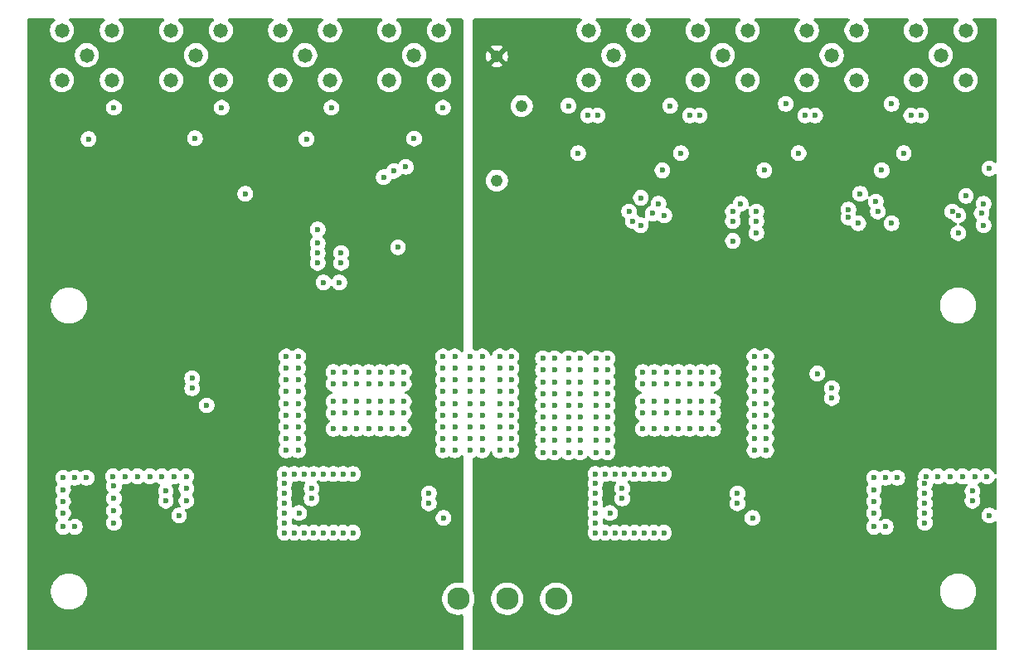
<source format=gbr>
%TF.GenerationSoftware,KiCad,Pcbnew,9.0.0*%
%TF.CreationDate,2025-03-11T12:15:18+01:00*%
%TF.ProjectId,zdc_fifo_test,7a64635f-6669-4666-9f5f-746573742e6b,rev?*%
%TF.SameCoordinates,Original*%
%TF.FileFunction,Copper,L3,Inr*%
%TF.FilePolarity,Positive*%
%FSLAX46Y46*%
G04 Gerber Fmt 4.6, Leading zero omitted, Abs format (unit mm)*
G04 Created by KiCad (PCBNEW 9.0.0) date 2025-03-11 12:15:18*
%MOMM*%
%LPD*%
G01*
G04 APERTURE LIST*
%TA.AperFunction,ComponentPad*%
%ADD10C,1.473200*%
%TD*%
%TA.AperFunction,ComponentPad*%
%ADD11C,2.300000*%
%TD*%
%TA.AperFunction,ComponentPad*%
%ADD12C,1.240000*%
%TD*%
%TA.AperFunction,ViaPad*%
%ADD13C,0.600000*%
%TD*%
G04 APERTURE END LIST*
D10*
%TO.N,Net-(J1-Pad1)*%
%TO.C,J1*%
X159830960Y-110250000D03*
%TO.N,GND*%
X157290960Y-107710000D03*
X157290960Y-112790000D03*
X162370960Y-112790000D03*
X162370960Y-107710000D03*
%TD*%
%TO.N,Net-(J2-Pad1)*%
%TO.C,J2*%
X170970640Y-110250000D03*
%TO.N,GND*%
X168430640Y-107710000D03*
X168430640Y-112790000D03*
X173510640Y-112790000D03*
X173510640Y-107710000D03*
%TD*%
D11*
%TO.N,+12V_NIM*%
%TO.C,U1*%
X207750000Y-165750000D03*
%TO.N,GND*%
X202750000Y-165750000D03*
%TO.N,-12V_NIM*%
X197750000Y-165750000D03*
%TD*%
D10*
%TO.N,Net-(J6-Pad1)*%
%TO.C,J6*%
X224750000Y-110250000D03*
%TO.N,GND*%
X222210000Y-107710000D03*
X222210000Y-112790000D03*
X227290000Y-112790000D03*
X227290000Y-107710000D03*
%TD*%
D12*
%TO.N,-5V_stg2*%
%TO.C,VR2*%
X201708620Y-123038500D03*
%TO.N,Net-(VR2-WIPER)*%
X204248620Y-115418500D03*
%TO.N,+5V_stg2*%
X201708620Y-110338500D03*
%TD*%
D10*
%TO.N,Net-(J7-Pad1)*%
%TO.C,J7*%
X235889680Y-110250000D03*
%TO.N,GND*%
X233349680Y-107710000D03*
X233349680Y-112790000D03*
X238429680Y-112790000D03*
X238429680Y-107710000D03*
%TD*%
%TO.N,Net-(J4-Pad1)*%
%TO.C,J4*%
X193250000Y-110250000D03*
%TO.N,GND*%
X190710000Y-107710000D03*
X190710000Y-112790000D03*
X195790000Y-112790000D03*
X195790000Y-107710000D03*
%TD*%
%TO.N,Net-(J5-Pad1)*%
%TO.C,J5*%
X213610320Y-110250000D03*
%TO.N,GND*%
X211070320Y-107710000D03*
X211070320Y-112790000D03*
X216150320Y-112790000D03*
X216150320Y-107710000D03*
%TD*%
%TO.N,Net-(J3-Pad1)*%
%TO.C,J3*%
X182110320Y-110250000D03*
%TO.N,GND*%
X179570320Y-107710000D03*
X179570320Y-112790000D03*
X184650320Y-112790000D03*
X184650320Y-107710000D03*
%TD*%
%TO.N,Net-(J8-Pad1)*%
%TO.C,J8*%
X247029360Y-110250000D03*
%TO.N,GND*%
X244489360Y-107710000D03*
X244489360Y-112790000D03*
X249569360Y-112790000D03*
X249569360Y-107710000D03*
%TD*%
D13*
%TO.N,GND*%
X218600000Y-122000000D03*
X229000000Y-122000000D03*
X241000000Y-122000000D03*
X252000000Y-121800000D03*
%TO.N,Net-(IC1-NONINVERTING_INPUT)*%
X183400000Y-128035000D03*
X160000000Y-118800000D03*
X170875000Y-118725000D03*
X182250000Y-118800000D03*
%TO.N,GND*%
X176000000Y-124400000D03*
%TO.N,-5V_stg2*%
X226600000Y-125400000D03*
X215600000Y-127200000D03*
X248200000Y-126200000D03*
X248800000Y-126600000D03*
X237600000Y-126800000D03*
%TO.N,GND*%
X217800000Y-145600000D03*
X223800000Y-146800000D03*
X222600000Y-143800000D03*
X223800000Y-142600000D03*
X219000000Y-145600000D03*
X220200000Y-142600000D03*
X223800000Y-148400000D03*
X223800000Y-145600000D03*
X217800000Y-143800000D03*
X222600000Y-148400000D03*
X219000000Y-148400000D03*
X217800000Y-148400000D03*
X221400000Y-143800000D03*
X217800000Y-146800000D03*
X223800000Y-143800000D03*
X216600000Y-145600000D03*
X216600000Y-146800000D03*
X219000000Y-146800000D03*
X222600000Y-145600000D03*
X219000000Y-143800000D03*
X221400000Y-148400000D03*
X220200000Y-146800000D03*
X221400000Y-146800000D03*
X216600000Y-142600000D03*
X221400000Y-142600000D03*
X220200000Y-148400000D03*
X216600000Y-148400000D03*
X220200000Y-145600000D03*
X220200000Y-143800000D03*
X222600000Y-146800000D03*
X222600000Y-142600000D03*
X221400000Y-145600000D03*
X219000000Y-142600000D03*
X216600000Y-143800000D03*
X217800000Y-142600000D03*
X185000000Y-146800000D03*
X187400000Y-146800000D03*
X191000000Y-145600000D03*
X187400000Y-143800000D03*
X189800000Y-143800000D03*
X186200000Y-146800000D03*
X192200000Y-143800000D03*
X185000000Y-145600000D03*
X186200000Y-145600000D03*
X192200000Y-146800000D03*
X191000000Y-143800000D03*
X192200000Y-142600000D03*
X187400000Y-145600000D03*
X188600000Y-142600000D03*
X192200000Y-145600000D03*
X186200000Y-143800000D03*
X189800000Y-142600000D03*
X188600000Y-148400000D03*
X185000000Y-148400000D03*
X191000000Y-148400000D03*
X187400000Y-148400000D03*
X186200000Y-148400000D03*
X192200000Y-148400000D03*
X189800000Y-148400000D03*
X188600000Y-146800000D03*
X189800000Y-146800000D03*
X185000000Y-142600000D03*
X191000000Y-142600000D03*
X185000000Y-143800000D03*
X189800000Y-145600000D03*
X187400000Y-142600000D03*
X188600000Y-145600000D03*
X191000000Y-146800000D03*
X188600000Y-143800000D03*
X186200000Y-142600000D03*
X207600000Y-141200000D03*
X207600000Y-142400000D03*
X207600000Y-143600000D03*
X207600000Y-149600000D03*
X206400000Y-142400000D03*
X207600000Y-146000000D03*
X206400000Y-143600000D03*
X206400000Y-148400000D03*
X207600000Y-148400000D03*
X206400000Y-149600000D03*
X207600000Y-144800000D03*
X206400000Y-147200000D03*
X207600000Y-147200000D03*
X207600000Y-150800000D03*
X206400000Y-141200000D03*
X206400000Y-144800000D03*
X206400000Y-146000000D03*
X206400000Y-150800000D03*
X203200000Y-141000000D03*
X203200000Y-142200000D03*
X203200000Y-143400000D03*
X203200000Y-149400000D03*
X202000000Y-142200000D03*
X203200000Y-145800000D03*
X202000000Y-143400000D03*
X202000000Y-148200000D03*
X203200000Y-148200000D03*
X202000000Y-149400000D03*
X203200000Y-144600000D03*
X202000000Y-147000000D03*
X203200000Y-147000000D03*
X203200000Y-150600000D03*
X202000000Y-141000000D03*
X202000000Y-144600000D03*
X202000000Y-145800000D03*
X202000000Y-150600000D03*
X210200000Y-141200000D03*
X210200000Y-142400000D03*
X210200000Y-143600000D03*
X210200000Y-149600000D03*
X209000000Y-142400000D03*
X210200000Y-146000000D03*
X209000000Y-143600000D03*
X209000000Y-148400000D03*
X210200000Y-148400000D03*
X209000000Y-149600000D03*
X210200000Y-144800000D03*
X209000000Y-147200000D03*
X210200000Y-147200000D03*
X210200000Y-150800000D03*
X209000000Y-141200000D03*
X209000000Y-144800000D03*
X209000000Y-146000000D03*
X209000000Y-150800000D03*
X200200000Y-141000000D03*
X200200000Y-142200000D03*
X200200000Y-143400000D03*
X200200000Y-149400000D03*
X199000000Y-142200000D03*
X200200000Y-145800000D03*
X199000000Y-143400000D03*
X199000000Y-148200000D03*
X200200000Y-148200000D03*
X199000000Y-149400000D03*
X200200000Y-144600000D03*
X199000000Y-147000000D03*
X200200000Y-147000000D03*
X200200000Y-150600000D03*
X199000000Y-141000000D03*
X199000000Y-144600000D03*
X199000000Y-145800000D03*
X199000000Y-150600000D03*
%TO.N,+5V_stg1*%
X189400000Y-124450000D03*
%TO.N,GND*%
X191600000Y-129850000D03*
X227800000Y-157500000D03*
%TO.N,+5V_stg2*%
X220800000Y-118200000D03*
X210400000Y-118200000D03*
%TO.N,GND*%
X209000000Y-115400000D03*
%TO.N,+5V_stg2*%
X209000000Y-118600000D03*
X219400000Y-118600000D03*
%TO.N,GND*%
X219400000Y-115400000D03*
X221400000Y-116400000D03*
X222400000Y-116400000D03*
%TO.N,+5V_stg2*%
X223200000Y-118200000D03*
%TO.N,GND*%
X211000000Y-116400000D03*
X212000000Y-116400000D03*
%TO.N,+5V_stg2*%
X212600000Y-118200000D03*
X232600000Y-118200000D03*
X231200000Y-118600000D03*
%TO.N,GND*%
X231200000Y-115200000D03*
X233200000Y-116400000D03*
X234200000Y-116400000D03*
%TO.N,+5V_stg2*%
X235000000Y-118200000D03*
X242000000Y-118600000D03*
X243200000Y-118200000D03*
X245800000Y-118200000D03*
%TO.N,GND*%
X242000000Y-115200000D03*
X244000000Y-116400000D03*
X245000000Y-116400000D03*
X218800000Y-126600000D03*
X218200000Y-125400000D03*
X217600000Y-126400000D03*
%TO.N,-5V_stg2*%
X216400000Y-127600000D03*
X216400000Y-124800000D03*
X215200000Y-126200000D03*
%TO.N,GND*%
X240400000Y-125200000D03*
X240600000Y-126200000D03*
X242000000Y-127400000D03*
%TO.N,-5V_stg2*%
X238600000Y-127400000D03*
X238800000Y-124400000D03*
X237600000Y-126000000D03*
X249600000Y-124600000D03*
%TO.N,GND*%
X251400000Y-125400000D03*
%TO.N,-5V_stg2*%
X225800000Y-129200000D03*
X225800000Y-127200000D03*
X225800000Y-126200000D03*
%TO.N,GND*%
X228200000Y-128400000D03*
X228200000Y-127200000D03*
X228200000Y-126200000D03*
%TO.N,-5V_stg2*%
X248800000Y-128400000D03*
%TO.N,GND*%
X251400000Y-127600000D03*
X251200000Y-126400000D03*
%TO.N,+5V_stg1*%
X191200000Y-126250000D03*
%TO.N,GND*%
X196200000Y-147000000D03*
X180200000Y-144600000D03*
X173600000Y-115600000D03*
X185800000Y-131450000D03*
X211800000Y-150800000D03*
X185800000Y-130450000D03*
X214500000Y-154500000D03*
X229200000Y-143400000D03*
X234412500Y-142750000D03*
X194750000Y-156000000D03*
X181400000Y-149400000D03*
X211800000Y-146000000D03*
X211800000Y-144800000D03*
X228000000Y-144600000D03*
X250270000Y-154750000D03*
X240200000Y-153400000D03*
X197400000Y-145800000D03*
X192400000Y-121650000D03*
X228000000Y-149400000D03*
X211800000Y-141200000D03*
X235912500Y-144250000D03*
X196200000Y-144600000D03*
X228000000Y-147000000D03*
X213000000Y-150800000D03*
X157400000Y-157000000D03*
X180200000Y-150600000D03*
X229200000Y-150600000D03*
X181400000Y-145800000D03*
X180200000Y-147000000D03*
X196200000Y-141000000D03*
X162600000Y-115600000D03*
X158600000Y-158400000D03*
X196200000Y-150600000D03*
X240200000Y-155800000D03*
X167895000Y-154750000D03*
X196200000Y-145800000D03*
X252000000Y-157250000D03*
X229200000Y-148200000D03*
X213000000Y-147200000D03*
X185600000Y-133450000D03*
X229200000Y-145800000D03*
X197400000Y-148200000D03*
X197400000Y-142200000D03*
X197400000Y-149400000D03*
X211800000Y-147200000D03*
X158600000Y-153400000D03*
X213000000Y-144800000D03*
X197400000Y-143400000D03*
X180200000Y-145800000D03*
X229200000Y-141000000D03*
X180200000Y-148200000D03*
X169250000Y-157250000D03*
X181400000Y-142200000D03*
X229200000Y-147000000D03*
X211800000Y-149600000D03*
X228000000Y-141000000D03*
X182760000Y-154500000D03*
X196200000Y-148200000D03*
X213000000Y-148400000D03*
X190130000Y-122700000D03*
X229200000Y-149400000D03*
X211800000Y-148400000D03*
X226270000Y-155000000D03*
X181400000Y-147000000D03*
X180200000Y-143400000D03*
X157400000Y-158400000D03*
X159800000Y-153400000D03*
X241400000Y-153400000D03*
X180200000Y-141000000D03*
X197400000Y-147000000D03*
X180200000Y-149400000D03*
X170571250Y-143250000D03*
X211800000Y-143600000D03*
X180200000Y-142200000D03*
X197400000Y-141000000D03*
X228000000Y-143400000D03*
X228000000Y-150600000D03*
X182760000Y-155500000D03*
X196200000Y-143400000D03*
X250270000Y-155750000D03*
X235912500Y-145250000D03*
X213000000Y-146000000D03*
X196200000Y-142200000D03*
X240200000Y-158400000D03*
X157400000Y-154600000D03*
X196250000Y-157500000D03*
X196200000Y-115600000D03*
X211800000Y-142400000D03*
X213250000Y-157000000D03*
X194750000Y-155000000D03*
X196200000Y-149400000D03*
X181500000Y-157000000D03*
X172071250Y-146000000D03*
X197400000Y-144600000D03*
X181400000Y-144600000D03*
X228000000Y-142200000D03*
X213000000Y-149600000D03*
X242600000Y-153400000D03*
X181400000Y-148200000D03*
X191200000Y-122050000D03*
X229200000Y-144600000D03*
X181400000Y-150600000D03*
X170571250Y-144250000D03*
X241400000Y-158400000D03*
X181400000Y-143400000D03*
X214500000Y-155500000D03*
X213000000Y-143600000D03*
X167895000Y-155750000D03*
X226270000Y-156000000D03*
X197400000Y-150600000D03*
X240200000Y-157000000D03*
X228000000Y-148200000D03*
X184800000Y-115600000D03*
X181400000Y-141000000D03*
X240200000Y-154600000D03*
X157400000Y-155800000D03*
X213000000Y-142400000D03*
X213000000Y-141200000D03*
X228000000Y-145800000D03*
X229200000Y-142200000D03*
X157400000Y-153400000D03*
%TO.N,+12V_NIM*%
X217750000Y-159000000D03*
X213750000Y-153000000D03*
X181000000Y-153000000D03*
X216750000Y-153000000D03*
X218750000Y-159000000D03*
X211750000Y-153000000D03*
X180000000Y-158000000D03*
X211750000Y-158000000D03*
X181000000Y-159000000D03*
X214750000Y-159000000D03*
X180000000Y-155000000D03*
X216750000Y-159000000D03*
X183000000Y-159000000D03*
X211750000Y-154000000D03*
X184000000Y-153000000D03*
X180000000Y-157000000D03*
X185000000Y-153000000D03*
X183000000Y-153000000D03*
X215750000Y-159000000D03*
X186000000Y-153000000D03*
X182000000Y-153000000D03*
X185000000Y-159000000D03*
X180000000Y-154000000D03*
X180000000Y-153000000D03*
X214750000Y-153000000D03*
X212750000Y-153000000D03*
X211750000Y-157000000D03*
X213750000Y-159000000D03*
X218750000Y-153000000D03*
X182000000Y-159000000D03*
X215750000Y-153000000D03*
X217750000Y-153000000D03*
X180000000Y-159000000D03*
X187000000Y-159000000D03*
X184000000Y-159000000D03*
X211750000Y-159000000D03*
X186000000Y-159000000D03*
X212750000Y-159000000D03*
X180000000Y-156000000D03*
X187000000Y-153000000D03*
X211750000Y-155000000D03*
X211750000Y-156000000D03*
%TO.N,-5V_stg1*%
X163750000Y-153250000D03*
X165000000Y-153250000D03*
X162600000Y-158000000D03*
X170000000Y-153250000D03*
X162600000Y-154250000D03*
X184000000Y-133450000D03*
X170000000Y-154500000D03*
X183400000Y-131450000D03*
X183400000Y-129450000D03*
X162600000Y-155500000D03*
X162600000Y-156750000D03*
X170000000Y-155750000D03*
X162500000Y-153250000D03*
X166250000Y-153250000D03*
X167500000Y-153250000D03*
X183400000Y-130450000D03*
X168750000Y-153250000D03*
%TO.N,+5V_stg1*%
X190250000Y-152750000D03*
X192250000Y-152750000D03*
X191200000Y-125450000D03*
X195250000Y-152750000D03*
X189250000Y-155750000D03*
X197250000Y-153750000D03*
X194250000Y-152750000D03*
X189250000Y-153750000D03*
X191000000Y-124450000D03*
X196250000Y-152750000D03*
X196250000Y-159250000D03*
X192250000Y-159250000D03*
X197250000Y-152750000D03*
X189250000Y-156750000D03*
X189250000Y-157750000D03*
X193250000Y-159250000D03*
X191250000Y-152750000D03*
X192400000Y-125050000D03*
X193250000Y-152750000D03*
X194250000Y-159250000D03*
X189250000Y-152750000D03*
X190250000Y-159250000D03*
X197250000Y-159250000D03*
X191250000Y-159250000D03*
X189250000Y-159250000D03*
X197250000Y-154750000D03*
X197250000Y-155750000D03*
X189250000Y-154750000D03*
X195250000Y-159250000D03*
%TO.N,+5V_stg2*%
X229000000Y-153000000D03*
X226000000Y-153000000D03*
X230000000Y-157000000D03*
X221000000Y-156000000D03*
X221000000Y-153000000D03*
X230000000Y-154000000D03*
X221000000Y-158000000D03*
X222000000Y-153000000D03*
X221000000Y-154000000D03*
X223000000Y-153000000D03*
X227000000Y-153000000D03*
X230000000Y-155000000D03*
X230000000Y-153000000D03*
X230000000Y-158000000D03*
X228000000Y-153000000D03*
X230000000Y-156000000D03*
X221000000Y-159000000D03*
X221000000Y-157000000D03*
X229000000Y-159000000D03*
X224000000Y-153000000D03*
X230000000Y-159000000D03*
X225000000Y-153000000D03*
X221000000Y-155000000D03*
%TO.N,-5V_stg2*%
X250500000Y-153250000D03*
X248000000Y-153250000D03*
X245400000Y-156000000D03*
X245400000Y-155000000D03*
X245400000Y-158000000D03*
X246750000Y-153250000D03*
X245500000Y-153250000D03*
X245400000Y-157000000D03*
X245400000Y-154000000D03*
X249250000Y-153250000D03*
X251750000Y-153250000D03*
%TO.N,Net-(VR2-WIPER)*%
X243250000Y-120250000D03*
X210000000Y-120250000D03*
X232500000Y-120250000D03*
X220500000Y-120250000D03*
%TO.N,Net-(IC1-NONINVERTING_INPUT)*%
X193250000Y-118750000D03*
%TD*%
%TA.AperFunction,Conductor*%
%TO.N,+5V_stg1*%
G36*
X156536421Y-106520185D02*
G01*
X156582176Y-106572989D01*
X156592120Y-106642147D01*
X156563095Y-106705703D01*
X156542267Y-106724818D01*
X156485047Y-106766390D01*
X156485041Y-106766395D01*
X156347355Y-106904081D01*
X156232898Y-107061617D01*
X156144496Y-107235116D01*
X156084321Y-107420315D01*
X156053860Y-107612638D01*
X156053860Y-107807362D01*
X156084322Y-107999688D01*
X156144495Y-108184881D01*
X156232898Y-108358382D01*
X156347353Y-108515916D01*
X156485044Y-108653607D01*
X156642578Y-108768062D01*
X156816079Y-108856465D01*
X157001272Y-108916638D01*
X157193598Y-108947100D01*
X157193599Y-108947100D01*
X157388321Y-108947100D01*
X157388322Y-108947100D01*
X157580648Y-108916638D01*
X157765841Y-108856465D01*
X157939342Y-108768062D01*
X158096876Y-108653607D01*
X158234567Y-108515916D01*
X158349022Y-108358382D01*
X158437425Y-108184881D01*
X158497598Y-107999688D01*
X158528060Y-107807362D01*
X158528060Y-107612638D01*
X158497598Y-107420312D01*
X158437425Y-107235119D01*
X158349022Y-107061618D01*
X158234567Y-106904084D01*
X158096876Y-106766393D01*
X158039653Y-106724818D01*
X157996987Y-106669488D01*
X157991008Y-106599875D01*
X158023614Y-106538080D01*
X158084452Y-106503723D01*
X158112538Y-106500500D01*
X161549382Y-106500500D01*
X161616421Y-106520185D01*
X161662176Y-106572989D01*
X161672120Y-106642147D01*
X161643095Y-106705703D01*
X161622267Y-106724818D01*
X161565047Y-106766390D01*
X161565041Y-106766395D01*
X161427355Y-106904081D01*
X161312898Y-107061617D01*
X161224496Y-107235116D01*
X161164321Y-107420315D01*
X161133860Y-107612638D01*
X161133860Y-107807362D01*
X161164322Y-107999688D01*
X161224495Y-108184881D01*
X161312898Y-108358382D01*
X161427353Y-108515916D01*
X161565044Y-108653607D01*
X161722578Y-108768062D01*
X161896079Y-108856465D01*
X162081272Y-108916638D01*
X162273598Y-108947100D01*
X162273599Y-108947100D01*
X162468321Y-108947100D01*
X162468322Y-108947100D01*
X162660648Y-108916638D01*
X162845841Y-108856465D01*
X163019342Y-108768062D01*
X163176876Y-108653607D01*
X163314567Y-108515916D01*
X163429022Y-108358382D01*
X163517425Y-108184881D01*
X163577598Y-107999688D01*
X163608060Y-107807362D01*
X163608060Y-107612638D01*
X163577598Y-107420312D01*
X163517425Y-107235119D01*
X163429022Y-107061618D01*
X163314567Y-106904084D01*
X163176876Y-106766393D01*
X163119653Y-106724818D01*
X163076987Y-106669488D01*
X163071008Y-106599875D01*
X163103614Y-106538080D01*
X163164452Y-106503723D01*
X163192538Y-106500500D01*
X167609062Y-106500500D01*
X167676101Y-106520185D01*
X167721856Y-106572989D01*
X167731800Y-106642147D01*
X167702775Y-106705703D01*
X167681947Y-106724818D01*
X167624727Y-106766390D01*
X167624721Y-106766395D01*
X167487035Y-106904081D01*
X167372578Y-107061617D01*
X167284176Y-107235116D01*
X167224001Y-107420315D01*
X167193540Y-107612638D01*
X167193540Y-107807362D01*
X167224002Y-107999688D01*
X167284175Y-108184881D01*
X167372578Y-108358382D01*
X167487033Y-108515916D01*
X167624724Y-108653607D01*
X167782258Y-108768062D01*
X167955759Y-108856465D01*
X168140952Y-108916638D01*
X168333278Y-108947100D01*
X168333279Y-108947100D01*
X168528001Y-108947100D01*
X168528002Y-108947100D01*
X168720328Y-108916638D01*
X168905521Y-108856465D01*
X169079022Y-108768062D01*
X169236556Y-108653607D01*
X169374247Y-108515916D01*
X169488702Y-108358382D01*
X169577105Y-108184881D01*
X169637278Y-107999688D01*
X169667740Y-107807362D01*
X169667740Y-107612638D01*
X169637278Y-107420312D01*
X169577105Y-107235119D01*
X169488702Y-107061618D01*
X169374247Y-106904084D01*
X169236556Y-106766393D01*
X169179333Y-106724818D01*
X169136667Y-106669488D01*
X169130688Y-106599875D01*
X169163294Y-106538080D01*
X169224132Y-106503723D01*
X169252218Y-106500500D01*
X172689062Y-106500500D01*
X172756101Y-106520185D01*
X172801856Y-106572989D01*
X172811800Y-106642147D01*
X172782775Y-106705703D01*
X172761947Y-106724818D01*
X172704727Y-106766390D01*
X172704721Y-106766395D01*
X172567035Y-106904081D01*
X172452578Y-107061617D01*
X172364176Y-107235116D01*
X172304001Y-107420315D01*
X172273540Y-107612638D01*
X172273540Y-107807362D01*
X172304002Y-107999688D01*
X172364175Y-108184881D01*
X172452578Y-108358382D01*
X172567033Y-108515916D01*
X172704724Y-108653607D01*
X172862258Y-108768062D01*
X173035759Y-108856465D01*
X173220952Y-108916638D01*
X173413278Y-108947100D01*
X173413279Y-108947100D01*
X173608001Y-108947100D01*
X173608002Y-108947100D01*
X173800328Y-108916638D01*
X173985521Y-108856465D01*
X174159022Y-108768062D01*
X174316556Y-108653607D01*
X174454247Y-108515916D01*
X174568702Y-108358382D01*
X174657105Y-108184881D01*
X174717278Y-107999688D01*
X174747740Y-107807362D01*
X174747740Y-107612638D01*
X174717278Y-107420312D01*
X174657105Y-107235119D01*
X174568702Y-107061618D01*
X174454247Y-106904084D01*
X174316556Y-106766393D01*
X174259333Y-106724818D01*
X174216667Y-106669488D01*
X174210688Y-106599875D01*
X174243294Y-106538080D01*
X174304132Y-106503723D01*
X174332218Y-106500500D01*
X178748742Y-106500500D01*
X178815781Y-106520185D01*
X178861536Y-106572989D01*
X178871480Y-106642147D01*
X178842455Y-106705703D01*
X178821627Y-106724818D01*
X178764407Y-106766390D01*
X178764401Y-106766395D01*
X178626715Y-106904081D01*
X178512258Y-107061617D01*
X178423856Y-107235116D01*
X178363681Y-107420315D01*
X178333220Y-107612638D01*
X178333220Y-107807362D01*
X178363682Y-107999688D01*
X178423855Y-108184881D01*
X178512258Y-108358382D01*
X178626713Y-108515916D01*
X178764404Y-108653607D01*
X178921938Y-108768062D01*
X179095439Y-108856465D01*
X179280632Y-108916638D01*
X179472958Y-108947100D01*
X179472959Y-108947100D01*
X179667681Y-108947100D01*
X179667682Y-108947100D01*
X179860008Y-108916638D01*
X180045201Y-108856465D01*
X180218702Y-108768062D01*
X180376236Y-108653607D01*
X180513927Y-108515916D01*
X180628382Y-108358382D01*
X180716785Y-108184881D01*
X180776958Y-107999688D01*
X180807420Y-107807362D01*
X180807420Y-107612638D01*
X180776958Y-107420312D01*
X180716785Y-107235119D01*
X180628382Y-107061618D01*
X180513927Y-106904084D01*
X180376236Y-106766393D01*
X180319013Y-106724818D01*
X180276347Y-106669488D01*
X180270368Y-106599875D01*
X180302974Y-106538080D01*
X180363812Y-106503723D01*
X180391898Y-106500500D01*
X183828742Y-106500500D01*
X183895781Y-106520185D01*
X183941536Y-106572989D01*
X183951480Y-106642147D01*
X183922455Y-106705703D01*
X183901627Y-106724818D01*
X183844407Y-106766390D01*
X183844401Y-106766395D01*
X183706715Y-106904081D01*
X183592258Y-107061617D01*
X183503856Y-107235116D01*
X183443681Y-107420315D01*
X183413220Y-107612638D01*
X183413220Y-107807362D01*
X183443682Y-107999688D01*
X183503855Y-108184881D01*
X183592258Y-108358382D01*
X183706713Y-108515916D01*
X183844404Y-108653607D01*
X184001938Y-108768062D01*
X184175439Y-108856465D01*
X184360632Y-108916638D01*
X184552958Y-108947100D01*
X184552959Y-108947100D01*
X184747681Y-108947100D01*
X184747682Y-108947100D01*
X184940008Y-108916638D01*
X185125201Y-108856465D01*
X185298702Y-108768062D01*
X185456236Y-108653607D01*
X185593927Y-108515916D01*
X185708382Y-108358382D01*
X185796785Y-108184881D01*
X185856958Y-107999688D01*
X185887420Y-107807362D01*
X185887420Y-107612638D01*
X185856958Y-107420312D01*
X185796785Y-107235119D01*
X185708382Y-107061618D01*
X185593927Y-106904084D01*
X185456236Y-106766393D01*
X185399013Y-106724818D01*
X185356347Y-106669488D01*
X185350368Y-106599875D01*
X185382974Y-106538080D01*
X185443812Y-106503723D01*
X185471898Y-106500500D01*
X189888422Y-106500500D01*
X189955461Y-106520185D01*
X190001216Y-106572989D01*
X190011160Y-106642147D01*
X189982135Y-106705703D01*
X189961307Y-106724818D01*
X189904087Y-106766390D01*
X189904081Y-106766395D01*
X189766395Y-106904081D01*
X189651938Y-107061617D01*
X189563536Y-107235116D01*
X189503361Y-107420315D01*
X189472900Y-107612638D01*
X189472900Y-107807362D01*
X189503362Y-107999688D01*
X189563535Y-108184881D01*
X189651938Y-108358382D01*
X189766393Y-108515916D01*
X189904084Y-108653607D01*
X190061618Y-108768062D01*
X190235119Y-108856465D01*
X190420312Y-108916638D01*
X190612638Y-108947100D01*
X190612639Y-108947100D01*
X190807361Y-108947100D01*
X190807362Y-108947100D01*
X190999688Y-108916638D01*
X191184881Y-108856465D01*
X191358382Y-108768062D01*
X191515916Y-108653607D01*
X191653607Y-108515916D01*
X191768062Y-108358382D01*
X191856465Y-108184881D01*
X191916638Y-107999688D01*
X191947100Y-107807362D01*
X191947100Y-107612638D01*
X191916638Y-107420312D01*
X191856465Y-107235119D01*
X191768062Y-107061618D01*
X191653607Y-106904084D01*
X191515916Y-106766393D01*
X191458693Y-106724818D01*
X191416027Y-106669488D01*
X191410048Y-106599875D01*
X191442654Y-106538080D01*
X191503492Y-106503723D01*
X191531578Y-106500500D01*
X194968422Y-106500500D01*
X195035461Y-106520185D01*
X195081216Y-106572989D01*
X195091160Y-106642147D01*
X195062135Y-106705703D01*
X195041307Y-106724818D01*
X194984087Y-106766390D01*
X194984081Y-106766395D01*
X194846395Y-106904081D01*
X194731938Y-107061617D01*
X194643536Y-107235116D01*
X194583361Y-107420315D01*
X194552900Y-107612638D01*
X194552900Y-107807362D01*
X194583362Y-107999688D01*
X194643535Y-108184881D01*
X194731938Y-108358382D01*
X194846393Y-108515916D01*
X194984084Y-108653607D01*
X195141618Y-108768062D01*
X195315119Y-108856465D01*
X195500312Y-108916638D01*
X195692638Y-108947100D01*
X195692639Y-108947100D01*
X195887361Y-108947100D01*
X195887362Y-108947100D01*
X196079688Y-108916638D01*
X196264881Y-108856465D01*
X196438382Y-108768062D01*
X196595916Y-108653607D01*
X196733607Y-108515916D01*
X196848062Y-108358382D01*
X196936465Y-108184881D01*
X196996638Y-107999688D01*
X197027100Y-107807362D01*
X197027100Y-107612638D01*
X196996638Y-107420312D01*
X196936465Y-107235119D01*
X196848062Y-107061618D01*
X196733607Y-106904084D01*
X196595916Y-106766393D01*
X196538693Y-106724818D01*
X196496027Y-106669488D01*
X196490048Y-106599875D01*
X196522654Y-106538080D01*
X196583492Y-106503723D01*
X196611578Y-106500500D01*
X198126000Y-106500500D01*
X198193039Y-106520185D01*
X198238794Y-106572989D01*
X198250000Y-106624500D01*
X198250000Y-140422479D01*
X198230315Y-140489518D01*
X198177511Y-140535273D01*
X198108353Y-140545217D01*
X198044797Y-140516192D01*
X198022899Y-140491371D01*
X198021791Y-140489714D01*
X198021786Y-140489707D01*
X197910292Y-140378213D01*
X197910288Y-140378210D01*
X197779185Y-140290609D01*
X197779172Y-140290602D01*
X197633501Y-140230264D01*
X197633489Y-140230261D01*
X197478845Y-140199500D01*
X197478842Y-140199500D01*
X197321158Y-140199500D01*
X197321155Y-140199500D01*
X197166510Y-140230261D01*
X197166498Y-140230264D01*
X197020827Y-140290602D01*
X197020814Y-140290609D01*
X196889711Y-140378210D01*
X196889707Y-140378213D01*
X196887681Y-140380240D01*
X196886357Y-140380962D01*
X196885001Y-140382076D01*
X196884789Y-140381818D01*
X196826358Y-140413725D01*
X196756666Y-140408741D01*
X196715060Y-140382001D01*
X196714999Y-140382076D01*
X196714360Y-140381552D01*
X196712319Y-140380240D01*
X196710292Y-140378213D01*
X196710288Y-140378210D01*
X196579185Y-140290609D01*
X196579172Y-140290602D01*
X196433501Y-140230264D01*
X196433489Y-140230261D01*
X196278845Y-140199500D01*
X196278842Y-140199500D01*
X196121158Y-140199500D01*
X196121155Y-140199500D01*
X195966510Y-140230261D01*
X195966498Y-140230264D01*
X195820827Y-140290602D01*
X195820814Y-140290609D01*
X195689711Y-140378210D01*
X195689707Y-140378213D01*
X195578213Y-140489707D01*
X195578210Y-140489711D01*
X195490609Y-140620814D01*
X195490602Y-140620827D01*
X195430264Y-140766498D01*
X195430261Y-140766510D01*
X195399500Y-140921153D01*
X195399500Y-141078846D01*
X195430261Y-141233489D01*
X195430264Y-141233501D01*
X195490602Y-141379172D01*
X195490609Y-141379185D01*
X195578210Y-141510288D01*
X195578213Y-141510292D01*
X195580240Y-141512319D01*
X195580962Y-141513642D01*
X195582076Y-141514999D01*
X195581818Y-141515210D01*
X195613725Y-141573642D01*
X195608741Y-141643334D01*
X195582001Y-141684939D01*
X195582076Y-141685001D01*
X195581552Y-141685639D01*
X195580240Y-141687681D01*
X195578213Y-141689707D01*
X195578210Y-141689711D01*
X195490609Y-141820814D01*
X195490602Y-141820827D01*
X195430264Y-141966498D01*
X195430261Y-141966510D01*
X195399500Y-142121153D01*
X195399500Y-142278846D01*
X195430261Y-142433489D01*
X195430264Y-142433501D01*
X195490602Y-142579172D01*
X195490609Y-142579185D01*
X195578210Y-142710288D01*
X195578213Y-142710292D01*
X195580240Y-142712319D01*
X195580962Y-142713642D01*
X195582076Y-142714999D01*
X195581818Y-142715210D01*
X195613725Y-142773642D01*
X195608741Y-142843334D01*
X195582001Y-142884939D01*
X195582076Y-142885001D01*
X195581552Y-142885639D01*
X195580240Y-142887681D01*
X195578213Y-142889707D01*
X195578210Y-142889711D01*
X195490609Y-143020814D01*
X195490602Y-143020827D01*
X195430264Y-143166498D01*
X195430261Y-143166510D01*
X195399500Y-143321153D01*
X195399500Y-143478846D01*
X195430261Y-143633489D01*
X195430264Y-143633501D01*
X195490602Y-143779172D01*
X195490609Y-143779185D01*
X195578210Y-143910288D01*
X195578213Y-143910292D01*
X195580240Y-143912319D01*
X195580962Y-143913642D01*
X195582076Y-143914999D01*
X195581818Y-143915210D01*
X195613725Y-143973642D01*
X195608741Y-144043334D01*
X195582001Y-144084939D01*
X195582076Y-144085001D01*
X195581552Y-144085639D01*
X195580240Y-144087681D01*
X195578213Y-144089707D01*
X195578210Y-144089711D01*
X195490609Y-144220814D01*
X195490602Y-144220827D01*
X195430264Y-144366498D01*
X195430261Y-144366510D01*
X195399500Y-144521153D01*
X195399500Y-144678846D01*
X195430261Y-144833489D01*
X195430264Y-144833501D01*
X195490602Y-144979172D01*
X195490609Y-144979185D01*
X195578210Y-145110288D01*
X195578213Y-145110292D01*
X195580240Y-145112319D01*
X195580962Y-145113642D01*
X195582076Y-145114999D01*
X195581818Y-145115210D01*
X195613725Y-145173642D01*
X195608741Y-145243334D01*
X195582001Y-145284939D01*
X195582076Y-145285001D01*
X195581552Y-145285639D01*
X195580240Y-145287681D01*
X195578213Y-145289707D01*
X195578210Y-145289711D01*
X195490609Y-145420814D01*
X195490602Y-145420827D01*
X195430264Y-145566498D01*
X195430261Y-145566510D01*
X195399500Y-145721153D01*
X195399500Y-145878846D01*
X195430261Y-146033489D01*
X195430264Y-146033501D01*
X195490602Y-146179172D01*
X195490609Y-146179185D01*
X195578210Y-146310288D01*
X195578213Y-146310292D01*
X195580240Y-146312319D01*
X195580962Y-146313642D01*
X195582076Y-146314999D01*
X195581818Y-146315210D01*
X195613725Y-146373642D01*
X195608741Y-146443334D01*
X195582001Y-146484939D01*
X195582076Y-146485001D01*
X195581552Y-146485639D01*
X195580240Y-146487681D01*
X195578213Y-146489707D01*
X195578210Y-146489711D01*
X195490609Y-146620814D01*
X195490602Y-146620827D01*
X195430264Y-146766498D01*
X195430261Y-146766510D01*
X195399500Y-146921153D01*
X195399500Y-147078846D01*
X195430261Y-147233489D01*
X195430264Y-147233501D01*
X195490602Y-147379172D01*
X195490609Y-147379185D01*
X195578210Y-147510288D01*
X195578213Y-147510292D01*
X195580240Y-147512319D01*
X195580962Y-147513642D01*
X195582076Y-147514999D01*
X195581818Y-147515210D01*
X195613725Y-147573642D01*
X195608741Y-147643334D01*
X195582001Y-147684939D01*
X195582076Y-147685001D01*
X195581552Y-147685639D01*
X195580240Y-147687681D01*
X195578213Y-147689707D01*
X195578210Y-147689711D01*
X195490609Y-147820814D01*
X195490602Y-147820827D01*
X195430264Y-147966498D01*
X195430261Y-147966510D01*
X195399500Y-148121153D01*
X195399500Y-148278846D01*
X195430261Y-148433489D01*
X195430264Y-148433501D01*
X195490602Y-148579172D01*
X195490609Y-148579185D01*
X195578210Y-148710288D01*
X195578213Y-148710292D01*
X195580240Y-148712319D01*
X195580962Y-148713642D01*
X195582076Y-148714999D01*
X195581818Y-148715210D01*
X195613725Y-148773642D01*
X195608741Y-148843334D01*
X195582001Y-148884939D01*
X195582076Y-148885001D01*
X195581552Y-148885639D01*
X195580240Y-148887681D01*
X195578213Y-148889707D01*
X195578210Y-148889711D01*
X195490609Y-149020814D01*
X195490602Y-149020827D01*
X195430264Y-149166498D01*
X195430261Y-149166510D01*
X195399500Y-149321153D01*
X195399500Y-149478846D01*
X195430261Y-149633489D01*
X195430264Y-149633501D01*
X195490602Y-149779172D01*
X195490609Y-149779185D01*
X195578210Y-149910288D01*
X195578213Y-149910292D01*
X195580240Y-149912319D01*
X195580962Y-149913642D01*
X195582076Y-149914999D01*
X195581818Y-149915210D01*
X195613725Y-149973642D01*
X195608741Y-150043334D01*
X195582001Y-150084939D01*
X195582076Y-150085001D01*
X195581552Y-150085639D01*
X195580240Y-150087681D01*
X195578213Y-150089707D01*
X195578210Y-150089711D01*
X195490609Y-150220814D01*
X195490602Y-150220827D01*
X195430264Y-150366498D01*
X195430261Y-150366510D01*
X195399500Y-150521153D01*
X195399500Y-150678846D01*
X195430261Y-150833489D01*
X195430264Y-150833501D01*
X195490602Y-150979172D01*
X195490609Y-150979185D01*
X195578210Y-151110288D01*
X195578213Y-151110292D01*
X195689707Y-151221786D01*
X195689711Y-151221789D01*
X195820814Y-151309390D01*
X195820827Y-151309397D01*
X195966498Y-151369735D01*
X195966503Y-151369737D01*
X196121153Y-151400499D01*
X196121156Y-151400500D01*
X196121158Y-151400500D01*
X196278844Y-151400500D01*
X196278845Y-151400499D01*
X196433497Y-151369737D01*
X196579179Y-151309394D01*
X196710289Y-151221789D01*
X196712312Y-151219766D01*
X196713634Y-151219043D01*
X196714999Y-151217924D01*
X196715211Y-151218182D01*
X196773632Y-151186276D01*
X196843324Y-151191255D01*
X196884939Y-151217999D01*
X196885001Y-151217924D01*
X196885648Y-151218454D01*
X196887688Y-151219766D01*
X196889711Y-151221789D01*
X197020814Y-151309390D01*
X197020827Y-151309397D01*
X197166498Y-151369735D01*
X197166503Y-151369737D01*
X197321153Y-151400499D01*
X197321156Y-151400500D01*
X197321158Y-151400500D01*
X197478844Y-151400500D01*
X197478845Y-151400499D01*
X197633497Y-151369737D01*
X197779179Y-151309394D01*
X197910289Y-151221789D01*
X198021789Y-151110289D01*
X198022894Y-151108634D01*
X198023698Y-151107962D01*
X198025653Y-151105581D01*
X198026104Y-151105951D01*
X198076504Y-151063827D01*
X198145829Y-151055116D01*
X198208858Y-151085267D01*
X198245580Y-151144708D01*
X198250000Y-151177520D01*
X198250000Y-164012932D01*
X198230315Y-164079971D01*
X198177511Y-164125726D01*
X198108353Y-164135670D01*
X198106602Y-164135405D01*
X197879902Y-164099500D01*
X197879897Y-164099500D01*
X197620103Y-164099500D01*
X197620098Y-164099500D01*
X197363506Y-164140140D01*
X197116423Y-164220422D01*
X196884945Y-164338368D01*
X196674774Y-164491066D01*
X196674768Y-164491071D01*
X196491071Y-164674768D01*
X196491066Y-164674774D01*
X196338368Y-164884945D01*
X196220422Y-165116423D01*
X196140140Y-165363506D01*
X196099500Y-165620097D01*
X196099500Y-165879902D01*
X196140140Y-166136493D01*
X196220422Y-166383576D01*
X196338368Y-166615054D01*
X196486426Y-166818838D01*
X196491069Y-166825229D01*
X196674771Y-167008931D01*
X196884949Y-167161634D01*
X197032445Y-167236787D01*
X197116423Y-167279577D01*
X197116425Y-167279577D01*
X197116428Y-167279579D01*
X197363507Y-167359860D01*
X197495706Y-167380797D01*
X197620098Y-167400500D01*
X197620103Y-167400500D01*
X197879902Y-167400500D01*
X198065667Y-167371077D01*
X198106602Y-167364594D01*
X198175895Y-167373549D01*
X198229347Y-167418545D01*
X198249987Y-167485296D01*
X198250000Y-167487067D01*
X198250000Y-170875500D01*
X198230315Y-170942539D01*
X198177511Y-170988294D01*
X198126000Y-170999500D01*
X153874500Y-170999500D01*
X153807461Y-170979815D01*
X153761706Y-170927011D01*
X153750500Y-170875500D01*
X153750500Y-164878711D01*
X156149500Y-164878711D01*
X156149500Y-165121288D01*
X156181161Y-165361785D01*
X156243947Y-165596104D01*
X156253888Y-165620103D01*
X156336776Y-165820212D01*
X156458064Y-166030289D01*
X156458066Y-166030292D01*
X156458067Y-166030293D01*
X156605733Y-166222736D01*
X156605739Y-166222743D01*
X156777256Y-166394260D01*
X156777262Y-166394265D01*
X156969711Y-166541936D01*
X157179788Y-166663224D01*
X157403900Y-166756054D01*
X157638211Y-166818838D01*
X157818586Y-166842584D01*
X157878711Y-166850500D01*
X157878712Y-166850500D01*
X158121289Y-166850500D01*
X158169388Y-166844167D01*
X158361789Y-166818838D01*
X158596100Y-166756054D01*
X158820212Y-166663224D01*
X159030289Y-166541936D01*
X159222738Y-166394265D01*
X159394265Y-166222738D01*
X159541936Y-166030289D01*
X159663224Y-165820212D01*
X159756054Y-165596100D01*
X159818838Y-165361789D01*
X159850500Y-165121288D01*
X159850500Y-164878712D01*
X159818838Y-164638211D01*
X159756054Y-164403900D01*
X159663224Y-164179788D01*
X159541936Y-163969711D01*
X159394265Y-163777262D01*
X159394260Y-163777256D01*
X159222743Y-163605739D01*
X159222736Y-163605733D01*
X159030293Y-163458067D01*
X159030292Y-163458066D01*
X159030289Y-163458064D01*
X158820212Y-163336776D01*
X158820205Y-163336773D01*
X158596104Y-163243947D01*
X158361785Y-163181161D01*
X158121289Y-163149500D01*
X158121288Y-163149500D01*
X157878712Y-163149500D01*
X157878711Y-163149500D01*
X157638214Y-163181161D01*
X157403895Y-163243947D01*
X157179794Y-163336773D01*
X157179785Y-163336777D01*
X156969706Y-163458067D01*
X156777263Y-163605733D01*
X156777256Y-163605739D01*
X156605739Y-163777256D01*
X156605733Y-163777263D01*
X156458067Y-163969706D01*
X156336777Y-164179785D01*
X156336773Y-164179794D01*
X156243947Y-164403895D01*
X156181161Y-164638214D01*
X156149500Y-164878711D01*
X153750500Y-164878711D01*
X153750500Y-153321153D01*
X156599500Y-153321153D01*
X156599500Y-153478846D01*
X156630261Y-153633489D01*
X156630264Y-153633501D01*
X156690602Y-153779172D01*
X156690609Y-153779185D01*
X156778210Y-153910288D01*
X156778213Y-153910292D01*
X156780240Y-153912319D01*
X156780962Y-153913642D01*
X156782076Y-153914999D01*
X156781818Y-153915210D01*
X156813725Y-153973642D01*
X156808741Y-154043334D01*
X156782001Y-154084939D01*
X156782076Y-154085001D01*
X156781552Y-154085639D01*
X156780240Y-154087681D01*
X156778213Y-154089707D01*
X156778210Y-154089711D01*
X156690609Y-154220814D01*
X156690602Y-154220827D01*
X156630264Y-154366498D01*
X156630261Y-154366510D01*
X156599500Y-154521153D01*
X156599500Y-154678846D01*
X156630261Y-154833489D01*
X156630264Y-154833501D01*
X156690602Y-154979172D01*
X156690609Y-154979185D01*
X156778210Y-155110288D01*
X156778213Y-155110292D01*
X156780240Y-155112319D01*
X156780962Y-155113642D01*
X156782076Y-155114999D01*
X156781818Y-155115210D01*
X156813725Y-155173642D01*
X156808741Y-155243334D01*
X156782001Y-155284939D01*
X156782076Y-155285001D01*
X156781552Y-155285639D01*
X156780240Y-155287681D01*
X156778213Y-155289707D01*
X156778210Y-155289711D01*
X156690609Y-155420814D01*
X156690602Y-155420827D01*
X156630264Y-155566498D01*
X156630261Y-155566510D01*
X156599500Y-155721153D01*
X156599500Y-155878846D01*
X156630261Y-156033489D01*
X156630264Y-156033501D01*
X156690602Y-156179172D01*
X156690609Y-156179185D01*
X156778210Y-156310288D01*
X156778213Y-156310292D01*
X156780240Y-156312319D01*
X156780962Y-156313642D01*
X156782076Y-156314999D01*
X156781818Y-156315210D01*
X156813725Y-156373642D01*
X156808741Y-156443334D01*
X156782001Y-156484939D01*
X156782076Y-156485001D01*
X156781552Y-156485639D01*
X156780240Y-156487681D01*
X156778213Y-156489707D01*
X156778210Y-156489711D01*
X156690609Y-156620814D01*
X156690602Y-156620827D01*
X156630264Y-156766498D01*
X156630261Y-156766510D01*
X156599500Y-156921153D01*
X156599500Y-157078846D01*
X156630261Y-157233489D01*
X156630264Y-157233501D01*
X156690602Y-157379172D01*
X156690609Y-157379185D01*
X156778210Y-157510288D01*
X156778213Y-157510292D01*
X156880240Y-157612319D01*
X156913725Y-157673642D01*
X156908741Y-157743334D01*
X156880240Y-157787681D01*
X156778213Y-157889707D01*
X156778210Y-157889711D01*
X156690609Y-158020814D01*
X156690602Y-158020827D01*
X156630264Y-158166498D01*
X156630261Y-158166510D01*
X156599500Y-158321153D01*
X156599500Y-158478846D01*
X156630261Y-158633489D01*
X156630264Y-158633501D01*
X156690602Y-158779172D01*
X156690609Y-158779185D01*
X156778210Y-158910288D01*
X156778213Y-158910292D01*
X156889707Y-159021786D01*
X156889711Y-159021789D01*
X157020814Y-159109390D01*
X157020827Y-159109397D01*
X157166498Y-159169735D01*
X157166503Y-159169737D01*
X157321153Y-159200499D01*
X157321156Y-159200500D01*
X157321158Y-159200500D01*
X157478844Y-159200500D01*
X157478845Y-159200499D01*
X157633497Y-159169737D01*
X157779179Y-159109394D01*
X157910289Y-159021789D01*
X157912312Y-159019766D01*
X157913634Y-159019043D01*
X157914999Y-159017924D01*
X157915211Y-159018182D01*
X157973632Y-158986276D01*
X158043324Y-158991255D01*
X158084939Y-159017999D01*
X158085001Y-159017924D01*
X158085648Y-159018454D01*
X158087688Y-159019766D01*
X158089711Y-159021789D01*
X158220814Y-159109390D01*
X158220827Y-159109397D01*
X158366498Y-159169735D01*
X158366503Y-159169737D01*
X158521153Y-159200499D01*
X158521156Y-159200500D01*
X158521158Y-159200500D01*
X158678844Y-159200500D01*
X158678845Y-159200499D01*
X158833497Y-159169737D01*
X158979179Y-159109394D01*
X159110289Y-159021789D01*
X159221789Y-158910289D01*
X159309394Y-158779179D01*
X159369737Y-158633497D01*
X159400500Y-158478842D01*
X159400500Y-158321158D01*
X159400500Y-158321155D01*
X159400499Y-158321153D01*
X159378269Y-158209397D01*
X159369737Y-158166503D01*
X159332043Y-158075500D01*
X159309397Y-158020827D01*
X159309390Y-158020814D01*
X159221789Y-157889711D01*
X159221786Y-157889707D01*
X159110292Y-157778213D01*
X159110288Y-157778210D01*
X158979185Y-157690609D01*
X158979172Y-157690602D01*
X158833501Y-157630264D01*
X158833489Y-157630261D01*
X158678845Y-157599500D01*
X158678842Y-157599500D01*
X158521158Y-157599500D01*
X158521155Y-157599500D01*
X158366510Y-157630261D01*
X158366498Y-157630264D01*
X158220827Y-157690602D01*
X158220809Y-157690612D01*
X158124404Y-157755028D01*
X158057727Y-157775906D01*
X157990347Y-157757421D01*
X157943657Y-157705442D01*
X157932481Y-157636472D01*
X157960367Y-157572409D01*
X157967834Y-157564244D01*
X158021786Y-157510292D01*
X158021789Y-157510289D01*
X158109394Y-157379179D01*
X158169737Y-157233497D01*
X158200500Y-157078842D01*
X158200500Y-156921158D01*
X158200500Y-156921155D01*
X158200499Y-156921153D01*
X158174531Y-156790606D01*
X158169737Y-156766503D01*
X158160164Y-156743391D01*
X158109397Y-156620827D01*
X158109390Y-156620814D01*
X158021789Y-156489711D01*
X158019766Y-156487688D01*
X158019043Y-156486365D01*
X158017924Y-156485001D01*
X158018182Y-156484788D01*
X157986276Y-156426368D01*
X157991255Y-156356676D01*
X158017999Y-156315060D01*
X158017924Y-156314999D01*
X158018454Y-156314351D01*
X158019766Y-156312312D01*
X158021789Y-156310289D01*
X158109394Y-156179179D01*
X158169737Y-156033497D01*
X158200500Y-155878842D01*
X158200500Y-155721158D01*
X158200500Y-155721155D01*
X158200499Y-155721153D01*
X158180542Y-155620822D01*
X158169737Y-155566503D01*
X158169184Y-155565167D01*
X158109397Y-155420827D01*
X158109390Y-155420814D01*
X158021789Y-155289711D01*
X158019766Y-155287688D01*
X158019043Y-155286365D01*
X158017924Y-155285001D01*
X158018182Y-155284788D01*
X157986276Y-155226368D01*
X157991255Y-155156676D01*
X158017999Y-155115060D01*
X158017924Y-155114999D01*
X158018454Y-155114351D01*
X158019766Y-155112312D01*
X158021789Y-155110289D01*
X158109394Y-154979179D01*
X158169737Y-154833497D01*
X158200500Y-154678842D01*
X158200500Y-154521158D01*
X158200500Y-154521155D01*
X158200499Y-154521153D01*
X158194244Y-154489707D01*
X158169737Y-154366503D01*
X158145162Y-154307175D01*
X158137694Y-154237708D01*
X158168969Y-154175228D01*
X158229058Y-154139576D01*
X158298883Y-154142069D01*
X158307163Y-154145157D01*
X158366503Y-154169737D01*
X158483182Y-154192946D01*
X158521153Y-154200499D01*
X158521156Y-154200500D01*
X158521158Y-154200500D01*
X158678844Y-154200500D01*
X158678845Y-154200499D01*
X158833497Y-154169737D01*
X158951592Y-154120821D01*
X158979172Y-154109397D01*
X158979172Y-154109396D01*
X158979179Y-154109394D01*
X159110289Y-154021789D01*
X159112312Y-154019766D01*
X159113634Y-154019043D01*
X159114999Y-154017924D01*
X159115211Y-154018182D01*
X159173632Y-153986276D01*
X159243324Y-153991255D01*
X159284939Y-154017999D01*
X159285001Y-154017924D01*
X159285648Y-154018454D01*
X159287688Y-154019766D01*
X159289711Y-154021789D01*
X159420814Y-154109390D01*
X159420827Y-154109397D01*
X159554994Y-154164970D01*
X159566503Y-154169737D01*
X159683182Y-154192946D01*
X159721153Y-154200499D01*
X159721156Y-154200500D01*
X159721158Y-154200500D01*
X159878844Y-154200500D01*
X159878845Y-154200499D01*
X160033497Y-154169737D01*
X160151592Y-154120821D01*
X160179172Y-154109397D01*
X160179172Y-154109396D01*
X160179179Y-154109394D01*
X160310289Y-154021789D01*
X160421789Y-153910289D01*
X160509394Y-153779179D01*
X160569737Y-153633497D01*
X160600500Y-153478842D01*
X160600500Y-153321158D01*
X160600500Y-153321155D01*
X160600499Y-153321153D01*
X160574264Y-153189257D01*
X160570662Y-153171153D01*
X161699500Y-153171153D01*
X161699500Y-153328846D01*
X161730261Y-153483489D01*
X161730264Y-153483501D01*
X161790602Y-153629172D01*
X161790609Y-153629185D01*
X161877302Y-153758930D01*
X161898180Y-153825608D01*
X161888761Y-153875273D01*
X161830264Y-154016498D01*
X161830261Y-154016510D01*
X161799500Y-154171153D01*
X161799500Y-154328846D01*
X161830261Y-154483489D01*
X161830264Y-154483501D01*
X161890602Y-154629172D01*
X161890609Y-154629185D01*
X161978210Y-154760288D01*
X161978213Y-154760292D01*
X162005240Y-154787319D01*
X162038725Y-154848642D01*
X162033741Y-154918334D01*
X162005240Y-154962681D01*
X161978213Y-154989707D01*
X161978210Y-154989711D01*
X161890609Y-155120814D01*
X161890602Y-155120827D01*
X161830264Y-155266498D01*
X161830261Y-155266510D01*
X161799500Y-155421153D01*
X161799500Y-155578846D01*
X161830261Y-155733489D01*
X161830264Y-155733501D01*
X161890602Y-155879172D01*
X161890609Y-155879185D01*
X161978210Y-156010288D01*
X161978213Y-156010292D01*
X162005240Y-156037319D01*
X162038725Y-156098642D01*
X162033741Y-156168334D01*
X162005240Y-156212681D01*
X161978213Y-156239707D01*
X161978210Y-156239711D01*
X161890609Y-156370814D01*
X161890602Y-156370827D01*
X161830264Y-156516498D01*
X161830261Y-156516510D01*
X161799500Y-156671153D01*
X161799500Y-156828846D01*
X161830261Y-156983489D01*
X161830264Y-156983501D01*
X161890602Y-157129172D01*
X161890609Y-157129185D01*
X161978210Y-157260288D01*
X161978213Y-157260292D01*
X162005240Y-157287319D01*
X162038725Y-157348642D01*
X162033741Y-157418334D01*
X162005240Y-157462681D01*
X161978213Y-157489707D01*
X161978210Y-157489711D01*
X161890609Y-157620814D01*
X161890602Y-157620827D01*
X161830264Y-157766498D01*
X161830261Y-157766510D01*
X161799500Y-157921153D01*
X161799500Y-158078846D01*
X161830261Y-158233489D01*
X161830264Y-158233501D01*
X161890602Y-158379172D01*
X161890609Y-158379185D01*
X161978210Y-158510288D01*
X161978213Y-158510292D01*
X162089707Y-158621786D01*
X162089711Y-158621789D01*
X162220814Y-158709390D01*
X162220827Y-158709397D01*
X162358683Y-158766498D01*
X162366503Y-158769737D01*
X162521153Y-158800499D01*
X162521156Y-158800500D01*
X162521158Y-158800500D01*
X162678844Y-158800500D01*
X162678845Y-158800499D01*
X162833497Y-158769737D01*
X162979179Y-158709394D01*
X163110289Y-158621789D01*
X163221789Y-158510289D01*
X163309394Y-158379179D01*
X163369737Y-158233497D01*
X163400500Y-158078842D01*
X163400500Y-157921158D01*
X163400500Y-157921155D01*
X163400499Y-157921153D01*
X163390679Y-157871786D01*
X163369737Y-157766503D01*
X163315877Y-157636472D01*
X163309397Y-157620827D01*
X163309390Y-157620814D01*
X163221789Y-157489711D01*
X163221786Y-157489707D01*
X163194760Y-157462681D01*
X163161275Y-157401358D01*
X163166259Y-157331666D01*
X163194760Y-157287319D01*
X163221786Y-157260292D01*
X163221789Y-157260289D01*
X163309394Y-157129179D01*
X163312854Y-157120827D01*
X163330244Y-157078842D01*
X163369737Y-156983497D01*
X163400500Y-156828842D01*
X163400500Y-156671158D01*
X163400500Y-156671155D01*
X163400499Y-156671153D01*
X163388202Y-156609334D01*
X163369737Y-156516503D01*
X163361984Y-156497786D01*
X163309397Y-156370827D01*
X163309390Y-156370814D01*
X163221789Y-156239711D01*
X163221786Y-156239707D01*
X163194760Y-156212681D01*
X163161275Y-156151358D01*
X163166259Y-156081666D01*
X163194760Y-156037319D01*
X163221786Y-156010292D01*
X163221789Y-156010289D01*
X163309394Y-155879179D01*
X163369737Y-155733497D01*
X163400500Y-155578842D01*
X163400500Y-155421158D01*
X163400500Y-155421155D01*
X163400499Y-155421153D01*
X163380158Y-155318892D01*
X163369737Y-155266503D01*
X163360140Y-155243334D01*
X163309397Y-155120827D01*
X163309390Y-155120814D01*
X163221789Y-154989711D01*
X163221786Y-154989707D01*
X163194760Y-154962681D01*
X163161275Y-154901358D01*
X163166259Y-154831666D01*
X163194760Y-154787319D01*
X163221786Y-154760292D01*
X163221789Y-154760289D01*
X163309394Y-154629179D01*
X163312854Y-154620827D01*
X163330244Y-154578842D01*
X163369737Y-154483497D01*
X163400500Y-154328842D01*
X163400500Y-154171158D01*
X163400500Y-154171155D01*
X163399903Y-154165093D01*
X163401149Y-154164970D01*
X163406792Y-154101898D01*
X163449654Y-154046720D01*
X163515543Y-154023474D01*
X163546375Y-154025679D01*
X163671155Y-154050500D01*
X163671158Y-154050500D01*
X163828844Y-154050500D01*
X163828845Y-154050499D01*
X163983497Y-154019737D01*
X164096166Y-153973067D01*
X164129172Y-153959397D01*
X164129172Y-153959396D01*
X164129179Y-153959394D01*
X164260289Y-153871789D01*
X164271445Y-153860633D01*
X164287319Y-153844760D01*
X164348642Y-153811275D01*
X164418334Y-153816259D01*
X164462681Y-153844760D01*
X164489707Y-153871786D01*
X164489711Y-153871789D01*
X164620814Y-153959390D01*
X164620827Y-153959397D01*
X164766498Y-154019735D01*
X164766503Y-154019737D01*
X164890934Y-154044488D01*
X164921153Y-154050499D01*
X164921156Y-154050500D01*
X164921158Y-154050500D01*
X165078844Y-154050500D01*
X165078845Y-154050499D01*
X165233497Y-154019737D01*
X165346166Y-153973067D01*
X165379172Y-153959397D01*
X165379172Y-153959396D01*
X165379179Y-153959394D01*
X165510289Y-153871789D01*
X165521445Y-153860633D01*
X165537319Y-153844760D01*
X165598642Y-153811275D01*
X165668334Y-153816259D01*
X165712681Y-153844760D01*
X165739707Y-153871786D01*
X165739711Y-153871789D01*
X165870814Y-153959390D01*
X165870827Y-153959397D01*
X166016498Y-154019735D01*
X166016503Y-154019737D01*
X166140934Y-154044488D01*
X166171153Y-154050499D01*
X166171156Y-154050500D01*
X166171158Y-154050500D01*
X166328844Y-154050500D01*
X166328845Y-154050499D01*
X166483497Y-154019737D01*
X166596166Y-153973067D01*
X166629172Y-153959397D01*
X166629172Y-153959396D01*
X166629179Y-153959394D01*
X166760289Y-153871789D01*
X166771445Y-153860633D01*
X166787319Y-153844760D01*
X166848642Y-153811275D01*
X166918334Y-153816259D01*
X166962681Y-153844760D01*
X166989707Y-153871786D01*
X166989711Y-153871789D01*
X167120814Y-153959390D01*
X167120827Y-153959397D01*
X167255337Y-154015112D01*
X167309741Y-154058952D01*
X167331806Y-154125246D01*
X167314527Y-154192946D01*
X167295568Y-154217353D01*
X167273210Y-154239711D01*
X167185609Y-154370814D01*
X167185602Y-154370827D01*
X167125264Y-154516498D01*
X167125261Y-154516510D01*
X167094500Y-154671153D01*
X167094500Y-154828846D01*
X167125261Y-154983489D01*
X167125264Y-154983501D01*
X167185602Y-155129172D01*
X167185609Y-155129185D01*
X167220304Y-155181109D01*
X167241182Y-155247786D01*
X167222698Y-155315167D01*
X167220304Y-155318891D01*
X167185609Y-155370814D01*
X167185602Y-155370827D01*
X167125264Y-155516498D01*
X167125261Y-155516510D01*
X167094500Y-155671153D01*
X167094500Y-155828846D01*
X167125261Y-155983489D01*
X167125264Y-155983501D01*
X167185602Y-156129172D01*
X167185609Y-156129185D01*
X167273210Y-156260288D01*
X167273213Y-156260292D01*
X167384707Y-156371786D01*
X167384711Y-156371789D01*
X167515814Y-156459390D01*
X167515827Y-156459397D01*
X167653683Y-156516498D01*
X167661503Y-156519737D01*
X167816153Y-156550499D01*
X167816156Y-156550500D01*
X167816158Y-156550500D01*
X167973844Y-156550500D01*
X167973845Y-156550499D01*
X168128497Y-156519737D01*
X168274179Y-156459394D01*
X168405289Y-156371789D01*
X168516789Y-156260289D01*
X168604394Y-156129179D01*
X168664737Y-155983497D01*
X168695500Y-155828842D01*
X168695500Y-155671158D01*
X168695500Y-155671155D01*
X168695499Y-155671153D01*
X168675158Y-155568892D01*
X168664737Y-155516503D01*
X168625102Y-155420814D01*
X168604396Y-155370825D01*
X168604394Y-155370822D01*
X168604394Y-155370821D01*
X168569694Y-155318889D01*
X168548816Y-155252215D01*
X168567300Y-155184835D01*
X168569676Y-155181136D01*
X168604394Y-155129179D01*
X168664737Y-154983497D01*
X168695500Y-154828842D01*
X168695500Y-154671158D01*
X168695500Y-154671155D01*
X168695499Y-154671153D01*
X168675158Y-154568892D01*
X168664737Y-154516503D01*
X168656984Y-154497786D01*
X168604397Y-154370827D01*
X168604390Y-154370814D01*
X168513639Y-154234996D01*
X168492761Y-154168318D01*
X168511245Y-154100938D01*
X168563224Y-154054248D01*
X168632194Y-154043072D01*
X168640933Y-154044488D01*
X168671156Y-154050500D01*
X168671158Y-154050500D01*
X168828844Y-154050500D01*
X168828845Y-154050499D01*
X168983497Y-154019737D01*
X169128177Y-153959808D01*
X169197646Y-153952340D01*
X169260125Y-153983615D01*
X169295777Y-154043704D01*
X169293283Y-154113529D01*
X169290190Y-154121822D01*
X169230264Y-154266498D01*
X169230261Y-154266510D01*
X169199500Y-154421153D01*
X169199500Y-154578846D01*
X169230261Y-154733489D01*
X169230264Y-154733501D01*
X169290602Y-154879172D01*
X169290609Y-154879185D01*
X169378210Y-155010288D01*
X169378213Y-155010292D01*
X169405240Y-155037319D01*
X169438725Y-155098642D01*
X169433741Y-155168334D01*
X169405240Y-155212681D01*
X169378213Y-155239707D01*
X169378210Y-155239711D01*
X169290609Y-155370814D01*
X169290602Y-155370827D01*
X169230264Y-155516498D01*
X169230261Y-155516510D01*
X169199500Y-155671153D01*
X169199500Y-155828846D01*
X169230261Y-155983489D01*
X169230264Y-155983501D01*
X169290602Y-156129172D01*
X169290609Y-156129185D01*
X169375752Y-156256609D01*
X169396630Y-156323286D01*
X169378146Y-156390666D01*
X169326167Y-156437357D01*
X169272650Y-156449500D01*
X169171155Y-156449500D01*
X169016510Y-156480261D01*
X169016498Y-156480264D01*
X168870827Y-156540602D01*
X168870814Y-156540609D01*
X168739711Y-156628210D01*
X168739707Y-156628213D01*
X168628213Y-156739707D01*
X168628210Y-156739711D01*
X168540609Y-156870814D01*
X168540602Y-156870827D01*
X168480264Y-157016498D01*
X168480261Y-157016510D01*
X168449500Y-157171153D01*
X168449500Y-157328846D01*
X168480261Y-157483489D01*
X168480264Y-157483501D01*
X168540602Y-157629172D01*
X168540609Y-157629185D01*
X168628210Y-157760288D01*
X168628213Y-157760292D01*
X168739707Y-157871786D01*
X168739711Y-157871789D01*
X168870814Y-157959390D01*
X168870827Y-157959397D01*
X169016498Y-158019735D01*
X169016503Y-158019737D01*
X169171153Y-158050499D01*
X169171156Y-158050500D01*
X169171158Y-158050500D01*
X169328844Y-158050500D01*
X169328845Y-158050499D01*
X169483497Y-158019737D01*
X169629179Y-157959394D01*
X169760289Y-157871789D01*
X169871789Y-157760289D01*
X169959394Y-157629179D01*
X169962854Y-157620827D01*
X170017163Y-157489711D01*
X170019737Y-157483497D01*
X170050500Y-157328842D01*
X170050500Y-157171158D01*
X170050500Y-157171155D01*
X170050499Y-157171153D01*
X170019738Y-157016510D01*
X170019737Y-157016503D01*
X170019735Y-157016498D01*
X169959397Y-156870827D01*
X169959390Y-156870814D01*
X169874248Y-156743391D01*
X169853370Y-156676714D01*
X169871854Y-156609334D01*
X169923833Y-156562643D01*
X169977350Y-156550500D01*
X170078844Y-156550500D01*
X170078845Y-156550499D01*
X170233497Y-156519737D01*
X170379179Y-156459394D01*
X170510289Y-156371789D01*
X170621789Y-156260289D01*
X170709394Y-156129179D01*
X170769737Y-155983497D01*
X170800500Y-155828842D01*
X170800500Y-155671158D01*
X170800500Y-155671155D01*
X170800499Y-155671153D01*
X170780158Y-155568892D01*
X170769737Y-155516503D01*
X170761984Y-155497786D01*
X170709397Y-155370827D01*
X170709390Y-155370814D01*
X170621789Y-155239711D01*
X170621786Y-155239707D01*
X170594760Y-155212681D01*
X170561275Y-155151358D01*
X170566259Y-155081666D01*
X170594760Y-155037319D01*
X170621786Y-155010292D01*
X170621789Y-155010289D01*
X170709394Y-154879179D01*
X170769737Y-154733497D01*
X170800500Y-154578842D01*
X170800500Y-154421158D01*
X170800500Y-154421155D01*
X170800499Y-154421153D01*
X170782137Y-154328842D01*
X170769737Y-154266503D01*
X170769735Y-154266498D01*
X170709397Y-154120827D01*
X170709390Y-154120814D01*
X170621789Y-153989711D01*
X170621786Y-153989707D01*
X170594760Y-153962681D01*
X170561275Y-153901358D01*
X170566259Y-153831666D01*
X170594760Y-153787319D01*
X170621786Y-153760292D01*
X170621789Y-153760289D01*
X170709394Y-153629179D01*
X170712854Y-153620827D01*
X170769735Y-153483501D01*
X170769737Y-153483497D01*
X170800500Y-153328842D01*
X170800500Y-153171158D01*
X170800500Y-153171155D01*
X170800499Y-153171153D01*
X170770596Y-153020821D01*
X170769737Y-153016503D01*
X170730242Y-152921153D01*
X179199500Y-152921153D01*
X179199500Y-153078846D01*
X179230261Y-153233489D01*
X179230264Y-153233501D01*
X179290602Y-153379172D01*
X179290609Y-153379185D01*
X179325304Y-153431109D01*
X179346182Y-153497786D01*
X179327698Y-153565167D01*
X179325304Y-153568891D01*
X179290609Y-153620814D01*
X179290602Y-153620827D01*
X179230264Y-153766498D01*
X179230261Y-153766510D01*
X179199500Y-153921153D01*
X179199500Y-154078846D01*
X179230261Y-154233489D01*
X179230264Y-154233501D01*
X179290602Y-154379172D01*
X179290609Y-154379185D01*
X179325304Y-154431109D01*
X179346182Y-154497786D01*
X179327698Y-154565167D01*
X179325304Y-154568891D01*
X179290609Y-154620814D01*
X179290602Y-154620827D01*
X179230264Y-154766498D01*
X179230261Y-154766510D01*
X179199500Y-154921153D01*
X179199500Y-155078846D01*
X179230261Y-155233489D01*
X179230264Y-155233501D01*
X179290602Y-155379172D01*
X179290609Y-155379185D01*
X179325304Y-155431109D01*
X179346182Y-155497786D01*
X179327698Y-155565167D01*
X179325304Y-155568891D01*
X179290609Y-155620814D01*
X179290602Y-155620827D01*
X179230264Y-155766498D01*
X179230261Y-155766510D01*
X179199500Y-155921153D01*
X179199500Y-156078846D01*
X179230261Y-156233489D01*
X179230264Y-156233501D01*
X179290602Y-156379172D01*
X179290609Y-156379185D01*
X179325304Y-156431109D01*
X179346182Y-156497786D01*
X179327698Y-156565167D01*
X179325304Y-156568891D01*
X179290609Y-156620814D01*
X179290602Y-156620827D01*
X179230264Y-156766498D01*
X179230261Y-156766510D01*
X179199500Y-156921153D01*
X179199500Y-157078846D01*
X179230261Y-157233489D01*
X179230264Y-157233501D01*
X179290602Y-157379172D01*
X179290609Y-157379185D01*
X179325304Y-157431109D01*
X179346182Y-157497786D01*
X179327698Y-157565167D01*
X179325304Y-157568891D01*
X179290609Y-157620814D01*
X179290602Y-157620827D01*
X179230264Y-157766498D01*
X179230261Y-157766510D01*
X179199500Y-157921153D01*
X179199500Y-158078846D01*
X179230261Y-158233489D01*
X179230264Y-158233501D01*
X179290602Y-158379172D01*
X179290609Y-158379185D01*
X179325304Y-158431109D01*
X179346182Y-158497786D01*
X179327698Y-158565167D01*
X179325304Y-158568891D01*
X179290609Y-158620814D01*
X179290602Y-158620827D01*
X179230264Y-158766498D01*
X179230261Y-158766510D01*
X179199500Y-158921153D01*
X179199500Y-159078846D01*
X179230261Y-159233489D01*
X179230264Y-159233501D01*
X179290602Y-159379172D01*
X179290609Y-159379185D01*
X179378210Y-159510288D01*
X179378213Y-159510292D01*
X179489707Y-159621786D01*
X179489711Y-159621789D01*
X179620814Y-159709390D01*
X179620827Y-159709397D01*
X179766498Y-159769735D01*
X179766503Y-159769737D01*
X179921153Y-159800499D01*
X179921156Y-159800500D01*
X179921158Y-159800500D01*
X180078844Y-159800500D01*
X180078845Y-159800499D01*
X180233497Y-159769737D01*
X180379179Y-159709394D01*
X180431110Y-159674694D01*
X180497785Y-159653816D01*
X180565165Y-159672300D01*
X180568863Y-159674676D01*
X180620821Y-159709394D01*
X180620823Y-159709395D01*
X180620825Y-159709396D01*
X180766498Y-159769735D01*
X180766503Y-159769737D01*
X180921153Y-159800499D01*
X180921156Y-159800500D01*
X180921158Y-159800500D01*
X181078844Y-159800500D01*
X181078845Y-159800499D01*
X181233497Y-159769737D01*
X181379179Y-159709394D01*
X181431110Y-159674694D01*
X181497785Y-159653816D01*
X181565165Y-159672300D01*
X181568863Y-159674676D01*
X181620821Y-159709394D01*
X181620823Y-159709395D01*
X181620825Y-159709396D01*
X181766498Y-159769735D01*
X181766503Y-159769737D01*
X181921153Y-159800499D01*
X181921156Y-159800500D01*
X181921158Y-159800500D01*
X182078844Y-159800500D01*
X182078845Y-159800499D01*
X182233497Y-159769737D01*
X182379179Y-159709394D01*
X182431110Y-159674694D01*
X182497785Y-159653816D01*
X182565165Y-159672300D01*
X182568863Y-159674676D01*
X182620821Y-159709394D01*
X182620823Y-159709395D01*
X182620825Y-159709396D01*
X182766498Y-159769735D01*
X182766503Y-159769737D01*
X182921153Y-159800499D01*
X182921156Y-159800500D01*
X182921158Y-159800500D01*
X183078844Y-159800500D01*
X183078845Y-159800499D01*
X183233497Y-159769737D01*
X183379179Y-159709394D01*
X183431110Y-159674694D01*
X183497785Y-159653816D01*
X183565165Y-159672300D01*
X183568863Y-159674676D01*
X183620821Y-159709394D01*
X183620823Y-159709395D01*
X183620825Y-159709396D01*
X183766498Y-159769735D01*
X183766503Y-159769737D01*
X183921153Y-159800499D01*
X183921156Y-159800500D01*
X183921158Y-159800500D01*
X184078844Y-159800500D01*
X184078845Y-159800499D01*
X184233497Y-159769737D01*
X184379179Y-159709394D01*
X184431110Y-159674694D01*
X184497785Y-159653816D01*
X184565165Y-159672300D01*
X184568863Y-159674676D01*
X184620821Y-159709394D01*
X184620823Y-159709395D01*
X184620825Y-159709396D01*
X184766498Y-159769735D01*
X184766503Y-159769737D01*
X184921153Y-159800499D01*
X184921156Y-159800500D01*
X184921158Y-159800500D01*
X185078844Y-159800500D01*
X185078845Y-159800499D01*
X185233497Y-159769737D01*
X185379179Y-159709394D01*
X185431110Y-159674694D01*
X185497785Y-159653816D01*
X185565165Y-159672300D01*
X185568863Y-159674676D01*
X185620821Y-159709394D01*
X185620823Y-159709395D01*
X185620825Y-159709396D01*
X185766498Y-159769735D01*
X185766503Y-159769737D01*
X185921153Y-159800499D01*
X185921156Y-159800500D01*
X185921158Y-159800500D01*
X186078844Y-159800500D01*
X186078845Y-159800499D01*
X186233497Y-159769737D01*
X186379179Y-159709394D01*
X186431110Y-159674694D01*
X186497785Y-159653816D01*
X186565165Y-159672300D01*
X186568863Y-159674676D01*
X186620821Y-159709394D01*
X186620823Y-159709395D01*
X186620825Y-159709396D01*
X186766498Y-159769735D01*
X186766503Y-159769737D01*
X186921153Y-159800499D01*
X186921156Y-159800500D01*
X186921158Y-159800500D01*
X187078844Y-159800500D01*
X187078845Y-159800499D01*
X187233497Y-159769737D01*
X187379179Y-159709394D01*
X187510289Y-159621789D01*
X187621789Y-159510289D01*
X187709394Y-159379179D01*
X187769737Y-159233497D01*
X187800500Y-159078842D01*
X187800500Y-158921158D01*
X187800500Y-158921155D01*
X187800499Y-158921153D01*
X187776499Y-158800499D01*
X187769737Y-158766503D01*
X187746080Y-158709390D01*
X187709397Y-158620827D01*
X187709390Y-158620814D01*
X187621789Y-158489711D01*
X187621786Y-158489707D01*
X187510292Y-158378213D01*
X187510288Y-158378210D01*
X187379185Y-158290609D01*
X187379172Y-158290602D01*
X187233501Y-158230264D01*
X187233489Y-158230261D01*
X187078845Y-158199500D01*
X187078842Y-158199500D01*
X186921158Y-158199500D01*
X186921155Y-158199500D01*
X186766510Y-158230261D01*
X186766498Y-158230264D01*
X186620827Y-158290602D01*
X186620814Y-158290609D01*
X186568891Y-158325304D01*
X186502214Y-158346182D01*
X186434833Y-158327698D01*
X186431109Y-158325304D01*
X186379185Y-158290609D01*
X186379172Y-158290602D01*
X186233501Y-158230264D01*
X186233489Y-158230261D01*
X186078845Y-158199500D01*
X186078842Y-158199500D01*
X185921158Y-158199500D01*
X185921155Y-158199500D01*
X185766510Y-158230261D01*
X185766498Y-158230264D01*
X185620827Y-158290602D01*
X185620814Y-158290609D01*
X185568891Y-158325304D01*
X185502214Y-158346182D01*
X185434833Y-158327698D01*
X185431109Y-158325304D01*
X185379185Y-158290609D01*
X185379172Y-158290602D01*
X185233501Y-158230264D01*
X185233489Y-158230261D01*
X185078845Y-158199500D01*
X185078842Y-158199500D01*
X184921158Y-158199500D01*
X184921155Y-158199500D01*
X184766510Y-158230261D01*
X184766498Y-158230264D01*
X184620827Y-158290602D01*
X184620814Y-158290609D01*
X184568891Y-158325304D01*
X184502214Y-158346182D01*
X184434833Y-158327698D01*
X184431109Y-158325304D01*
X184379185Y-158290609D01*
X184379172Y-158290602D01*
X184233501Y-158230264D01*
X184233489Y-158230261D01*
X184078845Y-158199500D01*
X184078842Y-158199500D01*
X183921158Y-158199500D01*
X183921155Y-158199500D01*
X183766510Y-158230261D01*
X183766498Y-158230264D01*
X183620827Y-158290602D01*
X183620814Y-158290609D01*
X183568891Y-158325304D01*
X183502214Y-158346182D01*
X183434833Y-158327698D01*
X183431109Y-158325304D01*
X183379185Y-158290609D01*
X183379172Y-158290602D01*
X183233501Y-158230264D01*
X183233489Y-158230261D01*
X183078845Y-158199500D01*
X183078842Y-158199500D01*
X182921158Y-158199500D01*
X182921155Y-158199500D01*
X182766510Y-158230261D01*
X182766498Y-158230264D01*
X182620827Y-158290602D01*
X182620814Y-158290609D01*
X182568891Y-158325304D01*
X182502214Y-158346182D01*
X182434833Y-158327698D01*
X182431109Y-158325304D01*
X182379185Y-158290609D01*
X182379172Y-158290602D01*
X182233501Y-158230264D01*
X182233489Y-158230261D01*
X182078845Y-158199500D01*
X182078842Y-158199500D01*
X181921158Y-158199500D01*
X181921155Y-158199500D01*
X181766510Y-158230261D01*
X181766498Y-158230264D01*
X181620827Y-158290602D01*
X181620814Y-158290609D01*
X181568891Y-158325304D01*
X181502214Y-158346182D01*
X181434833Y-158327698D01*
X181431109Y-158325304D01*
X181379185Y-158290609D01*
X181379172Y-158290602D01*
X181233501Y-158230264D01*
X181233489Y-158230261D01*
X181078845Y-158199500D01*
X181078842Y-158199500D01*
X180924500Y-158199500D01*
X180857461Y-158179815D01*
X180811706Y-158127011D01*
X180800500Y-158075500D01*
X180800500Y-157921155D01*
X180800499Y-157921153D01*
X180790679Y-157871786D01*
X180769737Y-157766503D01*
X180750424Y-157719879D01*
X180742956Y-157650410D01*
X180774231Y-157587931D01*
X180834320Y-157552279D01*
X180904145Y-157554773D01*
X180952667Y-157584746D01*
X180989707Y-157621786D01*
X180989711Y-157621789D01*
X181120814Y-157709390D01*
X181120827Y-157709397D01*
X181258683Y-157766498D01*
X181266503Y-157769737D01*
X181421153Y-157800499D01*
X181421156Y-157800500D01*
X181421158Y-157800500D01*
X181578844Y-157800500D01*
X181578845Y-157800499D01*
X181733497Y-157769737D01*
X181879179Y-157709394D01*
X182010289Y-157621789D01*
X182121789Y-157510289D01*
X182181348Y-157421153D01*
X195449500Y-157421153D01*
X195449500Y-157578846D01*
X195480261Y-157733489D01*
X195480264Y-157733501D01*
X195540602Y-157879172D01*
X195540609Y-157879185D01*
X195628210Y-158010288D01*
X195628213Y-158010292D01*
X195739707Y-158121786D01*
X195739711Y-158121789D01*
X195870814Y-158209390D01*
X195870827Y-158209397D01*
X196016498Y-158269735D01*
X196016503Y-158269737D01*
X196171153Y-158300499D01*
X196171156Y-158300500D01*
X196171158Y-158300500D01*
X196328844Y-158300500D01*
X196328845Y-158300499D01*
X196483497Y-158269737D01*
X196629179Y-158209394D01*
X196760289Y-158121789D01*
X196871789Y-158010289D01*
X196959394Y-157879179D01*
X197019737Y-157733497D01*
X197050500Y-157578842D01*
X197050500Y-157421158D01*
X197050500Y-157421155D01*
X197050499Y-157421153D01*
X197049938Y-157418334D01*
X197019737Y-157266503D01*
X196980242Y-157171153D01*
X196959397Y-157120827D01*
X196959390Y-157120814D01*
X196871789Y-156989711D01*
X196871786Y-156989707D01*
X196760292Y-156878213D01*
X196760288Y-156878210D01*
X196629185Y-156790609D01*
X196629172Y-156790602D01*
X196483501Y-156730264D01*
X196483489Y-156730261D01*
X196328845Y-156699500D01*
X196328842Y-156699500D01*
X196171158Y-156699500D01*
X196171155Y-156699500D01*
X196016510Y-156730261D01*
X196016498Y-156730264D01*
X195870827Y-156790602D01*
X195870814Y-156790609D01*
X195739711Y-156878210D01*
X195739707Y-156878213D01*
X195628213Y-156989707D01*
X195628210Y-156989711D01*
X195540609Y-157120814D01*
X195540602Y-157120827D01*
X195480264Y-157266498D01*
X195480261Y-157266510D01*
X195449500Y-157421153D01*
X182181348Y-157421153D01*
X182209394Y-157379179D01*
X182269737Y-157233497D01*
X182300500Y-157078842D01*
X182300500Y-156921158D01*
X182300500Y-156921155D01*
X182300499Y-156921153D01*
X182274531Y-156790606D01*
X182269737Y-156766503D01*
X182260164Y-156743391D01*
X182209397Y-156620827D01*
X182209390Y-156620814D01*
X182121789Y-156489711D01*
X182121786Y-156489707D01*
X182010292Y-156378213D01*
X182010288Y-156378210D01*
X181879185Y-156290609D01*
X181879172Y-156290602D01*
X181733501Y-156230264D01*
X181733489Y-156230261D01*
X181578845Y-156199500D01*
X181578842Y-156199500D01*
X181421158Y-156199500D01*
X181421155Y-156199500D01*
X181266510Y-156230261D01*
X181266498Y-156230264D01*
X181120827Y-156290602D01*
X181120814Y-156290609D01*
X180989711Y-156378210D01*
X180989706Y-156378214D01*
X180952666Y-156415254D01*
X180891343Y-156448739D01*
X180821651Y-156443753D01*
X180765718Y-156401881D01*
X180741302Y-156336417D01*
X180750424Y-156280121D01*
X180769737Y-156233497D01*
X180800500Y-156078842D01*
X180800500Y-155921158D01*
X180800500Y-155921155D01*
X180800499Y-155921153D01*
X180792148Y-155879172D01*
X180769737Y-155766503D01*
X180750955Y-155721158D01*
X180709396Y-155620825D01*
X180709394Y-155620822D01*
X180709394Y-155620821D01*
X180674694Y-155568889D01*
X180653816Y-155502215D01*
X180672300Y-155434835D01*
X180674676Y-155431136D01*
X180709394Y-155379179D01*
X180769737Y-155233497D01*
X180800500Y-155078842D01*
X180800500Y-154921158D01*
X180800500Y-154921155D01*
X180800499Y-154921153D01*
X180799938Y-154918334D01*
X180769737Y-154766503D01*
X180730242Y-154671153D01*
X180709396Y-154620825D01*
X180709394Y-154620822D01*
X180709394Y-154620821D01*
X180674694Y-154568889D01*
X180653816Y-154502215D01*
X180672300Y-154434835D01*
X180674676Y-154431136D01*
X180709394Y-154379179D01*
X180769737Y-154233497D01*
X180800500Y-154078842D01*
X180800500Y-153924500D01*
X180820185Y-153857461D01*
X180872989Y-153811706D01*
X180924500Y-153800500D01*
X181078844Y-153800500D01*
X181078845Y-153800499D01*
X181233497Y-153769737D01*
X181379179Y-153709394D01*
X181431110Y-153674694D01*
X181497785Y-153653816D01*
X181565165Y-153672300D01*
X181568863Y-153674676D01*
X181620821Y-153709394D01*
X181620823Y-153709395D01*
X181620825Y-153709396D01*
X181758683Y-153766498D01*
X181766503Y-153769737D01*
X181921153Y-153800499D01*
X181921156Y-153800500D01*
X182032650Y-153800500D01*
X182099689Y-153820185D01*
X182145444Y-153872989D01*
X182155388Y-153942147D01*
X182135752Y-153993391D01*
X182050609Y-154120814D01*
X182050602Y-154120827D01*
X181990264Y-154266498D01*
X181990261Y-154266510D01*
X181959500Y-154421153D01*
X181959500Y-154578846D01*
X181990261Y-154733489D01*
X181990264Y-154733501D01*
X182050602Y-154879172D01*
X182050609Y-154879185D01*
X182085304Y-154931109D01*
X182106182Y-154997786D01*
X182087698Y-155065167D01*
X182085304Y-155068891D01*
X182050609Y-155120814D01*
X182050602Y-155120827D01*
X181990264Y-155266498D01*
X181990261Y-155266510D01*
X181959500Y-155421153D01*
X181959500Y-155578846D01*
X181990261Y-155733489D01*
X181990264Y-155733501D01*
X182050602Y-155879172D01*
X182050609Y-155879185D01*
X182138210Y-156010288D01*
X182138213Y-156010292D01*
X182249707Y-156121786D01*
X182249711Y-156121789D01*
X182380814Y-156209390D01*
X182380827Y-156209397D01*
X182526498Y-156269735D01*
X182526503Y-156269737D01*
X182681153Y-156300499D01*
X182681156Y-156300500D01*
X182681158Y-156300500D01*
X182838844Y-156300500D01*
X182838845Y-156300499D01*
X182993497Y-156269737D01*
X183106166Y-156223067D01*
X183139172Y-156209397D01*
X183139172Y-156209396D01*
X183139179Y-156209394D01*
X183270289Y-156121789D01*
X183381789Y-156010289D01*
X183469394Y-155879179D01*
X183529737Y-155733497D01*
X183560500Y-155578842D01*
X183560500Y-155421158D01*
X183560500Y-155421155D01*
X183560499Y-155421153D01*
X183540158Y-155318892D01*
X183529737Y-155266503D01*
X183520140Y-155243334D01*
X183469396Y-155120825D01*
X183469394Y-155120822D01*
X183469394Y-155120821D01*
X183434694Y-155068889D01*
X183429603Y-155052632D01*
X183419954Y-155038590D01*
X183419379Y-155019981D01*
X183413816Y-155002215D01*
X183418311Y-154985400D01*
X183417797Y-154968754D01*
X183430072Y-154941406D01*
X183431461Y-154936212D01*
X183433003Y-154933640D01*
X183441347Y-154921153D01*
X193949500Y-154921153D01*
X193949500Y-155078846D01*
X193980261Y-155233489D01*
X193980264Y-155233501D01*
X194040602Y-155379172D01*
X194040609Y-155379185D01*
X194075304Y-155431109D01*
X194096182Y-155497786D01*
X194077698Y-155565167D01*
X194075304Y-155568891D01*
X194040609Y-155620814D01*
X194040602Y-155620827D01*
X193980264Y-155766498D01*
X193980261Y-155766510D01*
X193949500Y-155921153D01*
X193949500Y-156078846D01*
X193980261Y-156233489D01*
X193980264Y-156233501D01*
X194040602Y-156379172D01*
X194040609Y-156379185D01*
X194128210Y-156510288D01*
X194128213Y-156510292D01*
X194239707Y-156621786D01*
X194239711Y-156621789D01*
X194370814Y-156709390D01*
X194370827Y-156709397D01*
X194508683Y-156766498D01*
X194516503Y-156769737D01*
X194671153Y-156800499D01*
X194671156Y-156800500D01*
X194671158Y-156800500D01*
X194828844Y-156800500D01*
X194828845Y-156800499D01*
X194983497Y-156769737D01*
X195129179Y-156709394D01*
X195260289Y-156621789D01*
X195371789Y-156510289D01*
X195459394Y-156379179D01*
X195461688Y-156373642D01*
X195491984Y-156300499D01*
X195519737Y-156233497D01*
X195550500Y-156078842D01*
X195550500Y-155921158D01*
X195550500Y-155921155D01*
X195550499Y-155921153D01*
X195542148Y-155879172D01*
X195519737Y-155766503D01*
X195500955Y-155721158D01*
X195459396Y-155620825D01*
X195459394Y-155620822D01*
X195459394Y-155620821D01*
X195424694Y-155568889D01*
X195403816Y-155502215D01*
X195422300Y-155434835D01*
X195424676Y-155431136D01*
X195459394Y-155379179D01*
X195519737Y-155233497D01*
X195550500Y-155078842D01*
X195550500Y-154921158D01*
X195550500Y-154921155D01*
X195550499Y-154921153D01*
X195549938Y-154918334D01*
X195519737Y-154766503D01*
X195480242Y-154671153D01*
X195459397Y-154620827D01*
X195459390Y-154620814D01*
X195371789Y-154489711D01*
X195371786Y-154489707D01*
X195260292Y-154378213D01*
X195260288Y-154378210D01*
X195129185Y-154290609D01*
X195129172Y-154290602D01*
X194983501Y-154230264D01*
X194983489Y-154230261D01*
X194828845Y-154199500D01*
X194828842Y-154199500D01*
X194671158Y-154199500D01*
X194671155Y-154199500D01*
X194516510Y-154230261D01*
X194516498Y-154230264D01*
X194370827Y-154290602D01*
X194370814Y-154290609D01*
X194239711Y-154378210D01*
X194239707Y-154378213D01*
X194128213Y-154489707D01*
X194128210Y-154489711D01*
X194040609Y-154620814D01*
X194040602Y-154620827D01*
X193980264Y-154766498D01*
X193980261Y-154766510D01*
X193949500Y-154921153D01*
X183441347Y-154921153D01*
X183469394Y-154879179D01*
X183529737Y-154733497D01*
X183560500Y-154578842D01*
X183560500Y-154421158D01*
X183560500Y-154421155D01*
X183560499Y-154421153D01*
X183542137Y-154328842D01*
X183529737Y-154266503D01*
X183529735Y-154266498D01*
X183469397Y-154120827D01*
X183469390Y-154120814D01*
X183381789Y-153989711D01*
X183381786Y-153989707D01*
X183314035Y-153921956D01*
X183301996Y-153899909D01*
X183286505Y-153880128D01*
X183285536Y-153869765D01*
X183280550Y-153860633D01*
X183282342Y-153835573D01*
X183280005Y-153810561D01*
X183284791Y-153801322D01*
X183285534Y-153790941D01*
X183300590Y-153770828D01*
X183312147Y-153748523D01*
X183322684Y-153741315D01*
X183327406Y-153735008D01*
X183339934Y-153726762D01*
X183346866Y-153722778D01*
X183379179Y-153709394D01*
X183434603Y-153672360D01*
X183438218Y-153670283D01*
X183468283Y-153663053D01*
X183497785Y-153653816D01*
X183501951Y-153654958D01*
X183506151Y-153653949D01*
X183535348Y-153664120D01*
X183565165Y-153672300D01*
X183568863Y-153674676D01*
X183620821Y-153709394D01*
X183620823Y-153709395D01*
X183620825Y-153709396D01*
X183758683Y-153766498D01*
X183766503Y-153769737D01*
X183921153Y-153800499D01*
X183921156Y-153800500D01*
X183921158Y-153800500D01*
X184078844Y-153800500D01*
X184078845Y-153800499D01*
X184233497Y-153769737D01*
X184379179Y-153709394D01*
X184431110Y-153674694D01*
X184497785Y-153653816D01*
X184565165Y-153672300D01*
X184568863Y-153674676D01*
X184620821Y-153709394D01*
X184620823Y-153709395D01*
X184620825Y-153709396D01*
X184758683Y-153766498D01*
X184766503Y-153769737D01*
X184921153Y-153800499D01*
X184921156Y-153800500D01*
X184921158Y-153800500D01*
X185078844Y-153800500D01*
X185078845Y-153800499D01*
X185233497Y-153769737D01*
X185379179Y-153709394D01*
X185431110Y-153674694D01*
X185497785Y-153653816D01*
X185565165Y-153672300D01*
X185568863Y-153674676D01*
X185620821Y-153709394D01*
X185620823Y-153709395D01*
X185620825Y-153709396D01*
X185758683Y-153766498D01*
X185766503Y-153769737D01*
X185921153Y-153800499D01*
X185921156Y-153800500D01*
X185921158Y-153800500D01*
X186078844Y-153800500D01*
X186078845Y-153800499D01*
X186233497Y-153769737D01*
X186379179Y-153709394D01*
X186431110Y-153674694D01*
X186497785Y-153653816D01*
X186565165Y-153672300D01*
X186568863Y-153674676D01*
X186620821Y-153709394D01*
X186620823Y-153709395D01*
X186620825Y-153709396D01*
X186758683Y-153766498D01*
X186766503Y-153769737D01*
X186921153Y-153800499D01*
X186921156Y-153800500D01*
X186921158Y-153800500D01*
X187078844Y-153800500D01*
X187078845Y-153800499D01*
X187233497Y-153769737D01*
X187379179Y-153709394D01*
X187510289Y-153621789D01*
X187621789Y-153510289D01*
X187709394Y-153379179D01*
X187769737Y-153233497D01*
X187800500Y-153078842D01*
X187800500Y-152921158D01*
X187800500Y-152921155D01*
X187800499Y-152921153D01*
X187790486Y-152870814D01*
X187769737Y-152766503D01*
X187760630Y-152744516D01*
X187709397Y-152620827D01*
X187709390Y-152620814D01*
X187621789Y-152489711D01*
X187621786Y-152489707D01*
X187510292Y-152378213D01*
X187510288Y-152378210D01*
X187379185Y-152290609D01*
X187379172Y-152290602D01*
X187233501Y-152230264D01*
X187233489Y-152230261D01*
X187078845Y-152199500D01*
X187078842Y-152199500D01*
X186921158Y-152199500D01*
X186921155Y-152199500D01*
X186766510Y-152230261D01*
X186766498Y-152230264D01*
X186620827Y-152290602D01*
X186620814Y-152290609D01*
X186568891Y-152325304D01*
X186502214Y-152346182D01*
X186434833Y-152327698D01*
X186431109Y-152325304D01*
X186379185Y-152290609D01*
X186379172Y-152290602D01*
X186233501Y-152230264D01*
X186233489Y-152230261D01*
X186078845Y-152199500D01*
X186078842Y-152199500D01*
X185921158Y-152199500D01*
X185921155Y-152199500D01*
X185766510Y-152230261D01*
X185766498Y-152230264D01*
X185620827Y-152290602D01*
X185620814Y-152290609D01*
X185568891Y-152325304D01*
X185502214Y-152346182D01*
X185434833Y-152327698D01*
X185431109Y-152325304D01*
X185379185Y-152290609D01*
X185379172Y-152290602D01*
X185233501Y-152230264D01*
X185233489Y-152230261D01*
X185078845Y-152199500D01*
X185078842Y-152199500D01*
X184921158Y-152199500D01*
X184921155Y-152199500D01*
X184766510Y-152230261D01*
X184766498Y-152230264D01*
X184620827Y-152290602D01*
X184620814Y-152290609D01*
X184568891Y-152325304D01*
X184502214Y-152346182D01*
X184434833Y-152327698D01*
X184431109Y-152325304D01*
X184379185Y-152290609D01*
X184379172Y-152290602D01*
X184233501Y-152230264D01*
X184233489Y-152230261D01*
X184078845Y-152199500D01*
X184078842Y-152199500D01*
X183921158Y-152199500D01*
X183921155Y-152199500D01*
X183766510Y-152230261D01*
X183766498Y-152230264D01*
X183620827Y-152290602D01*
X183620814Y-152290609D01*
X183568891Y-152325304D01*
X183502214Y-152346182D01*
X183434833Y-152327698D01*
X183431109Y-152325304D01*
X183379185Y-152290609D01*
X183379172Y-152290602D01*
X183233501Y-152230264D01*
X183233489Y-152230261D01*
X183078845Y-152199500D01*
X183078842Y-152199500D01*
X182921158Y-152199500D01*
X182921155Y-152199500D01*
X182766510Y-152230261D01*
X182766498Y-152230264D01*
X182620827Y-152290602D01*
X182620814Y-152290609D01*
X182568891Y-152325304D01*
X182502214Y-152346182D01*
X182434833Y-152327698D01*
X182431109Y-152325304D01*
X182379185Y-152290609D01*
X182379172Y-152290602D01*
X182233501Y-152230264D01*
X182233489Y-152230261D01*
X182078845Y-152199500D01*
X182078842Y-152199500D01*
X181921158Y-152199500D01*
X181921155Y-152199500D01*
X181766510Y-152230261D01*
X181766498Y-152230264D01*
X181620827Y-152290602D01*
X181620814Y-152290609D01*
X181568891Y-152325304D01*
X181502214Y-152346182D01*
X181434833Y-152327698D01*
X181431109Y-152325304D01*
X181379185Y-152290609D01*
X181379172Y-152290602D01*
X181233501Y-152230264D01*
X181233489Y-152230261D01*
X181078845Y-152199500D01*
X181078842Y-152199500D01*
X180921158Y-152199500D01*
X180921155Y-152199500D01*
X180766510Y-152230261D01*
X180766498Y-152230264D01*
X180620827Y-152290602D01*
X180620814Y-152290609D01*
X180568891Y-152325304D01*
X180502214Y-152346182D01*
X180434833Y-152327698D01*
X180431109Y-152325304D01*
X180379185Y-152290609D01*
X180379172Y-152290602D01*
X180233501Y-152230264D01*
X180233489Y-152230261D01*
X180078845Y-152199500D01*
X180078842Y-152199500D01*
X179921158Y-152199500D01*
X179921155Y-152199500D01*
X179766510Y-152230261D01*
X179766498Y-152230264D01*
X179620827Y-152290602D01*
X179620814Y-152290609D01*
X179489711Y-152378210D01*
X179489707Y-152378213D01*
X179378213Y-152489707D01*
X179378210Y-152489711D01*
X179290609Y-152620814D01*
X179290602Y-152620827D01*
X179230264Y-152766498D01*
X179230261Y-152766510D01*
X179199500Y-152921153D01*
X170730242Y-152921153D01*
X170729933Y-152920408D01*
X170709397Y-152870827D01*
X170709390Y-152870814D01*
X170621789Y-152739711D01*
X170621786Y-152739707D01*
X170510292Y-152628213D01*
X170510288Y-152628210D01*
X170379185Y-152540609D01*
X170379172Y-152540602D01*
X170233501Y-152480264D01*
X170233489Y-152480261D01*
X170078845Y-152449500D01*
X170078842Y-152449500D01*
X169921158Y-152449500D01*
X169921155Y-152449500D01*
X169766510Y-152480261D01*
X169766498Y-152480264D01*
X169620827Y-152540602D01*
X169620814Y-152540609D01*
X169489711Y-152628210D01*
X169489707Y-152628213D01*
X169462681Y-152655240D01*
X169401358Y-152688725D01*
X169331666Y-152683741D01*
X169287319Y-152655240D01*
X169260292Y-152628213D01*
X169260288Y-152628210D01*
X169129185Y-152540609D01*
X169129172Y-152540602D01*
X168983501Y-152480264D01*
X168983489Y-152480261D01*
X168828845Y-152449500D01*
X168828842Y-152449500D01*
X168671158Y-152449500D01*
X168671155Y-152449500D01*
X168516510Y-152480261D01*
X168516498Y-152480264D01*
X168370827Y-152540602D01*
X168370814Y-152540609D01*
X168239711Y-152628210D01*
X168239707Y-152628213D01*
X168212681Y-152655240D01*
X168151358Y-152688725D01*
X168081666Y-152683741D01*
X168037319Y-152655240D01*
X168010292Y-152628213D01*
X168010288Y-152628210D01*
X167879185Y-152540609D01*
X167879172Y-152540602D01*
X167733501Y-152480264D01*
X167733489Y-152480261D01*
X167578845Y-152449500D01*
X167578842Y-152449500D01*
X167421158Y-152449500D01*
X167421155Y-152449500D01*
X167266510Y-152480261D01*
X167266498Y-152480264D01*
X167120827Y-152540602D01*
X167120814Y-152540609D01*
X166989711Y-152628210D01*
X166989707Y-152628213D01*
X166962681Y-152655240D01*
X166901358Y-152688725D01*
X166831666Y-152683741D01*
X166787319Y-152655240D01*
X166760292Y-152628213D01*
X166760288Y-152628210D01*
X166629185Y-152540609D01*
X166629172Y-152540602D01*
X166483501Y-152480264D01*
X166483489Y-152480261D01*
X166328845Y-152449500D01*
X166328842Y-152449500D01*
X166171158Y-152449500D01*
X166171155Y-152449500D01*
X166016510Y-152480261D01*
X166016498Y-152480264D01*
X165870827Y-152540602D01*
X165870814Y-152540609D01*
X165739711Y-152628210D01*
X165739707Y-152628213D01*
X165712681Y-152655240D01*
X165651358Y-152688725D01*
X165581666Y-152683741D01*
X165537319Y-152655240D01*
X165510292Y-152628213D01*
X165510288Y-152628210D01*
X165379185Y-152540609D01*
X165379172Y-152540602D01*
X165233501Y-152480264D01*
X165233489Y-152480261D01*
X165078845Y-152449500D01*
X165078842Y-152449500D01*
X164921158Y-152449500D01*
X164921155Y-152449500D01*
X164766510Y-152480261D01*
X164766498Y-152480264D01*
X164620827Y-152540602D01*
X164620814Y-152540609D01*
X164489711Y-152628210D01*
X164489707Y-152628213D01*
X164462681Y-152655240D01*
X164401358Y-152688725D01*
X164331666Y-152683741D01*
X164287319Y-152655240D01*
X164260292Y-152628213D01*
X164260288Y-152628210D01*
X164129185Y-152540609D01*
X164129172Y-152540602D01*
X163983501Y-152480264D01*
X163983489Y-152480261D01*
X163828845Y-152449500D01*
X163828842Y-152449500D01*
X163671158Y-152449500D01*
X163671155Y-152449500D01*
X163516510Y-152480261D01*
X163516498Y-152480264D01*
X163370827Y-152540602D01*
X163370814Y-152540609D01*
X163239711Y-152628210D01*
X163239707Y-152628213D01*
X163212681Y-152655240D01*
X163151358Y-152688725D01*
X163081666Y-152683741D01*
X163037319Y-152655240D01*
X163010292Y-152628213D01*
X163010288Y-152628210D01*
X162879185Y-152540609D01*
X162879172Y-152540602D01*
X162733501Y-152480264D01*
X162733489Y-152480261D01*
X162578845Y-152449500D01*
X162578842Y-152449500D01*
X162421158Y-152449500D01*
X162421155Y-152449500D01*
X162266510Y-152480261D01*
X162266498Y-152480264D01*
X162120827Y-152540602D01*
X162120814Y-152540609D01*
X161989711Y-152628210D01*
X161989707Y-152628213D01*
X161878213Y-152739707D01*
X161878210Y-152739711D01*
X161790609Y-152870814D01*
X161790602Y-152870827D01*
X161730264Y-153016498D01*
X161730261Y-153016510D01*
X161699500Y-153171153D01*
X160570662Y-153171153D01*
X160569738Y-153166507D01*
X160569735Y-153166498D01*
X160509397Y-153020827D01*
X160509390Y-153020814D01*
X160421789Y-152889711D01*
X160421786Y-152889707D01*
X160310292Y-152778213D01*
X160310288Y-152778210D01*
X160179185Y-152690609D01*
X160179172Y-152690602D01*
X160033501Y-152630264D01*
X160033489Y-152630261D01*
X159878845Y-152599500D01*
X159878842Y-152599500D01*
X159721158Y-152599500D01*
X159721155Y-152599500D01*
X159566510Y-152630261D01*
X159566498Y-152630264D01*
X159420827Y-152690602D01*
X159420814Y-152690609D01*
X159289711Y-152778210D01*
X159289707Y-152778213D01*
X159287681Y-152780240D01*
X159286357Y-152780962D01*
X159285001Y-152782076D01*
X159284789Y-152781818D01*
X159226358Y-152813725D01*
X159156666Y-152808741D01*
X159115060Y-152782001D01*
X159114999Y-152782076D01*
X159114360Y-152781552D01*
X159112319Y-152780240D01*
X159110292Y-152778213D01*
X159110288Y-152778210D01*
X158979185Y-152690609D01*
X158979172Y-152690602D01*
X158833501Y-152630264D01*
X158833489Y-152630261D01*
X158678845Y-152599500D01*
X158678842Y-152599500D01*
X158521158Y-152599500D01*
X158521155Y-152599500D01*
X158366510Y-152630261D01*
X158366498Y-152630264D01*
X158220827Y-152690602D01*
X158220814Y-152690609D01*
X158089711Y-152778210D01*
X158089707Y-152778213D01*
X158087681Y-152780240D01*
X158086357Y-152780962D01*
X158085001Y-152782076D01*
X158084789Y-152781818D01*
X158026358Y-152813725D01*
X157956666Y-152808741D01*
X157915060Y-152782001D01*
X157914999Y-152782076D01*
X157914360Y-152781552D01*
X157912319Y-152780240D01*
X157910292Y-152778213D01*
X157910288Y-152778210D01*
X157779185Y-152690609D01*
X157779172Y-152690602D01*
X157633501Y-152630264D01*
X157633489Y-152630261D01*
X157478845Y-152599500D01*
X157478842Y-152599500D01*
X157321158Y-152599500D01*
X157321155Y-152599500D01*
X157166510Y-152630261D01*
X157166498Y-152630264D01*
X157020827Y-152690602D01*
X157020814Y-152690609D01*
X156889711Y-152778210D01*
X156889707Y-152778213D01*
X156778213Y-152889707D01*
X156778210Y-152889711D01*
X156690609Y-153020814D01*
X156690602Y-153020827D01*
X156630264Y-153166498D01*
X156630261Y-153166510D01*
X156599500Y-153321153D01*
X153750500Y-153321153D01*
X153750500Y-145921153D01*
X171270750Y-145921153D01*
X171270750Y-146078846D01*
X171301511Y-146233489D01*
X171301514Y-146233501D01*
X171361852Y-146379172D01*
X171361859Y-146379185D01*
X171449460Y-146510288D01*
X171449463Y-146510292D01*
X171560957Y-146621786D01*
X171560961Y-146621789D01*
X171692064Y-146709390D01*
X171692077Y-146709397D01*
X171829933Y-146766498D01*
X171837753Y-146769737D01*
X171992403Y-146800499D01*
X171992406Y-146800500D01*
X171992408Y-146800500D01*
X172150094Y-146800500D01*
X172150095Y-146800499D01*
X172304747Y-146769737D01*
X172450429Y-146709394D01*
X172581539Y-146621789D01*
X172693039Y-146510289D01*
X172780644Y-146379179D01*
X172782938Y-146373642D01*
X172809179Y-146310288D01*
X172840987Y-146233497D01*
X172871750Y-146078842D01*
X172871750Y-145921158D01*
X172871750Y-145921155D01*
X172871749Y-145921153D01*
X172863833Y-145881355D01*
X172840987Y-145766503D01*
X172822205Y-145721158D01*
X172780647Y-145620827D01*
X172780640Y-145620814D01*
X172693039Y-145489711D01*
X172693036Y-145489707D01*
X172581542Y-145378213D01*
X172581538Y-145378210D01*
X172450435Y-145290609D01*
X172450422Y-145290602D01*
X172304751Y-145230264D01*
X172304739Y-145230261D01*
X172150095Y-145199500D01*
X172150092Y-145199500D01*
X171992408Y-145199500D01*
X171992405Y-145199500D01*
X171837760Y-145230261D01*
X171837748Y-145230264D01*
X171692077Y-145290602D01*
X171692064Y-145290609D01*
X171560961Y-145378210D01*
X171560957Y-145378213D01*
X171449463Y-145489707D01*
X171449460Y-145489711D01*
X171361859Y-145620814D01*
X171361852Y-145620827D01*
X171301514Y-145766498D01*
X171301511Y-145766510D01*
X171270750Y-145921153D01*
X153750500Y-145921153D01*
X153750500Y-143171153D01*
X169770750Y-143171153D01*
X169770750Y-143328846D01*
X169801511Y-143483489D01*
X169801514Y-143483501D01*
X169861852Y-143629172D01*
X169861859Y-143629185D01*
X169896554Y-143681109D01*
X169917432Y-143747786D01*
X169898948Y-143815167D01*
X169896554Y-143818891D01*
X169861859Y-143870814D01*
X169861852Y-143870827D01*
X169801514Y-144016498D01*
X169801511Y-144016510D01*
X169770750Y-144171153D01*
X169770750Y-144328846D01*
X169801511Y-144483489D01*
X169801514Y-144483501D01*
X169861852Y-144629172D01*
X169861859Y-144629185D01*
X169949460Y-144760288D01*
X169949463Y-144760292D01*
X170060957Y-144871786D01*
X170060961Y-144871789D01*
X170192064Y-144959390D01*
X170192077Y-144959397D01*
X170337748Y-145019735D01*
X170337753Y-145019737D01*
X170492403Y-145050499D01*
X170492406Y-145050500D01*
X170492408Y-145050500D01*
X170650094Y-145050500D01*
X170650095Y-145050499D01*
X170804747Y-145019737D01*
X170950429Y-144959394D01*
X171081539Y-144871789D01*
X171193039Y-144760289D01*
X171280644Y-144629179D01*
X171340987Y-144483497D01*
X171371750Y-144328842D01*
X171371750Y-144171158D01*
X171371750Y-144171155D01*
X171371749Y-144171153D01*
X171355548Y-144089707D01*
X171340987Y-144016503D01*
X171316206Y-143956676D01*
X171280646Y-143870825D01*
X171280644Y-143870822D01*
X171280644Y-143870821D01*
X171245944Y-143818889D01*
X171225066Y-143752215D01*
X171243550Y-143684835D01*
X171245926Y-143681136D01*
X171280644Y-143629179D01*
X171340987Y-143483497D01*
X171371750Y-143328842D01*
X171371750Y-143171158D01*
X171371750Y-143171155D01*
X171371749Y-143171153D01*
X171341846Y-143020821D01*
X171340987Y-143016503D01*
X171340985Y-143016498D01*
X171280647Y-142870827D01*
X171280640Y-142870814D01*
X171193039Y-142739711D01*
X171193036Y-142739707D01*
X171081542Y-142628213D01*
X171081538Y-142628210D01*
X170950435Y-142540609D01*
X170950422Y-142540602D01*
X170804751Y-142480264D01*
X170804739Y-142480261D01*
X170650095Y-142449500D01*
X170650092Y-142449500D01*
X170492408Y-142449500D01*
X170492405Y-142449500D01*
X170337760Y-142480261D01*
X170337748Y-142480264D01*
X170192077Y-142540602D01*
X170192064Y-142540609D01*
X170060961Y-142628210D01*
X170060957Y-142628213D01*
X169949463Y-142739707D01*
X169949460Y-142739711D01*
X169861859Y-142870814D01*
X169861852Y-142870827D01*
X169801514Y-143016498D01*
X169801511Y-143016510D01*
X169770750Y-143171153D01*
X153750500Y-143171153D01*
X153750500Y-140921153D01*
X179399500Y-140921153D01*
X179399500Y-141078846D01*
X179430261Y-141233489D01*
X179430264Y-141233501D01*
X179490602Y-141379172D01*
X179490609Y-141379185D01*
X179578210Y-141510288D01*
X179578213Y-141510292D01*
X179580240Y-141512319D01*
X179580962Y-141513642D01*
X179582076Y-141514999D01*
X179581818Y-141515210D01*
X179613725Y-141573642D01*
X179608741Y-141643334D01*
X179582001Y-141684939D01*
X179582076Y-141685001D01*
X179581552Y-141685639D01*
X179580240Y-141687681D01*
X179578213Y-141689707D01*
X179578210Y-141689711D01*
X179490609Y-141820814D01*
X179490602Y-141820827D01*
X179430264Y-141966498D01*
X179430261Y-141966510D01*
X179399500Y-142121153D01*
X179399500Y-142278846D01*
X179430261Y-142433489D01*
X179430264Y-142433501D01*
X179490602Y-142579172D01*
X179490609Y-142579185D01*
X179578210Y-142710288D01*
X179578213Y-142710292D01*
X179580240Y-142712319D01*
X179580962Y-142713642D01*
X179582076Y-142714999D01*
X179581818Y-142715210D01*
X179613725Y-142773642D01*
X179608741Y-142843334D01*
X179582001Y-142884939D01*
X179582076Y-142885001D01*
X179581552Y-142885639D01*
X179580240Y-142887681D01*
X179578213Y-142889707D01*
X179578210Y-142889711D01*
X179490609Y-143020814D01*
X179490602Y-143020827D01*
X179430264Y-143166498D01*
X179430261Y-143166510D01*
X179399500Y-143321153D01*
X179399500Y-143478846D01*
X179430261Y-143633489D01*
X179430264Y-143633501D01*
X179490602Y-143779172D01*
X179490609Y-143779185D01*
X179578210Y-143910288D01*
X179578213Y-143910292D01*
X179580240Y-143912319D01*
X179580962Y-143913642D01*
X179582076Y-143914999D01*
X179581818Y-143915210D01*
X179613725Y-143973642D01*
X179608741Y-144043334D01*
X179582001Y-144084939D01*
X179582076Y-144085001D01*
X179581552Y-144085639D01*
X179580240Y-144087681D01*
X179578213Y-144089707D01*
X179578210Y-144089711D01*
X179490609Y-144220814D01*
X179490602Y-144220827D01*
X179430264Y-144366498D01*
X179430261Y-144366510D01*
X179399500Y-144521153D01*
X179399500Y-144678846D01*
X179430261Y-144833489D01*
X179430264Y-144833501D01*
X179490602Y-144979172D01*
X179490609Y-144979185D01*
X179578210Y-145110288D01*
X179578213Y-145110292D01*
X179580240Y-145112319D01*
X179580962Y-145113642D01*
X179582076Y-145114999D01*
X179581818Y-145115210D01*
X179613725Y-145173642D01*
X179608741Y-145243334D01*
X179582001Y-145284939D01*
X179582076Y-145285001D01*
X179581552Y-145285639D01*
X179580240Y-145287681D01*
X179578213Y-145289707D01*
X179578210Y-145289711D01*
X179490609Y-145420814D01*
X179490602Y-145420827D01*
X179430264Y-145566498D01*
X179430261Y-145566510D01*
X179399500Y-145721153D01*
X179399500Y-145878846D01*
X179430261Y-146033489D01*
X179430264Y-146033501D01*
X179490602Y-146179172D01*
X179490609Y-146179185D01*
X179578210Y-146310288D01*
X179578213Y-146310292D01*
X179580240Y-146312319D01*
X179580962Y-146313642D01*
X179582076Y-146314999D01*
X179581818Y-146315210D01*
X179613725Y-146373642D01*
X179608741Y-146443334D01*
X179582001Y-146484939D01*
X179582076Y-146485001D01*
X179581552Y-146485639D01*
X179580240Y-146487681D01*
X179578213Y-146489707D01*
X179578210Y-146489711D01*
X179490609Y-146620814D01*
X179490602Y-146620827D01*
X179430264Y-146766498D01*
X179430261Y-146766510D01*
X179399500Y-146921153D01*
X179399500Y-147078846D01*
X179430261Y-147233489D01*
X179430264Y-147233501D01*
X179490602Y-147379172D01*
X179490609Y-147379185D01*
X179578210Y-147510288D01*
X179578213Y-147510292D01*
X179580240Y-147512319D01*
X179580962Y-147513642D01*
X179582076Y-147514999D01*
X179581818Y-147515210D01*
X179613725Y-147573642D01*
X179608741Y-147643334D01*
X179582001Y-147684939D01*
X179582076Y-147685001D01*
X179581552Y-147685639D01*
X179580240Y-147687681D01*
X179578213Y-147689707D01*
X179578210Y-147689711D01*
X179490609Y-147820814D01*
X179490602Y-147820827D01*
X179430264Y-147966498D01*
X179430261Y-147966510D01*
X179399500Y-148121153D01*
X179399500Y-148278846D01*
X179430261Y-148433489D01*
X179430264Y-148433501D01*
X179490602Y-148579172D01*
X179490609Y-148579185D01*
X179578210Y-148710288D01*
X179578213Y-148710292D01*
X179580240Y-148712319D01*
X179580962Y-148713642D01*
X179582076Y-148714999D01*
X179581818Y-148715210D01*
X179613725Y-148773642D01*
X179608741Y-148843334D01*
X179582001Y-148884939D01*
X179582076Y-148885001D01*
X179581552Y-148885639D01*
X179580240Y-148887681D01*
X179578213Y-148889707D01*
X179578210Y-148889711D01*
X179490609Y-149020814D01*
X179490602Y-149020827D01*
X179430264Y-149166498D01*
X179430261Y-149166510D01*
X179399500Y-149321153D01*
X179399500Y-149478846D01*
X179430261Y-149633489D01*
X179430264Y-149633501D01*
X179490602Y-149779172D01*
X179490609Y-149779185D01*
X179578210Y-149910288D01*
X179578213Y-149910292D01*
X179580240Y-149912319D01*
X179580962Y-149913642D01*
X179582076Y-149914999D01*
X179581818Y-149915210D01*
X179613725Y-149973642D01*
X179608741Y-150043334D01*
X179582001Y-150084939D01*
X179582076Y-150085001D01*
X179581552Y-150085639D01*
X179580240Y-150087681D01*
X179578213Y-150089707D01*
X179578210Y-150089711D01*
X179490609Y-150220814D01*
X179490602Y-150220827D01*
X179430264Y-150366498D01*
X179430261Y-150366510D01*
X179399500Y-150521153D01*
X179399500Y-150678846D01*
X179430261Y-150833489D01*
X179430264Y-150833501D01*
X179490602Y-150979172D01*
X179490609Y-150979185D01*
X179578210Y-151110288D01*
X179578213Y-151110292D01*
X179689707Y-151221786D01*
X179689711Y-151221789D01*
X179820814Y-151309390D01*
X179820827Y-151309397D01*
X179966498Y-151369735D01*
X179966503Y-151369737D01*
X180121153Y-151400499D01*
X180121156Y-151400500D01*
X180121158Y-151400500D01*
X180278844Y-151400500D01*
X180278845Y-151400499D01*
X180433497Y-151369737D01*
X180579179Y-151309394D01*
X180710289Y-151221789D01*
X180712312Y-151219766D01*
X180713634Y-151219043D01*
X180714999Y-151217924D01*
X180715211Y-151218182D01*
X180773632Y-151186276D01*
X180843324Y-151191255D01*
X180884939Y-151217999D01*
X180885001Y-151217924D01*
X180885648Y-151218454D01*
X180887688Y-151219766D01*
X180889711Y-151221789D01*
X181020814Y-151309390D01*
X181020827Y-151309397D01*
X181166498Y-151369735D01*
X181166503Y-151369737D01*
X181321153Y-151400499D01*
X181321156Y-151400500D01*
X181321158Y-151400500D01*
X181478844Y-151400500D01*
X181478845Y-151400499D01*
X181633497Y-151369737D01*
X181779179Y-151309394D01*
X181910289Y-151221789D01*
X182021789Y-151110289D01*
X182109394Y-150979179D01*
X182169737Y-150833497D01*
X182200500Y-150678842D01*
X182200500Y-150521158D01*
X182200500Y-150521155D01*
X182200499Y-150521153D01*
X182169738Y-150366510D01*
X182169737Y-150366503D01*
X182169735Y-150366498D01*
X182109397Y-150220827D01*
X182109390Y-150220814D01*
X182021789Y-150089711D01*
X182019766Y-150087688D01*
X182019043Y-150086365D01*
X182017924Y-150085001D01*
X182018182Y-150084788D01*
X181986276Y-150026368D01*
X181991255Y-149956676D01*
X182017999Y-149915060D01*
X182017924Y-149914999D01*
X182018454Y-149914351D01*
X182019766Y-149912312D01*
X182021789Y-149910289D01*
X182109394Y-149779179D01*
X182169737Y-149633497D01*
X182200500Y-149478842D01*
X182200500Y-149321158D01*
X182200500Y-149321155D01*
X182200499Y-149321153D01*
X182169738Y-149166510D01*
X182169737Y-149166503D01*
X182109794Y-149021786D01*
X182109397Y-149020827D01*
X182109390Y-149020814D01*
X182021789Y-148889711D01*
X182019766Y-148887688D01*
X182019043Y-148886365D01*
X182017924Y-148885001D01*
X182018182Y-148884788D01*
X181986276Y-148826368D01*
X181991255Y-148756676D01*
X182017999Y-148715060D01*
X182017924Y-148714999D01*
X182018454Y-148714351D01*
X182019766Y-148712312D01*
X182021789Y-148710289D01*
X182109394Y-148579179D01*
X182169737Y-148433497D01*
X182200500Y-148278842D01*
X182200500Y-148121158D01*
X182200500Y-148121155D01*
X182200499Y-148121153D01*
X182180543Y-148020827D01*
X182169737Y-147966503D01*
X182137929Y-147889711D01*
X182109397Y-147820827D01*
X182109390Y-147820814D01*
X182021789Y-147689711D01*
X182019766Y-147687688D01*
X182019043Y-147686365D01*
X182017924Y-147685001D01*
X182018182Y-147684788D01*
X181986276Y-147626368D01*
X181991255Y-147556676D01*
X182017999Y-147515060D01*
X182017924Y-147514999D01*
X182018454Y-147514351D01*
X182019766Y-147512312D01*
X182021789Y-147510289D01*
X182109394Y-147379179D01*
X182169737Y-147233497D01*
X182200500Y-147078842D01*
X182200500Y-146921158D01*
X182200500Y-146921155D01*
X182200499Y-146921153D01*
X182200000Y-146918644D01*
X182169737Y-146766503D01*
X182150955Y-146721158D01*
X182109397Y-146620827D01*
X182109390Y-146620814D01*
X182021789Y-146489711D01*
X182019766Y-146487688D01*
X182019043Y-146486365D01*
X182017924Y-146485001D01*
X182018182Y-146484788D01*
X181986276Y-146426368D01*
X181991255Y-146356676D01*
X182017999Y-146315060D01*
X182017924Y-146314999D01*
X182018454Y-146314351D01*
X182019766Y-146312312D01*
X182021789Y-146310289D01*
X182109394Y-146179179D01*
X182111688Y-146173642D01*
X182150954Y-146078844D01*
X182169737Y-146033497D01*
X182200500Y-145878842D01*
X182200500Y-145721158D01*
X182200500Y-145721155D01*
X182200499Y-145721153D01*
X182200000Y-145718644D01*
X182169737Y-145566503D01*
X182150955Y-145521158D01*
X182109397Y-145420827D01*
X182109390Y-145420814D01*
X182021789Y-145289711D01*
X182019766Y-145287688D01*
X182019043Y-145286365D01*
X182017924Y-145285001D01*
X182018182Y-145284788D01*
X181986276Y-145226368D01*
X181991255Y-145156676D01*
X182017999Y-145115060D01*
X182017924Y-145114999D01*
X182018454Y-145114351D01*
X182019766Y-145112312D01*
X182021789Y-145110289D01*
X182109394Y-144979179D01*
X182169737Y-144833497D01*
X182200500Y-144678842D01*
X182200500Y-144521158D01*
X182200500Y-144521155D01*
X182200499Y-144521153D01*
X182198159Y-144509390D01*
X182169737Y-144366503D01*
X182154138Y-144328844D01*
X182109397Y-144220827D01*
X182109390Y-144220814D01*
X182021789Y-144089711D01*
X182019766Y-144087688D01*
X182019043Y-144086365D01*
X182017924Y-144085001D01*
X182018182Y-144084788D01*
X181986276Y-144026368D01*
X181991255Y-143956676D01*
X182017999Y-143915060D01*
X182017924Y-143914999D01*
X182018454Y-143914351D01*
X182019766Y-143912312D01*
X182021789Y-143910289D01*
X182109394Y-143779179D01*
X182169737Y-143633497D01*
X182200500Y-143478842D01*
X182200500Y-143321158D01*
X182200500Y-143321155D01*
X182200499Y-143321153D01*
X182193308Y-143285001D01*
X182169737Y-143166503D01*
X182148135Y-143114351D01*
X182109397Y-143020827D01*
X182109390Y-143020814D01*
X182021789Y-142889711D01*
X182019766Y-142887688D01*
X182019043Y-142886365D01*
X182017924Y-142885001D01*
X182018182Y-142884788D01*
X181986276Y-142826368D01*
X181991255Y-142756676D01*
X182017999Y-142715060D01*
X182017924Y-142714999D01*
X182018454Y-142714351D01*
X182019766Y-142712312D01*
X182021789Y-142710289D01*
X182109394Y-142579179D01*
X182125370Y-142540609D01*
X182133429Y-142521153D01*
X184199500Y-142521153D01*
X184199500Y-142678846D01*
X184230261Y-142833489D01*
X184230264Y-142833501D01*
X184290602Y-142979172D01*
X184290609Y-142979185D01*
X184378210Y-143110288D01*
X184378213Y-143110292D01*
X184380240Y-143112319D01*
X184380962Y-143113642D01*
X184382076Y-143114999D01*
X184381818Y-143115210D01*
X184413725Y-143173642D01*
X184408741Y-143243334D01*
X184382001Y-143284939D01*
X184382076Y-143285001D01*
X184381552Y-143285639D01*
X184380240Y-143287681D01*
X184378213Y-143289707D01*
X184378210Y-143289711D01*
X184290609Y-143420814D01*
X184290602Y-143420827D01*
X184230264Y-143566498D01*
X184230261Y-143566510D01*
X184199500Y-143721153D01*
X184199500Y-143878846D01*
X184230261Y-144033489D01*
X184230264Y-144033501D01*
X184290602Y-144179172D01*
X184290609Y-144179185D01*
X184378210Y-144310288D01*
X184378213Y-144310292D01*
X184489707Y-144421786D01*
X184489711Y-144421789D01*
X184620814Y-144509390D01*
X184620827Y-144509397D01*
X184766498Y-144569735D01*
X184766503Y-144569737D01*
X184766507Y-144569737D01*
X184766508Y-144569738D01*
X184809967Y-144578383D01*
X184871878Y-144610768D01*
X184906452Y-144671484D01*
X184902712Y-144741253D01*
X184861845Y-144797925D01*
X184809967Y-144821617D01*
X184766508Y-144830261D01*
X184766498Y-144830264D01*
X184620827Y-144890602D01*
X184620814Y-144890609D01*
X184489711Y-144978210D01*
X184489707Y-144978213D01*
X184378213Y-145089707D01*
X184378210Y-145089711D01*
X184290609Y-145220814D01*
X184290602Y-145220827D01*
X184230264Y-145366498D01*
X184230261Y-145366510D01*
X184199500Y-145521153D01*
X184199500Y-145678846D01*
X184230261Y-145833489D01*
X184230264Y-145833501D01*
X184290602Y-145979172D01*
X184290609Y-145979185D01*
X184378210Y-146110288D01*
X184378213Y-146110292D01*
X184380240Y-146112319D01*
X184380962Y-146113642D01*
X184382076Y-146114999D01*
X184381818Y-146115210D01*
X184413725Y-146173642D01*
X184408741Y-146243334D01*
X184382001Y-146284939D01*
X184382076Y-146285001D01*
X184381552Y-146285639D01*
X184380240Y-146287681D01*
X184378213Y-146289707D01*
X184378210Y-146289711D01*
X184290609Y-146420814D01*
X184290602Y-146420827D01*
X184230264Y-146566498D01*
X184230261Y-146566510D01*
X184199500Y-146721153D01*
X184199500Y-146878846D01*
X184230261Y-147033489D01*
X184230264Y-147033501D01*
X184290602Y-147179172D01*
X184290609Y-147179185D01*
X184378210Y-147310288D01*
X184378213Y-147310292D01*
X184489707Y-147421786D01*
X184489711Y-147421789D01*
X184602118Y-147496898D01*
X184646923Y-147550510D01*
X184655630Y-147619835D01*
X184625475Y-147682863D01*
X184602118Y-147703102D01*
X184489711Y-147778210D01*
X184489707Y-147778213D01*
X184378213Y-147889707D01*
X184378210Y-147889711D01*
X184290609Y-148020814D01*
X184290602Y-148020827D01*
X184230264Y-148166498D01*
X184230261Y-148166510D01*
X184199500Y-148321153D01*
X184199500Y-148478846D01*
X184230261Y-148633489D01*
X184230264Y-148633501D01*
X184290602Y-148779172D01*
X184290609Y-148779185D01*
X184378210Y-148910288D01*
X184378213Y-148910292D01*
X184489707Y-149021786D01*
X184489711Y-149021789D01*
X184620814Y-149109390D01*
X184620827Y-149109397D01*
X184758683Y-149166498D01*
X184766503Y-149169737D01*
X184921153Y-149200499D01*
X184921156Y-149200500D01*
X184921158Y-149200500D01*
X185078844Y-149200500D01*
X185078845Y-149200499D01*
X185233497Y-149169737D01*
X185379179Y-149109394D01*
X185510289Y-149021789D01*
X185512312Y-149019766D01*
X185513634Y-149019043D01*
X185514999Y-149017924D01*
X185515211Y-149018182D01*
X185573632Y-148986276D01*
X185643324Y-148991255D01*
X185684939Y-149017999D01*
X185685001Y-149017924D01*
X185685648Y-149018454D01*
X185687688Y-149019766D01*
X185689711Y-149021789D01*
X185820814Y-149109390D01*
X185820827Y-149109397D01*
X185958683Y-149166498D01*
X185966503Y-149169737D01*
X186121153Y-149200499D01*
X186121156Y-149200500D01*
X186121158Y-149200500D01*
X186278844Y-149200500D01*
X186278845Y-149200499D01*
X186433497Y-149169737D01*
X186579179Y-149109394D01*
X186710289Y-149021789D01*
X186712312Y-149019766D01*
X186713634Y-149019043D01*
X186714999Y-149017924D01*
X186715211Y-149018182D01*
X186773632Y-148986276D01*
X186843324Y-148991255D01*
X186884939Y-149017999D01*
X186885001Y-149017924D01*
X186885648Y-149018454D01*
X186887688Y-149019766D01*
X186889711Y-149021789D01*
X187020814Y-149109390D01*
X187020827Y-149109397D01*
X187158683Y-149166498D01*
X187166503Y-149169737D01*
X187321153Y-149200499D01*
X187321156Y-149200500D01*
X187321158Y-149200500D01*
X187478844Y-149200500D01*
X187478845Y-149200499D01*
X187633497Y-149169737D01*
X187779179Y-149109394D01*
X187910289Y-149021789D01*
X187912312Y-149019766D01*
X187913634Y-149019043D01*
X187914999Y-149017924D01*
X187915211Y-149018182D01*
X187973632Y-148986276D01*
X188043324Y-148991255D01*
X188084939Y-149017999D01*
X188085001Y-149017924D01*
X188085648Y-149018454D01*
X188087688Y-149019766D01*
X188089711Y-149021789D01*
X188220814Y-149109390D01*
X188220827Y-149109397D01*
X188358683Y-149166498D01*
X188366503Y-149169737D01*
X188521153Y-149200499D01*
X188521156Y-149200500D01*
X188521158Y-149200500D01*
X188678844Y-149200500D01*
X188678845Y-149200499D01*
X188833497Y-149169737D01*
X188979179Y-149109394D01*
X189110289Y-149021789D01*
X189112312Y-149019766D01*
X189113634Y-149019043D01*
X189114999Y-149017924D01*
X189115211Y-149018182D01*
X189173632Y-148986276D01*
X189243324Y-148991255D01*
X189284939Y-149017999D01*
X189285001Y-149017924D01*
X189285648Y-149018454D01*
X189287688Y-149019766D01*
X189289711Y-149021789D01*
X189420814Y-149109390D01*
X189420827Y-149109397D01*
X189558683Y-149166498D01*
X189566503Y-149169737D01*
X189721153Y-149200499D01*
X189721156Y-149200500D01*
X189721158Y-149200500D01*
X189878844Y-149200500D01*
X189878845Y-149200499D01*
X190033497Y-149169737D01*
X190179179Y-149109394D01*
X190310289Y-149021789D01*
X190312312Y-149019766D01*
X190313634Y-149019043D01*
X190314999Y-149017924D01*
X190315211Y-149018182D01*
X190373632Y-148986276D01*
X190443324Y-148991255D01*
X190484939Y-149017999D01*
X190485001Y-149017924D01*
X190485648Y-149018454D01*
X190487688Y-149019766D01*
X190489711Y-149021789D01*
X190620814Y-149109390D01*
X190620827Y-149109397D01*
X190758683Y-149166498D01*
X190766503Y-149169737D01*
X190921153Y-149200499D01*
X190921156Y-149200500D01*
X190921158Y-149200500D01*
X191078844Y-149200500D01*
X191078845Y-149200499D01*
X191233497Y-149169737D01*
X191379179Y-149109394D01*
X191510289Y-149021789D01*
X191512312Y-149019766D01*
X191513634Y-149019043D01*
X191514999Y-149017924D01*
X191515211Y-149018182D01*
X191573632Y-148986276D01*
X191643324Y-148991255D01*
X191684939Y-149017999D01*
X191685001Y-149017924D01*
X191685648Y-149018454D01*
X191687688Y-149019766D01*
X191689711Y-149021789D01*
X191820814Y-149109390D01*
X191820827Y-149109397D01*
X191958683Y-149166498D01*
X191966503Y-149169737D01*
X192121153Y-149200499D01*
X192121156Y-149200500D01*
X192121158Y-149200500D01*
X192278844Y-149200500D01*
X192278845Y-149200499D01*
X192433497Y-149169737D01*
X192579179Y-149109394D01*
X192710289Y-149021789D01*
X192821789Y-148910289D01*
X192909394Y-148779179D01*
X192911688Y-148773642D01*
X192969735Y-148633501D01*
X192969737Y-148633497D01*
X193000500Y-148478842D01*
X193000500Y-148321158D01*
X193000500Y-148321155D01*
X193000499Y-148321153D01*
X192992583Y-148281355D01*
X192969737Y-148166503D01*
X192950955Y-148121158D01*
X192909397Y-148020827D01*
X192909390Y-148020814D01*
X192821789Y-147889711D01*
X192821786Y-147889707D01*
X192710292Y-147778213D01*
X192710288Y-147778210D01*
X192597881Y-147703102D01*
X192553076Y-147649490D01*
X192544369Y-147580165D01*
X192574523Y-147517137D01*
X192597881Y-147496898D01*
X192631981Y-147474112D01*
X192710289Y-147421789D01*
X192821789Y-147310289D01*
X192909394Y-147179179D01*
X192969737Y-147033497D01*
X193000500Y-146878842D01*
X193000500Y-146721158D01*
X193000500Y-146721155D01*
X193000499Y-146721153D01*
X192980734Y-146621789D01*
X192969737Y-146566503D01*
X192937929Y-146489711D01*
X192909397Y-146420827D01*
X192909390Y-146420814D01*
X192821789Y-146289711D01*
X192819766Y-146287688D01*
X192819043Y-146286365D01*
X192817924Y-146285001D01*
X192818182Y-146284788D01*
X192786276Y-146226368D01*
X192791255Y-146156676D01*
X192817999Y-146115060D01*
X192817924Y-146114999D01*
X192818454Y-146114351D01*
X192819766Y-146112312D01*
X192821789Y-146110289D01*
X192909394Y-145979179D01*
X192969737Y-145833497D01*
X193000500Y-145678842D01*
X193000500Y-145521158D01*
X193000500Y-145521155D01*
X193000499Y-145521153D01*
X192980543Y-145420827D01*
X192969737Y-145366503D01*
X192937929Y-145289711D01*
X192909397Y-145220827D01*
X192909390Y-145220814D01*
X192821789Y-145089711D01*
X192821786Y-145089707D01*
X192710292Y-144978213D01*
X192710288Y-144978210D01*
X192579185Y-144890609D01*
X192579172Y-144890602D01*
X192433501Y-144830264D01*
X192433489Y-144830261D01*
X192390033Y-144821617D01*
X192328122Y-144789232D01*
X192293548Y-144728517D01*
X192297287Y-144658747D01*
X192338154Y-144602075D01*
X192390033Y-144578383D01*
X192407940Y-144574820D01*
X192433497Y-144569737D01*
X192579179Y-144509394D01*
X192710289Y-144421789D01*
X192821789Y-144310289D01*
X192909394Y-144179179D01*
X192912719Y-144171153D01*
X192923067Y-144146166D01*
X192969737Y-144033497D01*
X193000500Y-143878842D01*
X193000500Y-143721158D01*
X193000500Y-143721155D01*
X193000499Y-143721153D01*
X192992534Y-143681109D01*
X192969737Y-143566503D01*
X192933427Y-143478842D01*
X192909397Y-143420827D01*
X192909390Y-143420814D01*
X192821789Y-143289711D01*
X192819766Y-143287688D01*
X192819043Y-143286365D01*
X192817924Y-143285001D01*
X192818182Y-143284788D01*
X192786276Y-143226368D01*
X192791255Y-143156676D01*
X192817999Y-143115060D01*
X192817924Y-143114999D01*
X192818454Y-143114351D01*
X192819766Y-143112312D01*
X192821789Y-143110289D01*
X192909394Y-142979179D01*
X192969737Y-142833497D01*
X193000500Y-142678842D01*
X193000500Y-142521158D01*
X193000500Y-142521155D01*
X193000499Y-142521153D01*
X192969738Y-142366510D01*
X192969737Y-142366503D01*
X192933427Y-142278842D01*
X192909397Y-142220827D01*
X192909390Y-142220814D01*
X192821789Y-142089711D01*
X192821786Y-142089707D01*
X192710292Y-141978213D01*
X192710288Y-141978210D01*
X192579185Y-141890609D01*
X192579172Y-141890602D01*
X192433501Y-141830264D01*
X192433489Y-141830261D01*
X192278845Y-141799500D01*
X192278842Y-141799500D01*
X192121158Y-141799500D01*
X192121155Y-141799500D01*
X191966510Y-141830261D01*
X191966498Y-141830264D01*
X191820827Y-141890602D01*
X191820814Y-141890609D01*
X191689711Y-141978210D01*
X191689707Y-141978213D01*
X191687681Y-141980240D01*
X191686357Y-141980962D01*
X191685001Y-141982076D01*
X191684789Y-141981818D01*
X191626358Y-142013725D01*
X191556666Y-142008741D01*
X191515060Y-141982001D01*
X191514999Y-141982076D01*
X191514360Y-141981552D01*
X191512319Y-141980240D01*
X191510292Y-141978213D01*
X191510288Y-141978210D01*
X191379185Y-141890609D01*
X191379172Y-141890602D01*
X191233501Y-141830264D01*
X191233489Y-141830261D01*
X191078845Y-141799500D01*
X191078842Y-141799500D01*
X190921158Y-141799500D01*
X190921155Y-141799500D01*
X190766510Y-141830261D01*
X190766498Y-141830264D01*
X190620827Y-141890602D01*
X190620814Y-141890609D01*
X190489711Y-141978210D01*
X190489707Y-141978213D01*
X190487681Y-141980240D01*
X190486357Y-141980962D01*
X190485001Y-141982076D01*
X190484789Y-141981818D01*
X190426358Y-142013725D01*
X190356666Y-142008741D01*
X190315060Y-141982001D01*
X190314999Y-141982076D01*
X190314360Y-141981552D01*
X190312319Y-141980240D01*
X190310292Y-141978213D01*
X190310288Y-141978210D01*
X190179185Y-141890609D01*
X190179172Y-141890602D01*
X190033501Y-141830264D01*
X190033489Y-141830261D01*
X189878845Y-141799500D01*
X189878842Y-141799500D01*
X189721158Y-141799500D01*
X189721155Y-141799500D01*
X189566510Y-141830261D01*
X189566498Y-141830264D01*
X189420827Y-141890602D01*
X189420814Y-141890609D01*
X189289711Y-141978210D01*
X189289707Y-141978213D01*
X189287681Y-141980240D01*
X189286357Y-141980962D01*
X189285001Y-141982076D01*
X189284789Y-141981818D01*
X189226358Y-142013725D01*
X189156666Y-142008741D01*
X189115060Y-141982001D01*
X189114999Y-141982076D01*
X189114360Y-141981552D01*
X189112319Y-141980240D01*
X189110292Y-141978213D01*
X189110288Y-141978210D01*
X188979185Y-141890609D01*
X188979172Y-141890602D01*
X188833501Y-141830264D01*
X188833489Y-141830261D01*
X188678845Y-141799500D01*
X188678842Y-141799500D01*
X188521158Y-141799500D01*
X188521155Y-141799500D01*
X188366510Y-141830261D01*
X188366498Y-141830264D01*
X188220827Y-141890602D01*
X188220814Y-141890609D01*
X188089711Y-141978210D01*
X188089707Y-141978213D01*
X188087681Y-141980240D01*
X188086357Y-141980962D01*
X188085001Y-141982076D01*
X188084789Y-141981818D01*
X188026358Y-142013725D01*
X187956666Y-142008741D01*
X187915060Y-141982001D01*
X187914999Y-141982076D01*
X187914360Y-141981552D01*
X187912319Y-141980240D01*
X187910292Y-141978213D01*
X187910288Y-141978210D01*
X187779185Y-141890609D01*
X187779172Y-141890602D01*
X187633501Y-141830264D01*
X187633489Y-141830261D01*
X187478845Y-141799500D01*
X187478842Y-141799500D01*
X187321158Y-141799500D01*
X187321155Y-141799500D01*
X187166510Y-141830261D01*
X187166498Y-141830264D01*
X187020827Y-141890602D01*
X187020814Y-141890609D01*
X186889711Y-141978210D01*
X186889707Y-141978213D01*
X186887681Y-141980240D01*
X186886357Y-141980962D01*
X186885001Y-141982076D01*
X186884789Y-141981818D01*
X186826358Y-142013725D01*
X186756666Y-142008741D01*
X186715060Y-141982001D01*
X186714999Y-141982076D01*
X186714360Y-141981552D01*
X186712319Y-141980240D01*
X186710292Y-141978213D01*
X186710288Y-141978210D01*
X186579185Y-141890609D01*
X186579172Y-141890602D01*
X186433501Y-141830264D01*
X186433489Y-141830261D01*
X186278845Y-141799500D01*
X186278842Y-141799500D01*
X186121158Y-141799500D01*
X186121155Y-141799500D01*
X185966510Y-141830261D01*
X185966498Y-141830264D01*
X185820827Y-141890602D01*
X185820814Y-141890609D01*
X185689711Y-141978210D01*
X185689707Y-141978213D01*
X185687681Y-141980240D01*
X185686357Y-141980962D01*
X185685001Y-141982076D01*
X185684789Y-141981818D01*
X185626358Y-142013725D01*
X185556666Y-142008741D01*
X185515060Y-141982001D01*
X185514999Y-141982076D01*
X185514360Y-141981552D01*
X185512319Y-141980240D01*
X185510292Y-141978213D01*
X185510288Y-141978210D01*
X185379185Y-141890609D01*
X185379172Y-141890602D01*
X185233501Y-141830264D01*
X185233489Y-141830261D01*
X185078845Y-141799500D01*
X185078842Y-141799500D01*
X184921158Y-141799500D01*
X184921155Y-141799500D01*
X184766510Y-141830261D01*
X184766498Y-141830264D01*
X184620827Y-141890602D01*
X184620814Y-141890609D01*
X184489711Y-141978210D01*
X184489707Y-141978213D01*
X184378213Y-142089707D01*
X184378210Y-142089711D01*
X184290609Y-142220814D01*
X184290602Y-142220827D01*
X184230264Y-142366498D01*
X184230261Y-142366510D01*
X184199500Y-142521153D01*
X182133429Y-142521153D01*
X182155603Y-142467621D01*
X182155605Y-142467614D01*
X182169737Y-142433497D01*
X182200500Y-142278842D01*
X182200500Y-142121158D01*
X182200500Y-142121155D01*
X182200499Y-142121153D01*
X182194244Y-142089707D01*
X182169737Y-141966503D01*
X182138298Y-141890602D01*
X182109397Y-141820827D01*
X182109390Y-141820814D01*
X182021789Y-141689711D01*
X182019766Y-141687688D01*
X182019043Y-141686365D01*
X182017924Y-141685001D01*
X182018182Y-141684788D01*
X181986276Y-141626368D01*
X181991255Y-141556676D01*
X182017999Y-141515060D01*
X182017924Y-141514999D01*
X182018454Y-141514351D01*
X182019766Y-141512312D01*
X182021789Y-141510289D01*
X182109394Y-141379179D01*
X182169737Y-141233497D01*
X182200500Y-141078842D01*
X182200500Y-140921158D01*
X182200500Y-140921155D01*
X182200499Y-140921153D01*
X182169738Y-140766510D01*
X182169737Y-140766503D01*
X182169735Y-140766498D01*
X182109397Y-140620827D01*
X182109390Y-140620814D01*
X182021789Y-140489711D01*
X182021786Y-140489707D01*
X181910292Y-140378213D01*
X181910288Y-140378210D01*
X181779185Y-140290609D01*
X181779172Y-140290602D01*
X181633501Y-140230264D01*
X181633489Y-140230261D01*
X181478845Y-140199500D01*
X181478842Y-140199500D01*
X181321158Y-140199500D01*
X181321155Y-140199500D01*
X181166510Y-140230261D01*
X181166498Y-140230264D01*
X181020827Y-140290602D01*
X181020814Y-140290609D01*
X180889711Y-140378210D01*
X180889707Y-140378213D01*
X180887681Y-140380240D01*
X180886357Y-140380962D01*
X180885001Y-140382076D01*
X180884789Y-140381818D01*
X180826358Y-140413725D01*
X180756666Y-140408741D01*
X180715060Y-140382001D01*
X180714999Y-140382076D01*
X180714360Y-140381552D01*
X180712319Y-140380240D01*
X180710292Y-140378213D01*
X180710288Y-140378210D01*
X180579185Y-140290609D01*
X180579172Y-140290602D01*
X180433501Y-140230264D01*
X180433489Y-140230261D01*
X180278845Y-140199500D01*
X180278842Y-140199500D01*
X180121158Y-140199500D01*
X180121155Y-140199500D01*
X179966510Y-140230261D01*
X179966498Y-140230264D01*
X179820827Y-140290602D01*
X179820814Y-140290609D01*
X179689711Y-140378210D01*
X179689707Y-140378213D01*
X179578213Y-140489707D01*
X179578210Y-140489711D01*
X179490609Y-140620814D01*
X179490602Y-140620827D01*
X179430264Y-140766498D01*
X179430261Y-140766510D01*
X179399500Y-140921153D01*
X153750500Y-140921153D01*
X153750500Y-135678711D01*
X156149500Y-135678711D01*
X156149500Y-135921288D01*
X156181161Y-136161785D01*
X156243947Y-136396104D01*
X156336773Y-136620205D01*
X156336776Y-136620212D01*
X156458064Y-136830289D01*
X156458066Y-136830292D01*
X156458067Y-136830293D01*
X156605733Y-137022736D01*
X156605739Y-137022743D01*
X156777256Y-137194260D01*
X156777262Y-137194265D01*
X156969711Y-137341936D01*
X157179788Y-137463224D01*
X157403900Y-137556054D01*
X157638211Y-137618838D01*
X157818586Y-137642584D01*
X157878711Y-137650500D01*
X157878712Y-137650500D01*
X158121289Y-137650500D01*
X158169388Y-137644167D01*
X158361789Y-137618838D01*
X158596100Y-137556054D01*
X158820212Y-137463224D01*
X159030289Y-137341936D01*
X159222738Y-137194265D01*
X159394265Y-137022738D01*
X159541936Y-136830289D01*
X159663224Y-136620212D01*
X159756054Y-136396100D01*
X159818838Y-136161789D01*
X159850500Y-135921288D01*
X159850500Y-135678712D01*
X159818838Y-135438211D01*
X159756054Y-135203900D01*
X159663224Y-134979788D01*
X159541936Y-134769711D01*
X159394265Y-134577262D01*
X159394260Y-134577256D01*
X159222743Y-134405739D01*
X159222736Y-134405733D01*
X159030293Y-134258067D01*
X159030292Y-134258066D01*
X159030289Y-134258064D01*
X158820212Y-134136776D01*
X158820205Y-134136773D01*
X158596104Y-134043947D01*
X158361785Y-133981161D01*
X158121289Y-133949500D01*
X158121288Y-133949500D01*
X157878712Y-133949500D01*
X157878711Y-133949500D01*
X157638214Y-133981161D01*
X157403895Y-134043947D01*
X157179794Y-134136773D01*
X157179785Y-134136777D01*
X156969706Y-134258067D01*
X156777263Y-134405733D01*
X156777256Y-134405739D01*
X156605739Y-134577256D01*
X156605733Y-134577263D01*
X156458067Y-134769706D01*
X156336777Y-134979785D01*
X156336773Y-134979794D01*
X156243947Y-135203895D01*
X156181161Y-135438214D01*
X156149500Y-135678711D01*
X153750500Y-135678711D01*
X153750500Y-133371153D01*
X183199500Y-133371153D01*
X183199500Y-133528846D01*
X183230261Y-133683489D01*
X183230264Y-133683501D01*
X183290602Y-133829172D01*
X183290609Y-133829185D01*
X183378210Y-133960288D01*
X183378213Y-133960292D01*
X183489707Y-134071786D01*
X183489711Y-134071789D01*
X183620814Y-134159390D01*
X183620827Y-134159397D01*
X183766498Y-134219735D01*
X183766503Y-134219737D01*
X183921153Y-134250499D01*
X183921156Y-134250500D01*
X183921158Y-134250500D01*
X184078844Y-134250500D01*
X184078845Y-134250499D01*
X184233497Y-134219737D01*
X184379179Y-134159394D01*
X184510289Y-134071789D01*
X184621789Y-133960289D01*
X184696898Y-133847881D01*
X184750510Y-133803076D01*
X184819835Y-133794369D01*
X184882863Y-133824523D01*
X184903102Y-133847881D01*
X184978210Y-133960288D01*
X184978213Y-133960292D01*
X185089707Y-134071786D01*
X185089711Y-134071789D01*
X185220814Y-134159390D01*
X185220827Y-134159397D01*
X185366498Y-134219735D01*
X185366503Y-134219737D01*
X185521153Y-134250499D01*
X185521156Y-134250500D01*
X185521158Y-134250500D01*
X185678844Y-134250500D01*
X185678845Y-134250499D01*
X185833497Y-134219737D01*
X185979179Y-134159394D01*
X186110289Y-134071789D01*
X186221789Y-133960289D01*
X186309394Y-133829179D01*
X186369737Y-133683497D01*
X186400500Y-133528842D01*
X186400500Y-133371158D01*
X186400500Y-133371155D01*
X186400499Y-133371153D01*
X186369738Y-133216510D01*
X186369737Y-133216503D01*
X186369735Y-133216498D01*
X186309397Y-133070827D01*
X186309390Y-133070814D01*
X186221789Y-132939711D01*
X186221786Y-132939707D01*
X186110292Y-132828213D01*
X186110288Y-132828210D01*
X185979185Y-132740609D01*
X185979172Y-132740602D01*
X185833501Y-132680264D01*
X185833489Y-132680261D01*
X185678845Y-132649500D01*
X185678842Y-132649500D01*
X185521158Y-132649500D01*
X185521155Y-132649500D01*
X185366510Y-132680261D01*
X185366498Y-132680264D01*
X185220827Y-132740602D01*
X185220814Y-132740609D01*
X185089711Y-132828210D01*
X185089707Y-132828213D01*
X184978213Y-132939707D01*
X184978210Y-132939711D01*
X184903102Y-133052118D01*
X184849490Y-133096923D01*
X184780165Y-133105630D01*
X184717137Y-133075475D01*
X184696898Y-133052118D01*
X184621789Y-132939711D01*
X184621786Y-132939707D01*
X184510292Y-132828213D01*
X184510288Y-132828210D01*
X184379185Y-132740609D01*
X184379172Y-132740602D01*
X184233501Y-132680264D01*
X184233489Y-132680261D01*
X184078845Y-132649500D01*
X184078842Y-132649500D01*
X183921158Y-132649500D01*
X183921155Y-132649500D01*
X183766510Y-132680261D01*
X183766498Y-132680264D01*
X183620827Y-132740602D01*
X183620814Y-132740609D01*
X183489711Y-132828210D01*
X183489707Y-132828213D01*
X183378213Y-132939707D01*
X183378210Y-132939711D01*
X183290609Y-133070814D01*
X183290602Y-133070827D01*
X183230264Y-133216498D01*
X183230261Y-133216510D01*
X183199500Y-133371153D01*
X153750500Y-133371153D01*
X153750500Y-127956153D01*
X182599500Y-127956153D01*
X182599500Y-128113846D01*
X182630261Y-128268489D01*
X182630264Y-128268501D01*
X182690602Y-128414172D01*
X182690609Y-128414185D01*
X182778210Y-128545288D01*
X182778213Y-128545292D01*
X182887740Y-128654819D01*
X182921225Y-128716142D01*
X182916241Y-128785834D01*
X182887740Y-128830181D01*
X182778213Y-128939707D01*
X182778210Y-128939711D01*
X182690609Y-129070814D01*
X182690602Y-129070827D01*
X182630264Y-129216498D01*
X182630261Y-129216510D01*
X182599500Y-129371153D01*
X182599500Y-129528846D01*
X182630261Y-129683489D01*
X182630264Y-129683501D01*
X182690602Y-129829172D01*
X182690609Y-129829185D01*
X182725304Y-129881109D01*
X182746182Y-129947786D01*
X182727698Y-130015167D01*
X182725304Y-130018891D01*
X182690609Y-130070814D01*
X182690602Y-130070827D01*
X182630264Y-130216498D01*
X182630261Y-130216510D01*
X182599500Y-130371153D01*
X182599500Y-130528846D01*
X182630261Y-130683489D01*
X182630264Y-130683501D01*
X182690602Y-130829172D01*
X182690609Y-130829185D01*
X182725304Y-130881109D01*
X182746182Y-130947786D01*
X182727698Y-131015167D01*
X182725304Y-131018891D01*
X182690609Y-131070814D01*
X182690602Y-131070827D01*
X182630264Y-131216498D01*
X182630261Y-131216510D01*
X182599500Y-131371153D01*
X182599500Y-131528846D01*
X182630261Y-131683489D01*
X182630264Y-131683501D01*
X182690602Y-131829172D01*
X182690609Y-131829185D01*
X182778210Y-131960288D01*
X182778213Y-131960292D01*
X182889707Y-132071786D01*
X182889711Y-132071789D01*
X183020814Y-132159390D01*
X183020827Y-132159397D01*
X183166498Y-132219735D01*
X183166503Y-132219737D01*
X183321153Y-132250499D01*
X183321156Y-132250500D01*
X183321158Y-132250500D01*
X183478844Y-132250500D01*
X183478845Y-132250499D01*
X183633497Y-132219737D01*
X183779179Y-132159394D01*
X183910289Y-132071789D01*
X184021789Y-131960289D01*
X184109394Y-131829179D01*
X184169737Y-131683497D01*
X184200500Y-131528842D01*
X184200500Y-131371158D01*
X184200500Y-131371155D01*
X184200499Y-131371153D01*
X184169738Y-131216510D01*
X184169737Y-131216503D01*
X184169735Y-131216498D01*
X184109396Y-131070825D01*
X184109394Y-131070822D01*
X184109394Y-131070821D01*
X184074694Y-131018889D01*
X184053816Y-130952215D01*
X184072300Y-130884835D01*
X184074676Y-130881136D01*
X184109394Y-130829179D01*
X184169737Y-130683497D01*
X184200500Y-130528842D01*
X184200500Y-130371158D01*
X184200500Y-130371155D01*
X184200499Y-130371153D01*
X184999500Y-130371153D01*
X184999500Y-130528846D01*
X185030261Y-130683489D01*
X185030264Y-130683501D01*
X185090602Y-130829172D01*
X185090609Y-130829185D01*
X185125304Y-130881109D01*
X185146182Y-130947786D01*
X185127698Y-131015167D01*
X185125304Y-131018891D01*
X185090609Y-131070814D01*
X185090602Y-131070827D01*
X185030264Y-131216498D01*
X185030261Y-131216510D01*
X184999500Y-131371153D01*
X184999500Y-131528846D01*
X185030261Y-131683489D01*
X185030264Y-131683501D01*
X185090602Y-131829172D01*
X185090609Y-131829185D01*
X185178210Y-131960288D01*
X185178213Y-131960292D01*
X185289707Y-132071786D01*
X185289711Y-132071789D01*
X185420814Y-132159390D01*
X185420827Y-132159397D01*
X185566498Y-132219735D01*
X185566503Y-132219737D01*
X185721153Y-132250499D01*
X185721156Y-132250500D01*
X185721158Y-132250500D01*
X185878844Y-132250500D01*
X185878845Y-132250499D01*
X186033497Y-132219737D01*
X186179179Y-132159394D01*
X186310289Y-132071789D01*
X186421789Y-131960289D01*
X186509394Y-131829179D01*
X186569737Y-131683497D01*
X186600500Y-131528842D01*
X186600500Y-131371158D01*
X186600500Y-131371155D01*
X186600499Y-131371153D01*
X186569738Y-131216510D01*
X186569737Y-131216503D01*
X186569735Y-131216498D01*
X186509396Y-131070825D01*
X186509394Y-131070822D01*
X186509394Y-131070821D01*
X186474694Y-131018889D01*
X186453816Y-130952215D01*
X186472300Y-130884835D01*
X186474676Y-130881136D01*
X186509394Y-130829179D01*
X186569737Y-130683497D01*
X186600500Y-130528842D01*
X186600500Y-130371158D01*
X186600500Y-130371155D01*
X186600499Y-130371153D01*
X186598338Y-130360288D01*
X186569737Y-130216503D01*
X186569735Y-130216498D01*
X186509397Y-130070827D01*
X186509390Y-130070814D01*
X186421789Y-129939711D01*
X186421786Y-129939707D01*
X186310292Y-129828213D01*
X186310288Y-129828210D01*
X186224897Y-129771153D01*
X190799500Y-129771153D01*
X190799500Y-129928846D01*
X190830261Y-130083489D01*
X190830264Y-130083501D01*
X190890602Y-130229172D01*
X190890609Y-130229185D01*
X190978210Y-130360288D01*
X190978213Y-130360292D01*
X191089707Y-130471786D01*
X191089711Y-130471789D01*
X191220814Y-130559390D01*
X191220827Y-130559397D01*
X191366498Y-130619735D01*
X191366503Y-130619737D01*
X191521153Y-130650499D01*
X191521156Y-130650500D01*
X191521158Y-130650500D01*
X191678844Y-130650500D01*
X191678845Y-130650499D01*
X191833497Y-130619737D01*
X191979179Y-130559394D01*
X192110289Y-130471789D01*
X192221789Y-130360289D01*
X192309394Y-130229179D01*
X192369737Y-130083497D01*
X192400500Y-129928842D01*
X192400500Y-129771158D01*
X192400500Y-129771155D01*
X192400499Y-129771153D01*
X192382419Y-129680261D01*
X192369737Y-129616503D01*
X192333427Y-129528842D01*
X192309397Y-129470827D01*
X192309390Y-129470814D01*
X192221789Y-129339711D01*
X192221786Y-129339707D01*
X192110292Y-129228213D01*
X192110288Y-129228210D01*
X191979185Y-129140609D01*
X191979172Y-129140602D01*
X191833501Y-129080264D01*
X191833489Y-129080261D01*
X191678845Y-129049500D01*
X191678842Y-129049500D01*
X191521158Y-129049500D01*
X191521155Y-129049500D01*
X191366510Y-129080261D01*
X191366498Y-129080264D01*
X191220827Y-129140602D01*
X191220814Y-129140609D01*
X191089711Y-129228210D01*
X191089707Y-129228213D01*
X190978213Y-129339707D01*
X190978210Y-129339711D01*
X190890609Y-129470814D01*
X190890602Y-129470827D01*
X190830264Y-129616498D01*
X190830261Y-129616510D01*
X190799500Y-129771153D01*
X186224897Y-129771153D01*
X186179185Y-129740609D01*
X186179172Y-129740602D01*
X186033501Y-129680264D01*
X186033489Y-129680261D01*
X185878845Y-129649500D01*
X185878842Y-129649500D01*
X185721158Y-129649500D01*
X185721155Y-129649500D01*
X185566510Y-129680261D01*
X185566498Y-129680264D01*
X185420827Y-129740602D01*
X185420814Y-129740609D01*
X185289711Y-129828210D01*
X185289707Y-129828213D01*
X185178213Y-129939707D01*
X185178210Y-129939711D01*
X185090609Y-130070814D01*
X185090602Y-130070827D01*
X185030264Y-130216498D01*
X185030261Y-130216510D01*
X184999500Y-130371153D01*
X184200499Y-130371153D01*
X184198338Y-130360288D01*
X184169737Y-130216503D01*
X184169735Y-130216498D01*
X184109396Y-130070825D01*
X184109394Y-130070822D01*
X184109394Y-130070821D01*
X184074694Y-130018889D01*
X184053816Y-129952215D01*
X184072300Y-129884835D01*
X184074676Y-129881136D01*
X184109394Y-129829179D01*
X184169737Y-129683497D01*
X184200500Y-129528842D01*
X184200500Y-129371158D01*
X184200500Y-129371155D01*
X184200499Y-129371153D01*
X184172066Y-129228211D01*
X184169737Y-129216503D01*
X184138298Y-129140602D01*
X184109397Y-129070827D01*
X184109390Y-129070814D01*
X184021789Y-128939711D01*
X184021786Y-128939707D01*
X183912260Y-128830181D01*
X183878775Y-128768858D01*
X183883759Y-128699166D01*
X183912260Y-128654819D01*
X184021786Y-128545292D01*
X184021789Y-128545289D01*
X184109394Y-128414179D01*
X184169737Y-128268497D01*
X184200500Y-128113842D01*
X184200500Y-127956158D01*
X184200500Y-127956155D01*
X184200499Y-127956153D01*
X184169738Y-127801510D01*
X184169737Y-127801503D01*
X184169735Y-127801498D01*
X184109397Y-127655827D01*
X184109390Y-127655814D01*
X184021789Y-127524711D01*
X184021786Y-127524707D01*
X183910292Y-127413213D01*
X183910288Y-127413210D01*
X183779185Y-127325609D01*
X183779172Y-127325602D01*
X183633501Y-127265264D01*
X183633489Y-127265261D01*
X183478845Y-127234500D01*
X183478842Y-127234500D01*
X183321158Y-127234500D01*
X183321155Y-127234500D01*
X183166510Y-127265261D01*
X183166498Y-127265264D01*
X183020827Y-127325602D01*
X183020814Y-127325609D01*
X182889711Y-127413210D01*
X182889707Y-127413213D01*
X182778213Y-127524707D01*
X182778210Y-127524711D01*
X182690609Y-127655814D01*
X182690602Y-127655827D01*
X182630264Y-127801498D01*
X182630261Y-127801510D01*
X182599500Y-127956153D01*
X153750500Y-127956153D01*
X153750500Y-124321153D01*
X175199500Y-124321153D01*
X175199500Y-124478846D01*
X175230261Y-124633489D01*
X175230264Y-124633501D01*
X175290602Y-124779172D01*
X175290609Y-124779185D01*
X175378210Y-124910288D01*
X175378213Y-124910292D01*
X175489707Y-125021786D01*
X175489711Y-125021789D01*
X175620814Y-125109390D01*
X175620827Y-125109397D01*
X175766498Y-125169735D01*
X175766503Y-125169737D01*
X175921153Y-125200499D01*
X175921156Y-125200500D01*
X175921158Y-125200500D01*
X176078844Y-125200500D01*
X176078845Y-125200499D01*
X176233497Y-125169737D01*
X176379179Y-125109394D01*
X176510289Y-125021789D01*
X176621789Y-124910289D01*
X176709394Y-124779179D01*
X176769737Y-124633497D01*
X176800500Y-124478842D01*
X176800500Y-124321158D01*
X176800500Y-124321155D01*
X176800499Y-124321153D01*
X176769738Y-124166510D01*
X176769737Y-124166503D01*
X176769735Y-124166498D01*
X176709397Y-124020827D01*
X176709390Y-124020814D01*
X176621789Y-123889711D01*
X176621786Y-123889707D01*
X176510292Y-123778213D01*
X176510288Y-123778210D01*
X176379185Y-123690609D01*
X176379172Y-123690602D01*
X176233501Y-123630264D01*
X176233489Y-123630261D01*
X176078845Y-123599500D01*
X176078842Y-123599500D01*
X175921158Y-123599500D01*
X175921155Y-123599500D01*
X175766510Y-123630261D01*
X175766498Y-123630264D01*
X175620827Y-123690602D01*
X175620814Y-123690609D01*
X175489711Y-123778210D01*
X175489707Y-123778213D01*
X175378213Y-123889707D01*
X175378210Y-123889711D01*
X175290609Y-124020814D01*
X175290602Y-124020827D01*
X175230264Y-124166498D01*
X175230261Y-124166510D01*
X175199500Y-124321153D01*
X153750500Y-124321153D01*
X153750500Y-122621153D01*
X189329500Y-122621153D01*
X189329500Y-122778846D01*
X189360261Y-122933489D01*
X189360264Y-122933501D01*
X189420602Y-123079172D01*
X189420609Y-123079185D01*
X189508210Y-123210288D01*
X189508213Y-123210292D01*
X189619707Y-123321786D01*
X189619711Y-123321789D01*
X189750814Y-123409390D01*
X189750827Y-123409397D01*
X189896498Y-123469735D01*
X189896503Y-123469737D01*
X190051153Y-123500499D01*
X190051156Y-123500500D01*
X190051158Y-123500500D01*
X190208844Y-123500500D01*
X190208845Y-123500499D01*
X190363497Y-123469737D01*
X190509179Y-123409394D01*
X190640289Y-123321789D01*
X190751789Y-123210289D01*
X190839394Y-123079179D01*
X190899737Y-122933497D01*
X190899852Y-122932915D01*
X190899996Y-122932640D01*
X190901507Y-122927662D01*
X190902450Y-122927948D01*
X190932233Y-122871004D01*
X190992946Y-122836425D01*
X191045663Y-122835483D01*
X191121155Y-122850500D01*
X191121158Y-122850500D01*
X191278844Y-122850500D01*
X191278845Y-122850499D01*
X191433497Y-122819737D01*
X191579179Y-122759394D01*
X191710289Y-122671789D01*
X191821789Y-122560289D01*
X191909394Y-122429179D01*
X191909393Y-122429179D01*
X191912779Y-122424113D01*
X191914888Y-122425522D01*
X191956029Y-122383575D01*
X192024155Y-122368061D01*
X192063962Y-122377264D01*
X192166498Y-122419735D01*
X192166503Y-122419737D01*
X192321153Y-122450499D01*
X192321156Y-122450500D01*
X192321158Y-122450500D01*
X192478844Y-122450500D01*
X192478845Y-122450499D01*
X192633497Y-122419737D01*
X192779179Y-122359394D01*
X192910289Y-122271789D01*
X193021789Y-122160289D01*
X193109394Y-122029179D01*
X193169737Y-121883497D01*
X193200500Y-121728842D01*
X193200500Y-121571158D01*
X193200500Y-121571155D01*
X193200499Y-121571153D01*
X193172066Y-121428211D01*
X193169737Y-121416503D01*
X193134705Y-121331928D01*
X193109397Y-121270827D01*
X193109390Y-121270814D01*
X193021789Y-121139711D01*
X193021786Y-121139707D01*
X192910292Y-121028213D01*
X192910288Y-121028210D01*
X192779185Y-120940609D01*
X192779172Y-120940602D01*
X192633501Y-120880264D01*
X192633489Y-120880261D01*
X192478845Y-120849500D01*
X192478842Y-120849500D01*
X192321158Y-120849500D01*
X192321155Y-120849500D01*
X192166510Y-120880261D01*
X192166498Y-120880264D01*
X192020827Y-120940602D01*
X192020814Y-120940609D01*
X191889711Y-121028210D01*
X191889707Y-121028213D01*
X191778213Y-121139707D01*
X191778210Y-121139711D01*
X191687221Y-121275886D01*
X191685137Y-121274493D01*
X191643826Y-121316504D01*
X191575680Y-121331928D01*
X191536036Y-121322735D01*
X191433501Y-121280264D01*
X191433489Y-121280261D01*
X191278845Y-121249500D01*
X191278842Y-121249500D01*
X191121158Y-121249500D01*
X191121155Y-121249500D01*
X190966510Y-121280261D01*
X190966498Y-121280264D01*
X190820827Y-121340602D01*
X190820814Y-121340609D01*
X190689711Y-121428210D01*
X190689707Y-121428213D01*
X190578213Y-121539707D01*
X190578210Y-121539711D01*
X190490609Y-121670814D01*
X190490602Y-121670827D01*
X190430263Y-121816500D01*
X190430259Y-121816514D01*
X190430143Y-121817100D01*
X190429997Y-121817378D01*
X190428493Y-121822337D01*
X190427552Y-121822051D01*
X190397754Y-121879008D01*
X190337035Y-121913578D01*
X190284337Y-121914516D01*
X190208846Y-121899500D01*
X190208842Y-121899500D01*
X190051158Y-121899500D01*
X190051155Y-121899500D01*
X189896510Y-121930261D01*
X189896498Y-121930264D01*
X189750827Y-121990602D01*
X189750814Y-121990609D01*
X189619711Y-122078210D01*
X189619707Y-122078213D01*
X189508213Y-122189707D01*
X189508210Y-122189711D01*
X189420609Y-122320814D01*
X189420602Y-122320827D01*
X189360264Y-122466498D01*
X189360261Y-122466510D01*
X189329500Y-122621153D01*
X153750500Y-122621153D01*
X153750500Y-118721153D01*
X159199500Y-118721153D01*
X159199500Y-118878846D01*
X159230261Y-119033489D01*
X159230264Y-119033501D01*
X159290602Y-119179172D01*
X159290609Y-119179185D01*
X159378210Y-119310288D01*
X159378213Y-119310292D01*
X159489707Y-119421786D01*
X159489711Y-119421789D01*
X159620814Y-119509390D01*
X159620827Y-119509397D01*
X159720060Y-119550500D01*
X159766503Y-119569737D01*
X159921153Y-119600499D01*
X159921156Y-119600500D01*
X159921158Y-119600500D01*
X160078844Y-119600500D01*
X160078845Y-119600499D01*
X160233497Y-119569737D01*
X160379179Y-119509394D01*
X160510289Y-119421789D01*
X160621789Y-119310289D01*
X160709394Y-119179179D01*
X160769737Y-119033497D01*
X160800500Y-118878842D01*
X160800500Y-118721158D01*
X160800500Y-118721155D01*
X160789182Y-118664258D01*
X160789182Y-118664257D01*
X160785581Y-118646153D01*
X170074500Y-118646153D01*
X170074500Y-118803846D01*
X170105261Y-118958489D01*
X170105264Y-118958501D01*
X170165602Y-119104172D01*
X170165609Y-119104185D01*
X170253210Y-119235288D01*
X170253213Y-119235292D01*
X170364707Y-119346786D01*
X170364711Y-119346789D01*
X170495814Y-119434390D01*
X170495827Y-119434397D01*
X170641498Y-119494735D01*
X170641503Y-119494737D01*
X170767176Y-119519735D01*
X170796153Y-119525499D01*
X170796156Y-119525500D01*
X170796158Y-119525500D01*
X170953844Y-119525500D01*
X170953845Y-119525499D01*
X171108497Y-119494737D01*
X171254179Y-119434394D01*
X171385289Y-119346789D01*
X171496789Y-119235289D01*
X171584394Y-119104179D01*
X171644737Y-118958497D01*
X171675500Y-118803842D01*
X171675500Y-118721153D01*
X181449500Y-118721153D01*
X181449500Y-118878846D01*
X181480261Y-119033489D01*
X181480264Y-119033501D01*
X181540602Y-119179172D01*
X181540609Y-119179185D01*
X181628210Y-119310288D01*
X181628213Y-119310292D01*
X181739707Y-119421786D01*
X181739711Y-119421789D01*
X181870814Y-119509390D01*
X181870827Y-119509397D01*
X181970060Y-119550500D01*
X182016503Y-119569737D01*
X182171153Y-119600499D01*
X182171156Y-119600500D01*
X182171158Y-119600500D01*
X182328844Y-119600500D01*
X182328845Y-119600499D01*
X182483497Y-119569737D01*
X182629179Y-119509394D01*
X182760289Y-119421789D01*
X182871789Y-119310289D01*
X182959394Y-119179179D01*
X183019737Y-119033497D01*
X183050500Y-118878842D01*
X183050500Y-118721158D01*
X183050500Y-118721155D01*
X183044155Y-118689258D01*
X183044155Y-118689257D01*
X183040554Y-118671153D01*
X192449500Y-118671153D01*
X192449500Y-118828846D01*
X192480261Y-118983489D01*
X192480264Y-118983501D01*
X192540602Y-119129172D01*
X192540609Y-119129185D01*
X192628210Y-119260288D01*
X192628213Y-119260292D01*
X192739707Y-119371786D01*
X192739711Y-119371789D01*
X192870814Y-119459390D01*
X192870827Y-119459397D01*
X193016498Y-119519735D01*
X193016503Y-119519737D01*
X193171153Y-119550499D01*
X193171156Y-119550500D01*
X193171158Y-119550500D01*
X193328844Y-119550500D01*
X193328845Y-119550499D01*
X193483497Y-119519737D01*
X193629179Y-119459394D01*
X193760289Y-119371789D01*
X193871789Y-119260289D01*
X193959394Y-119129179D01*
X194019737Y-118983497D01*
X194050500Y-118828842D01*
X194050500Y-118671158D01*
X194050500Y-118671155D01*
X194050499Y-118671153D01*
X194045527Y-118646158D01*
X194019737Y-118516503D01*
X193980102Y-118420814D01*
X193959397Y-118370827D01*
X193959390Y-118370814D01*
X193871789Y-118239711D01*
X193871786Y-118239707D01*
X193760292Y-118128213D01*
X193760288Y-118128210D01*
X193629185Y-118040609D01*
X193629172Y-118040602D01*
X193483501Y-117980264D01*
X193483489Y-117980261D01*
X193328845Y-117949500D01*
X193328842Y-117949500D01*
X193171158Y-117949500D01*
X193171155Y-117949500D01*
X193016510Y-117980261D01*
X193016498Y-117980264D01*
X192870827Y-118040602D01*
X192870814Y-118040609D01*
X192739711Y-118128210D01*
X192739707Y-118128213D01*
X192628213Y-118239707D01*
X192628210Y-118239711D01*
X192540609Y-118370814D01*
X192540602Y-118370827D01*
X192480264Y-118516498D01*
X192480261Y-118516510D01*
X192449500Y-118671153D01*
X183040554Y-118671153D01*
X183019738Y-118566510D01*
X183019737Y-118566503D01*
X183019735Y-118566498D01*
X182959397Y-118420827D01*
X182959390Y-118420814D01*
X182871789Y-118289711D01*
X182871786Y-118289707D01*
X182760292Y-118178213D01*
X182760288Y-118178210D01*
X182629185Y-118090609D01*
X182629172Y-118090602D01*
X182483501Y-118030264D01*
X182483489Y-118030261D01*
X182328845Y-117999500D01*
X182328842Y-117999500D01*
X182171158Y-117999500D01*
X182171155Y-117999500D01*
X182016510Y-118030261D01*
X182016498Y-118030264D01*
X181870827Y-118090602D01*
X181870814Y-118090609D01*
X181739711Y-118178210D01*
X181739707Y-118178213D01*
X181628213Y-118289707D01*
X181628210Y-118289711D01*
X181540609Y-118420814D01*
X181540602Y-118420827D01*
X181480264Y-118566498D01*
X181480261Y-118566510D01*
X181449500Y-118721153D01*
X171675500Y-118721153D01*
X171675500Y-118646158D01*
X171675500Y-118646155D01*
X171675499Y-118646153D01*
X171659657Y-118566510D01*
X171644737Y-118491503D01*
X171644735Y-118491498D01*
X171584397Y-118345827D01*
X171584390Y-118345814D01*
X171496789Y-118214711D01*
X171496786Y-118214707D01*
X171385292Y-118103213D01*
X171385288Y-118103210D01*
X171254185Y-118015609D01*
X171254172Y-118015602D01*
X171108501Y-117955264D01*
X171108489Y-117955261D01*
X170953845Y-117924500D01*
X170953842Y-117924500D01*
X170796158Y-117924500D01*
X170796155Y-117924500D01*
X170641510Y-117955261D01*
X170641498Y-117955264D01*
X170495827Y-118015602D01*
X170495814Y-118015609D01*
X170364711Y-118103210D01*
X170364707Y-118103213D01*
X170253213Y-118214707D01*
X170253210Y-118214711D01*
X170165609Y-118345814D01*
X170165602Y-118345827D01*
X170105264Y-118491498D01*
X170105261Y-118491510D01*
X170074500Y-118646153D01*
X160785581Y-118646153D01*
X160769738Y-118566510D01*
X160769737Y-118566503D01*
X160769735Y-118566498D01*
X160709397Y-118420827D01*
X160709390Y-118420814D01*
X160621789Y-118289711D01*
X160621786Y-118289707D01*
X160510292Y-118178213D01*
X160510288Y-118178210D01*
X160379185Y-118090609D01*
X160379172Y-118090602D01*
X160233501Y-118030264D01*
X160233489Y-118030261D01*
X160078845Y-117999500D01*
X160078842Y-117999500D01*
X159921158Y-117999500D01*
X159921155Y-117999500D01*
X159766510Y-118030261D01*
X159766498Y-118030264D01*
X159620827Y-118090602D01*
X159620814Y-118090609D01*
X159489711Y-118178210D01*
X159489707Y-118178213D01*
X159378213Y-118289707D01*
X159378210Y-118289711D01*
X159290609Y-118420814D01*
X159290602Y-118420827D01*
X159230264Y-118566498D01*
X159230261Y-118566510D01*
X159199500Y-118721153D01*
X153750500Y-118721153D01*
X153750500Y-115521153D01*
X161799500Y-115521153D01*
X161799500Y-115678846D01*
X161830261Y-115833489D01*
X161830264Y-115833501D01*
X161890602Y-115979172D01*
X161890609Y-115979185D01*
X161978210Y-116110288D01*
X161978213Y-116110292D01*
X162089707Y-116221786D01*
X162089711Y-116221789D01*
X162220814Y-116309390D01*
X162220827Y-116309397D01*
X162366498Y-116369735D01*
X162366503Y-116369737D01*
X162521153Y-116400499D01*
X162521156Y-116400500D01*
X162521158Y-116400500D01*
X162678844Y-116400500D01*
X162678845Y-116400499D01*
X162833497Y-116369737D01*
X162979179Y-116309394D01*
X163110289Y-116221789D01*
X163221789Y-116110289D01*
X163309394Y-115979179D01*
X163369737Y-115833497D01*
X163400500Y-115678842D01*
X163400500Y-115521158D01*
X163400500Y-115521155D01*
X163400499Y-115521153D01*
X172799500Y-115521153D01*
X172799500Y-115678846D01*
X172830261Y-115833489D01*
X172830264Y-115833501D01*
X172890602Y-115979172D01*
X172890609Y-115979185D01*
X172978210Y-116110288D01*
X172978213Y-116110292D01*
X173089707Y-116221786D01*
X173089711Y-116221789D01*
X173220814Y-116309390D01*
X173220827Y-116309397D01*
X173366498Y-116369735D01*
X173366503Y-116369737D01*
X173521153Y-116400499D01*
X173521156Y-116400500D01*
X173521158Y-116400500D01*
X173678844Y-116400500D01*
X173678845Y-116400499D01*
X173833497Y-116369737D01*
X173979179Y-116309394D01*
X174110289Y-116221789D01*
X174221789Y-116110289D01*
X174309394Y-115979179D01*
X174369737Y-115833497D01*
X174400500Y-115678842D01*
X174400500Y-115521158D01*
X174400500Y-115521155D01*
X174400499Y-115521153D01*
X183999500Y-115521153D01*
X183999500Y-115678846D01*
X184030261Y-115833489D01*
X184030264Y-115833501D01*
X184090602Y-115979172D01*
X184090609Y-115979185D01*
X184178210Y-116110288D01*
X184178213Y-116110292D01*
X184289707Y-116221786D01*
X184289711Y-116221789D01*
X184420814Y-116309390D01*
X184420827Y-116309397D01*
X184566498Y-116369735D01*
X184566503Y-116369737D01*
X184721153Y-116400499D01*
X184721156Y-116400500D01*
X184721158Y-116400500D01*
X184878844Y-116400500D01*
X184878845Y-116400499D01*
X185033497Y-116369737D01*
X185179179Y-116309394D01*
X185310289Y-116221789D01*
X185421789Y-116110289D01*
X185509394Y-115979179D01*
X185569737Y-115833497D01*
X185600500Y-115678842D01*
X185600500Y-115521158D01*
X185600500Y-115521155D01*
X185600499Y-115521153D01*
X195399500Y-115521153D01*
X195399500Y-115678846D01*
X195430261Y-115833489D01*
X195430264Y-115833501D01*
X195490602Y-115979172D01*
X195490609Y-115979185D01*
X195578210Y-116110288D01*
X195578213Y-116110292D01*
X195689707Y-116221786D01*
X195689711Y-116221789D01*
X195820814Y-116309390D01*
X195820827Y-116309397D01*
X195966498Y-116369735D01*
X195966503Y-116369737D01*
X196121153Y-116400499D01*
X196121156Y-116400500D01*
X196121158Y-116400500D01*
X196278844Y-116400500D01*
X196278845Y-116400499D01*
X196433497Y-116369737D01*
X196579179Y-116309394D01*
X196710289Y-116221789D01*
X196821789Y-116110289D01*
X196909394Y-115979179D01*
X196969737Y-115833497D01*
X197000500Y-115678842D01*
X197000500Y-115521158D01*
X197000500Y-115521155D01*
X197000499Y-115521153D01*
X196969738Y-115366510D01*
X196969737Y-115366503D01*
X196969735Y-115366498D01*
X196909397Y-115220827D01*
X196909390Y-115220814D01*
X196821789Y-115089711D01*
X196821786Y-115089707D01*
X196710292Y-114978213D01*
X196710288Y-114978210D01*
X196579185Y-114890609D01*
X196579172Y-114890602D01*
X196433501Y-114830264D01*
X196433489Y-114830261D01*
X196278845Y-114799500D01*
X196278842Y-114799500D01*
X196121158Y-114799500D01*
X196121155Y-114799500D01*
X195966510Y-114830261D01*
X195966498Y-114830264D01*
X195820827Y-114890602D01*
X195820814Y-114890609D01*
X195689711Y-114978210D01*
X195689707Y-114978213D01*
X195578213Y-115089707D01*
X195578210Y-115089711D01*
X195490609Y-115220814D01*
X195490602Y-115220827D01*
X195430264Y-115366498D01*
X195430261Y-115366510D01*
X195399500Y-115521153D01*
X185600499Y-115521153D01*
X185569738Y-115366510D01*
X185569737Y-115366503D01*
X185569735Y-115366498D01*
X185509397Y-115220827D01*
X185509390Y-115220814D01*
X185421789Y-115089711D01*
X185421786Y-115089707D01*
X185310292Y-114978213D01*
X185310288Y-114978210D01*
X185179185Y-114890609D01*
X185179172Y-114890602D01*
X185033501Y-114830264D01*
X185033489Y-114830261D01*
X184878845Y-114799500D01*
X184878842Y-114799500D01*
X184721158Y-114799500D01*
X184721155Y-114799500D01*
X184566510Y-114830261D01*
X184566498Y-114830264D01*
X184420827Y-114890602D01*
X184420814Y-114890609D01*
X184289711Y-114978210D01*
X184289707Y-114978213D01*
X184178213Y-115089707D01*
X184178210Y-115089711D01*
X184090609Y-115220814D01*
X184090602Y-115220827D01*
X184030264Y-115366498D01*
X184030261Y-115366510D01*
X183999500Y-115521153D01*
X174400499Y-115521153D01*
X174369738Y-115366510D01*
X174369737Y-115366503D01*
X174369735Y-115366498D01*
X174309397Y-115220827D01*
X174309390Y-115220814D01*
X174221789Y-115089711D01*
X174221786Y-115089707D01*
X174110292Y-114978213D01*
X174110288Y-114978210D01*
X173979185Y-114890609D01*
X173979172Y-114890602D01*
X173833501Y-114830264D01*
X173833489Y-114830261D01*
X173678845Y-114799500D01*
X173678842Y-114799500D01*
X173521158Y-114799500D01*
X173521155Y-114799500D01*
X173366510Y-114830261D01*
X173366498Y-114830264D01*
X173220827Y-114890602D01*
X173220814Y-114890609D01*
X173089711Y-114978210D01*
X173089707Y-114978213D01*
X172978213Y-115089707D01*
X172978210Y-115089711D01*
X172890609Y-115220814D01*
X172890602Y-115220827D01*
X172830264Y-115366498D01*
X172830261Y-115366510D01*
X172799500Y-115521153D01*
X163400499Y-115521153D01*
X163369738Y-115366510D01*
X163369737Y-115366503D01*
X163369735Y-115366498D01*
X163309397Y-115220827D01*
X163309390Y-115220814D01*
X163221789Y-115089711D01*
X163221786Y-115089707D01*
X163110292Y-114978213D01*
X163110288Y-114978210D01*
X162979185Y-114890609D01*
X162979172Y-114890602D01*
X162833501Y-114830264D01*
X162833489Y-114830261D01*
X162678845Y-114799500D01*
X162678842Y-114799500D01*
X162521158Y-114799500D01*
X162521155Y-114799500D01*
X162366510Y-114830261D01*
X162366498Y-114830264D01*
X162220827Y-114890602D01*
X162220814Y-114890609D01*
X162089711Y-114978210D01*
X162089707Y-114978213D01*
X161978213Y-115089707D01*
X161978210Y-115089711D01*
X161890609Y-115220814D01*
X161890602Y-115220827D01*
X161830264Y-115366498D01*
X161830261Y-115366510D01*
X161799500Y-115521153D01*
X153750500Y-115521153D01*
X153750500Y-112692638D01*
X156053860Y-112692638D01*
X156053860Y-112887362D01*
X156084322Y-113079688D01*
X156144495Y-113264881D01*
X156232898Y-113438382D01*
X156347353Y-113595916D01*
X156485044Y-113733607D01*
X156642578Y-113848062D01*
X156816079Y-113936465D01*
X157001272Y-113996638D01*
X157193598Y-114027100D01*
X157193599Y-114027100D01*
X157388321Y-114027100D01*
X157388322Y-114027100D01*
X157580648Y-113996638D01*
X157765841Y-113936465D01*
X157939342Y-113848062D01*
X158096876Y-113733607D01*
X158234567Y-113595916D01*
X158349022Y-113438382D01*
X158437425Y-113264881D01*
X158497598Y-113079688D01*
X158528060Y-112887362D01*
X158528060Y-112692638D01*
X161133860Y-112692638D01*
X161133860Y-112887362D01*
X161164322Y-113079688D01*
X161224495Y-113264881D01*
X161312898Y-113438382D01*
X161427353Y-113595916D01*
X161565044Y-113733607D01*
X161722578Y-113848062D01*
X161896079Y-113936465D01*
X162081272Y-113996638D01*
X162273598Y-114027100D01*
X162273599Y-114027100D01*
X162468321Y-114027100D01*
X162468322Y-114027100D01*
X162660648Y-113996638D01*
X162845841Y-113936465D01*
X163019342Y-113848062D01*
X163176876Y-113733607D01*
X163314567Y-113595916D01*
X163429022Y-113438382D01*
X163517425Y-113264881D01*
X163577598Y-113079688D01*
X163608060Y-112887362D01*
X163608060Y-112692638D01*
X167193540Y-112692638D01*
X167193540Y-112887362D01*
X167224002Y-113079688D01*
X167284175Y-113264881D01*
X167372578Y-113438382D01*
X167487033Y-113595916D01*
X167624724Y-113733607D01*
X167782258Y-113848062D01*
X167955759Y-113936465D01*
X168140952Y-113996638D01*
X168333278Y-114027100D01*
X168333279Y-114027100D01*
X168528001Y-114027100D01*
X168528002Y-114027100D01*
X168720328Y-113996638D01*
X168905521Y-113936465D01*
X169079022Y-113848062D01*
X169236556Y-113733607D01*
X169374247Y-113595916D01*
X169488702Y-113438382D01*
X169577105Y-113264881D01*
X169637278Y-113079688D01*
X169667740Y-112887362D01*
X169667740Y-112692638D01*
X172273540Y-112692638D01*
X172273540Y-112887362D01*
X172304002Y-113079688D01*
X172364175Y-113264881D01*
X172452578Y-113438382D01*
X172567033Y-113595916D01*
X172704724Y-113733607D01*
X172862258Y-113848062D01*
X173035759Y-113936465D01*
X173220952Y-113996638D01*
X173413278Y-114027100D01*
X173413279Y-114027100D01*
X173608001Y-114027100D01*
X173608002Y-114027100D01*
X173800328Y-113996638D01*
X173985521Y-113936465D01*
X174159022Y-113848062D01*
X174316556Y-113733607D01*
X174454247Y-113595916D01*
X174568702Y-113438382D01*
X174657105Y-113264881D01*
X174717278Y-113079688D01*
X174747740Y-112887362D01*
X174747740Y-112692638D01*
X178333220Y-112692638D01*
X178333220Y-112887362D01*
X178363682Y-113079688D01*
X178423855Y-113264881D01*
X178512258Y-113438382D01*
X178626713Y-113595916D01*
X178764404Y-113733607D01*
X178921938Y-113848062D01*
X179095439Y-113936465D01*
X179280632Y-113996638D01*
X179472958Y-114027100D01*
X179472959Y-114027100D01*
X179667681Y-114027100D01*
X179667682Y-114027100D01*
X179860008Y-113996638D01*
X180045201Y-113936465D01*
X180218702Y-113848062D01*
X180376236Y-113733607D01*
X180513927Y-113595916D01*
X180628382Y-113438382D01*
X180716785Y-113264881D01*
X180776958Y-113079688D01*
X180807420Y-112887362D01*
X180807420Y-112692638D01*
X183413220Y-112692638D01*
X183413220Y-112887362D01*
X183443682Y-113079688D01*
X183503855Y-113264881D01*
X183592258Y-113438382D01*
X183706713Y-113595916D01*
X183844404Y-113733607D01*
X184001938Y-113848062D01*
X184175439Y-113936465D01*
X184360632Y-113996638D01*
X184552958Y-114027100D01*
X184552959Y-114027100D01*
X184747681Y-114027100D01*
X184747682Y-114027100D01*
X184940008Y-113996638D01*
X185125201Y-113936465D01*
X185298702Y-113848062D01*
X185456236Y-113733607D01*
X185593927Y-113595916D01*
X185708382Y-113438382D01*
X185796785Y-113264881D01*
X185856958Y-113079688D01*
X185887420Y-112887362D01*
X185887420Y-112692638D01*
X189472900Y-112692638D01*
X189472900Y-112887362D01*
X189503362Y-113079688D01*
X189563535Y-113264881D01*
X189651938Y-113438382D01*
X189766393Y-113595916D01*
X189904084Y-113733607D01*
X190061618Y-113848062D01*
X190235119Y-113936465D01*
X190420312Y-113996638D01*
X190612638Y-114027100D01*
X190612639Y-114027100D01*
X190807361Y-114027100D01*
X190807362Y-114027100D01*
X190999688Y-113996638D01*
X191184881Y-113936465D01*
X191358382Y-113848062D01*
X191515916Y-113733607D01*
X191653607Y-113595916D01*
X191768062Y-113438382D01*
X191856465Y-113264881D01*
X191916638Y-113079688D01*
X191947100Y-112887362D01*
X191947100Y-112692638D01*
X194552900Y-112692638D01*
X194552900Y-112887362D01*
X194583362Y-113079688D01*
X194643535Y-113264881D01*
X194731938Y-113438382D01*
X194846393Y-113595916D01*
X194984084Y-113733607D01*
X195141618Y-113848062D01*
X195315119Y-113936465D01*
X195500312Y-113996638D01*
X195692638Y-114027100D01*
X195692639Y-114027100D01*
X195887361Y-114027100D01*
X195887362Y-114027100D01*
X196079688Y-113996638D01*
X196264881Y-113936465D01*
X196438382Y-113848062D01*
X196595916Y-113733607D01*
X196733607Y-113595916D01*
X196848062Y-113438382D01*
X196936465Y-113264881D01*
X196996638Y-113079688D01*
X197027100Y-112887362D01*
X197027100Y-112692638D01*
X196996638Y-112500312D01*
X196936465Y-112315119D01*
X196848062Y-112141618D01*
X196733607Y-111984084D01*
X196595916Y-111846393D01*
X196438382Y-111731938D01*
X196264881Y-111643535D01*
X196079688Y-111583362D01*
X196079686Y-111583361D01*
X196079684Y-111583361D01*
X195945400Y-111562092D01*
X195887362Y-111552900D01*
X195692638Y-111552900D01*
X195648053Y-111559961D01*
X195500315Y-111583361D01*
X195315116Y-111643536D01*
X195141617Y-111731938D01*
X194984081Y-111846395D01*
X194846395Y-111984081D01*
X194731938Y-112141617D01*
X194643536Y-112315116D01*
X194583361Y-112500315D01*
X194552900Y-112692638D01*
X191947100Y-112692638D01*
X191916638Y-112500312D01*
X191856465Y-112315119D01*
X191768062Y-112141618D01*
X191653607Y-111984084D01*
X191515916Y-111846393D01*
X191358382Y-111731938D01*
X191184881Y-111643535D01*
X190999688Y-111583362D01*
X190999686Y-111583361D01*
X190999684Y-111583361D01*
X190865400Y-111562092D01*
X190807362Y-111552900D01*
X190612638Y-111552900D01*
X190568053Y-111559961D01*
X190420315Y-111583361D01*
X190235116Y-111643536D01*
X190061617Y-111731938D01*
X189904081Y-111846395D01*
X189766395Y-111984081D01*
X189651938Y-112141617D01*
X189563536Y-112315116D01*
X189503361Y-112500315D01*
X189472900Y-112692638D01*
X185887420Y-112692638D01*
X185856958Y-112500312D01*
X185796785Y-112315119D01*
X185708382Y-112141618D01*
X185593927Y-111984084D01*
X185456236Y-111846393D01*
X185298702Y-111731938D01*
X185125201Y-111643535D01*
X184940008Y-111583362D01*
X184940006Y-111583361D01*
X184940004Y-111583361D01*
X184805720Y-111562092D01*
X184747682Y-111552900D01*
X184552958Y-111552900D01*
X184508373Y-111559961D01*
X184360635Y-111583361D01*
X184175436Y-111643536D01*
X184001937Y-111731938D01*
X183844401Y-111846395D01*
X183706715Y-111984081D01*
X183592258Y-112141617D01*
X183503856Y-112315116D01*
X183443681Y-112500315D01*
X183413220Y-112692638D01*
X180807420Y-112692638D01*
X180776958Y-112500312D01*
X180716785Y-112315119D01*
X180628382Y-112141618D01*
X180513927Y-111984084D01*
X180376236Y-111846393D01*
X180218702Y-111731938D01*
X180045201Y-111643535D01*
X179860008Y-111583362D01*
X179860006Y-111583361D01*
X179860004Y-111583361D01*
X179725720Y-111562092D01*
X179667682Y-111552900D01*
X179472958Y-111552900D01*
X179428373Y-111559961D01*
X179280635Y-111583361D01*
X179095436Y-111643536D01*
X178921937Y-111731938D01*
X178764401Y-111846395D01*
X178626715Y-111984081D01*
X178512258Y-112141617D01*
X178423856Y-112315116D01*
X178363681Y-112500315D01*
X178333220Y-112692638D01*
X174747740Y-112692638D01*
X174717278Y-112500312D01*
X174657105Y-112315119D01*
X174568702Y-112141618D01*
X174454247Y-111984084D01*
X174316556Y-111846393D01*
X174159022Y-111731938D01*
X173985521Y-111643535D01*
X173800328Y-111583362D01*
X173800326Y-111583361D01*
X173800324Y-111583361D01*
X173666040Y-111562092D01*
X173608002Y-111552900D01*
X173413278Y-111552900D01*
X173368693Y-111559961D01*
X173220955Y-111583361D01*
X173035756Y-111643536D01*
X172862257Y-111731938D01*
X172704721Y-111846395D01*
X172567035Y-111984081D01*
X172452578Y-112141617D01*
X172364176Y-112315116D01*
X172304001Y-112500315D01*
X172273540Y-112692638D01*
X169667740Y-112692638D01*
X169637278Y-112500312D01*
X169577105Y-112315119D01*
X169488702Y-112141618D01*
X169374247Y-111984084D01*
X169236556Y-111846393D01*
X169079022Y-111731938D01*
X168905521Y-111643535D01*
X168720328Y-111583362D01*
X168720326Y-111583361D01*
X168720324Y-111583361D01*
X168586040Y-111562092D01*
X168528002Y-111552900D01*
X168333278Y-111552900D01*
X168288693Y-111559961D01*
X168140955Y-111583361D01*
X167955756Y-111643536D01*
X167782257Y-111731938D01*
X167624721Y-111846395D01*
X167487035Y-111984081D01*
X167372578Y-112141617D01*
X167284176Y-112315116D01*
X167224001Y-112500315D01*
X167193540Y-112692638D01*
X163608060Y-112692638D01*
X163577598Y-112500312D01*
X163517425Y-112315119D01*
X163429022Y-112141618D01*
X163314567Y-111984084D01*
X163176876Y-111846393D01*
X163019342Y-111731938D01*
X162845841Y-111643535D01*
X162660648Y-111583362D01*
X162660646Y-111583361D01*
X162660644Y-111583361D01*
X162526360Y-111562092D01*
X162468322Y-111552900D01*
X162273598Y-111552900D01*
X162229013Y-111559961D01*
X162081275Y-111583361D01*
X161896076Y-111643536D01*
X161722577Y-111731938D01*
X161565041Y-111846395D01*
X161427355Y-111984081D01*
X161312898Y-112141617D01*
X161224496Y-112315116D01*
X161164321Y-112500315D01*
X161133860Y-112692638D01*
X158528060Y-112692638D01*
X158497598Y-112500312D01*
X158437425Y-112315119D01*
X158349022Y-112141618D01*
X158234567Y-111984084D01*
X158096876Y-111846393D01*
X157939342Y-111731938D01*
X157765841Y-111643535D01*
X157580648Y-111583362D01*
X157580646Y-111583361D01*
X157580644Y-111583361D01*
X157446360Y-111562092D01*
X157388322Y-111552900D01*
X157193598Y-111552900D01*
X157149013Y-111559961D01*
X157001275Y-111583361D01*
X156816076Y-111643536D01*
X156642577Y-111731938D01*
X156485041Y-111846395D01*
X156347355Y-111984081D01*
X156232898Y-112141617D01*
X156144496Y-112315116D01*
X156084321Y-112500315D01*
X156053860Y-112692638D01*
X153750500Y-112692638D01*
X153750500Y-110152638D01*
X158593860Y-110152638D01*
X158593860Y-110347362D01*
X158624322Y-110539688D01*
X158684495Y-110724881D01*
X158772898Y-110898382D01*
X158887353Y-111055916D01*
X159025044Y-111193607D01*
X159182578Y-111308062D01*
X159356079Y-111396465D01*
X159541272Y-111456638D01*
X159733598Y-111487100D01*
X159733599Y-111487100D01*
X159928321Y-111487100D01*
X159928322Y-111487100D01*
X160120648Y-111456638D01*
X160305841Y-111396465D01*
X160479342Y-111308062D01*
X160636876Y-111193607D01*
X160774567Y-111055916D01*
X160889022Y-110898382D01*
X160977425Y-110724881D01*
X161037598Y-110539688D01*
X161068060Y-110347362D01*
X161068060Y-110152638D01*
X169733540Y-110152638D01*
X169733540Y-110347362D01*
X169764002Y-110539688D01*
X169824175Y-110724881D01*
X169912578Y-110898382D01*
X170027033Y-111055916D01*
X170164724Y-111193607D01*
X170322258Y-111308062D01*
X170495759Y-111396465D01*
X170680952Y-111456638D01*
X170873278Y-111487100D01*
X170873279Y-111487100D01*
X171068001Y-111487100D01*
X171068002Y-111487100D01*
X171260328Y-111456638D01*
X171445521Y-111396465D01*
X171619022Y-111308062D01*
X171776556Y-111193607D01*
X171914247Y-111055916D01*
X172028702Y-110898382D01*
X172117105Y-110724881D01*
X172177278Y-110539688D01*
X172207740Y-110347362D01*
X172207740Y-110152638D01*
X180873220Y-110152638D01*
X180873220Y-110347362D01*
X180903682Y-110539688D01*
X180963855Y-110724881D01*
X181052258Y-110898382D01*
X181166713Y-111055916D01*
X181304404Y-111193607D01*
X181461938Y-111308062D01*
X181635439Y-111396465D01*
X181820632Y-111456638D01*
X182012958Y-111487100D01*
X182012959Y-111487100D01*
X182207681Y-111487100D01*
X182207682Y-111487100D01*
X182400008Y-111456638D01*
X182585201Y-111396465D01*
X182758702Y-111308062D01*
X182916236Y-111193607D01*
X183053927Y-111055916D01*
X183168382Y-110898382D01*
X183256785Y-110724881D01*
X183316958Y-110539688D01*
X183347420Y-110347362D01*
X183347420Y-110152638D01*
X192012900Y-110152638D01*
X192012900Y-110347362D01*
X192043362Y-110539688D01*
X192103535Y-110724881D01*
X192191938Y-110898382D01*
X192306393Y-111055916D01*
X192444084Y-111193607D01*
X192601618Y-111308062D01*
X192775119Y-111396465D01*
X192960312Y-111456638D01*
X193152638Y-111487100D01*
X193152639Y-111487100D01*
X193347361Y-111487100D01*
X193347362Y-111487100D01*
X193539688Y-111456638D01*
X193724881Y-111396465D01*
X193898382Y-111308062D01*
X194055916Y-111193607D01*
X194193607Y-111055916D01*
X194308062Y-110898382D01*
X194396465Y-110724881D01*
X194456638Y-110539688D01*
X194487100Y-110347362D01*
X194487100Y-110152638D01*
X194456638Y-109960312D01*
X194396465Y-109775119D01*
X194308062Y-109601618D01*
X194193607Y-109444084D01*
X194055916Y-109306393D01*
X193898382Y-109191938D01*
X193724881Y-109103535D01*
X193539688Y-109043362D01*
X193539686Y-109043361D01*
X193539684Y-109043361D01*
X193405400Y-109022092D01*
X193347362Y-109012900D01*
X193152638Y-109012900D01*
X193108053Y-109019961D01*
X192960315Y-109043361D01*
X192775116Y-109103536D01*
X192601617Y-109191938D01*
X192444081Y-109306395D01*
X192306395Y-109444081D01*
X192191938Y-109601617D01*
X192103536Y-109775116D01*
X192043361Y-109960315D01*
X192012900Y-110152638D01*
X183347420Y-110152638D01*
X183316958Y-109960312D01*
X183256785Y-109775119D01*
X183168382Y-109601618D01*
X183053927Y-109444084D01*
X182916236Y-109306393D01*
X182758702Y-109191938D01*
X182585201Y-109103535D01*
X182400008Y-109043362D01*
X182400006Y-109043361D01*
X182400004Y-109043361D01*
X182265720Y-109022092D01*
X182207682Y-109012900D01*
X182012958Y-109012900D01*
X181968373Y-109019961D01*
X181820635Y-109043361D01*
X181635436Y-109103536D01*
X181461937Y-109191938D01*
X181304401Y-109306395D01*
X181166715Y-109444081D01*
X181052258Y-109601617D01*
X180963856Y-109775116D01*
X180903681Y-109960315D01*
X180873220Y-110152638D01*
X172207740Y-110152638D01*
X172177278Y-109960312D01*
X172117105Y-109775119D01*
X172028702Y-109601618D01*
X171914247Y-109444084D01*
X171776556Y-109306393D01*
X171619022Y-109191938D01*
X171445521Y-109103535D01*
X171260328Y-109043362D01*
X171260326Y-109043361D01*
X171260324Y-109043361D01*
X171126040Y-109022092D01*
X171068002Y-109012900D01*
X170873278Y-109012900D01*
X170828693Y-109019961D01*
X170680955Y-109043361D01*
X170495756Y-109103536D01*
X170322257Y-109191938D01*
X170164721Y-109306395D01*
X170027035Y-109444081D01*
X169912578Y-109601617D01*
X169824176Y-109775116D01*
X169764001Y-109960315D01*
X169733540Y-110152638D01*
X161068060Y-110152638D01*
X161037598Y-109960312D01*
X160977425Y-109775119D01*
X160889022Y-109601618D01*
X160774567Y-109444084D01*
X160636876Y-109306393D01*
X160479342Y-109191938D01*
X160305841Y-109103535D01*
X160120648Y-109043362D01*
X160120646Y-109043361D01*
X160120644Y-109043361D01*
X159986360Y-109022092D01*
X159928322Y-109012900D01*
X159733598Y-109012900D01*
X159689013Y-109019961D01*
X159541275Y-109043361D01*
X159356076Y-109103536D01*
X159182577Y-109191938D01*
X159025041Y-109306395D01*
X158887355Y-109444081D01*
X158772898Y-109601617D01*
X158684496Y-109775116D01*
X158624321Y-109960315D01*
X158593860Y-110152638D01*
X153750500Y-110152638D01*
X153750500Y-106624500D01*
X153770185Y-106557461D01*
X153822989Y-106511706D01*
X153874500Y-106500500D01*
X156469382Y-106500500D01*
X156536421Y-106520185D01*
G37*
%TD.AperFunction*%
%TD*%
%TA.AperFunction,Conductor*%
%TO.N,+5V_stg2*%
G36*
X210315781Y-106520185D02*
G01*
X210361536Y-106572989D01*
X210371480Y-106642147D01*
X210342455Y-106705703D01*
X210321627Y-106724818D01*
X210264407Y-106766390D01*
X210264401Y-106766395D01*
X210126715Y-106904081D01*
X210012258Y-107061617D01*
X209923856Y-107235116D01*
X209863681Y-107420315D01*
X209833220Y-107612638D01*
X209833220Y-107807362D01*
X209863682Y-107999688D01*
X209923855Y-108184881D01*
X210012258Y-108358382D01*
X210126713Y-108515916D01*
X210264404Y-108653607D01*
X210421938Y-108768062D01*
X210595439Y-108856465D01*
X210780632Y-108916638D01*
X210972958Y-108947100D01*
X210972959Y-108947100D01*
X211167681Y-108947100D01*
X211167682Y-108947100D01*
X211360008Y-108916638D01*
X211545201Y-108856465D01*
X211718702Y-108768062D01*
X211876236Y-108653607D01*
X212013927Y-108515916D01*
X212128382Y-108358382D01*
X212216785Y-108184881D01*
X212276958Y-107999688D01*
X212307420Y-107807362D01*
X212307420Y-107612638D01*
X212276958Y-107420312D01*
X212216785Y-107235119D01*
X212128382Y-107061618D01*
X212013927Y-106904084D01*
X211876236Y-106766393D01*
X211819013Y-106724818D01*
X211776347Y-106669488D01*
X211770368Y-106599875D01*
X211802974Y-106538080D01*
X211863812Y-106503723D01*
X211891898Y-106500500D01*
X215328742Y-106500500D01*
X215395781Y-106520185D01*
X215441536Y-106572989D01*
X215451480Y-106642147D01*
X215422455Y-106705703D01*
X215401627Y-106724818D01*
X215344407Y-106766390D01*
X215344401Y-106766395D01*
X215206715Y-106904081D01*
X215092258Y-107061617D01*
X215003856Y-107235116D01*
X214943681Y-107420315D01*
X214913220Y-107612638D01*
X214913220Y-107807362D01*
X214943682Y-107999688D01*
X215003855Y-108184881D01*
X215092258Y-108358382D01*
X215206713Y-108515916D01*
X215344404Y-108653607D01*
X215501938Y-108768062D01*
X215675439Y-108856465D01*
X215860632Y-108916638D01*
X216052958Y-108947100D01*
X216052959Y-108947100D01*
X216247681Y-108947100D01*
X216247682Y-108947100D01*
X216440008Y-108916638D01*
X216625201Y-108856465D01*
X216798702Y-108768062D01*
X216956236Y-108653607D01*
X217093927Y-108515916D01*
X217208382Y-108358382D01*
X217296785Y-108184881D01*
X217356958Y-107999688D01*
X217387420Y-107807362D01*
X217387420Y-107612638D01*
X217356958Y-107420312D01*
X217296785Y-107235119D01*
X217208382Y-107061618D01*
X217093927Y-106904084D01*
X216956236Y-106766393D01*
X216899013Y-106724818D01*
X216856347Y-106669488D01*
X216850368Y-106599875D01*
X216882974Y-106538080D01*
X216943812Y-106503723D01*
X216971898Y-106500500D01*
X221388422Y-106500500D01*
X221455461Y-106520185D01*
X221501216Y-106572989D01*
X221511160Y-106642147D01*
X221482135Y-106705703D01*
X221461307Y-106724818D01*
X221404087Y-106766390D01*
X221404081Y-106766395D01*
X221266395Y-106904081D01*
X221151938Y-107061617D01*
X221063536Y-107235116D01*
X221003361Y-107420315D01*
X220972900Y-107612638D01*
X220972900Y-107807362D01*
X221003362Y-107999688D01*
X221063535Y-108184881D01*
X221151938Y-108358382D01*
X221266393Y-108515916D01*
X221404084Y-108653607D01*
X221561618Y-108768062D01*
X221735119Y-108856465D01*
X221920312Y-108916638D01*
X222112638Y-108947100D01*
X222112639Y-108947100D01*
X222307361Y-108947100D01*
X222307362Y-108947100D01*
X222499688Y-108916638D01*
X222684881Y-108856465D01*
X222858382Y-108768062D01*
X223015916Y-108653607D01*
X223153607Y-108515916D01*
X223268062Y-108358382D01*
X223356465Y-108184881D01*
X223416638Y-107999688D01*
X223447100Y-107807362D01*
X223447100Y-107612638D01*
X223416638Y-107420312D01*
X223356465Y-107235119D01*
X223268062Y-107061618D01*
X223153607Y-106904084D01*
X223015916Y-106766393D01*
X222958693Y-106724818D01*
X222916027Y-106669488D01*
X222910048Y-106599875D01*
X222942654Y-106538080D01*
X223003492Y-106503723D01*
X223031578Y-106500500D01*
X226468422Y-106500500D01*
X226535461Y-106520185D01*
X226581216Y-106572989D01*
X226591160Y-106642147D01*
X226562135Y-106705703D01*
X226541307Y-106724818D01*
X226484087Y-106766390D01*
X226484081Y-106766395D01*
X226346395Y-106904081D01*
X226231938Y-107061617D01*
X226143536Y-107235116D01*
X226083361Y-107420315D01*
X226052900Y-107612638D01*
X226052900Y-107807362D01*
X226083362Y-107999688D01*
X226143535Y-108184881D01*
X226231938Y-108358382D01*
X226346393Y-108515916D01*
X226484084Y-108653607D01*
X226641618Y-108768062D01*
X226815119Y-108856465D01*
X227000312Y-108916638D01*
X227192638Y-108947100D01*
X227192639Y-108947100D01*
X227387361Y-108947100D01*
X227387362Y-108947100D01*
X227579688Y-108916638D01*
X227764881Y-108856465D01*
X227938382Y-108768062D01*
X228095916Y-108653607D01*
X228233607Y-108515916D01*
X228348062Y-108358382D01*
X228436465Y-108184881D01*
X228496638Y-107999688D01*
X228527100Y-107807362D01*
X228527100Y-107612638D01*
X228496638Y-107420312D01*
X228436465Y-107235119D01*
X228348062Y-107061618D01*
X228233607Y-106904084D01*
X228095916Y-106766393D01*
X228038693Y-106724818D01*
X227996027Y-106669488D01*
X227990048Y-106599875D01*
X228022654Y-106538080D01*
X228083492Y-106503723D01*
X228111578Y-106500500D01*
X232528102Y-106500500D01*
X232595141Y-106520185D01*
X232640896Y-106572989D01*
X232650840Y-106642147D01*
X232621815Y-106705703D01*
X232600987Y-106724818D01*
X232543767Y-106766390D01*
X232543761Y-106766395D01*
X232406075Y-106904081D01*
X232291618Y-107061617D01*
X232203216Y-107235116D01*
X232143041Y-107420315D01*
X232112580Y-107612638D01*
X232112580Y-107807362D01*
X232143042Y-107999688D01*
X232203215Y-108184881D01*
X232291618Y-108358382D01*
X232406073Y-108515916D01*
X232543764Y-108653607D01*
X232701298Y-108768062D01*
X232874799Y-108856465D01*
X233059992Y-108916638D01*
X233252318Y-108947100D01*
X233252319Y-108947100D01*
X233447041Y-108947100D01*
X233447042Y-108947100D01*
X233639368Y-108916638D01*
X233824561Y-108856465D01*
X233998062Y-108768062D01*
X234155596Y-108653607D01*
X234293287Y-108515916D01*
X234407742Y-108358382D01*
X234496145Y-108184881D01*
X234556318Y-107999688D01*
X234586780Y-107807362D01*
X234586780Y-107612638D01*
X234556318Y-107420312D01*
X234496145Y-107235119D01*
X234407742Y-107061618D01*
X234293287Y-106904084D01*
X234155596Y-106766393D01*
X234098373Y-106724818D01*
X234055707Y-106669488D01*
X234049728Y-106599875D01*
X234082334Y-106538080D01*
X234143172Y-106503723D01*
X234171258Y-106500500D01*
X237608102Y-106500500D01*
X237675141Y-106520185D01*
X237720896Y-106572989D01*
X237730840Y-106642147D01*
X237701815Y-106705703D01*
X237680987Y-106724818D01*
X237623767Y-106766390D01*
X237623761Y-106766395D01*
X237486075Y-106904081D01*
X237371618Y-107061617D01*
X237283216Y-107235116D01*
X237223041Y-107420315D01*
X237192580Y-107612638D01*
X237192580Y-107807362D01*
X237223042Y-107999688D01*
X237283215Y-108184881D01*
X237371618Y-108358382D01*
X237486073Y-108515916D01*
X237623764Y-108653607D01*
X237781298Y-108768062D01*
X237954799Y-108856465D01*
X238139992Y-108916638D01*
X238332318Y-108947100D01*
X238332319Y-108947100D01*
X238527041Y-108947100D01*
X238527042Y-108947100D01*
X238719368Y-108916638D01*
X238904561Y-108856465D01*
X239078062Y-108768062D01*
X239235596Y-108653607D01*
X239373287Y-108515916D01*
X239487742Y-108358382D01*
X239576145Y-108184881D01*
X239636318Y-107999688D01*
X239666780Y-107807362D01*
X239666780Y-107612638D01*
X239636318Y-107420312D01*
X239576145Y-107235119D01*
X239487742Y-107061618D01*
X239373287Y-106904084D01*
X239235596Y-106766393D01*
X239178373Y-106724818D01*
X239135707Y-106669488D01*
X239129728Y-106599875D01*
X239162334Y-106538080D01*
X239223172Y-106503723D01*
X239251258Y-106500500D01*
X243667782Y-106500500D01*
X243734821Y-106520185D01*
X243780576Y-106572989D01*
X243790520Y-106642147D01*
X243761495Y-106705703D01*
X243740667Y-106724818D01*
X243683447Y-106766390D01*
X243683441Y-106766395D01*
X243545755Y-106904081D01*
X243431298Y-107061617D01*
X243342896Y-107235116D01*
X243282721Y-107420315D01*
X243252260Y-107612638D01*
X243252260Y-107807362D01*
X243282722Y-107999688D01*
X243342895Y-108184881D01*
X243431298Y-108358382D01*
X243545753Y-108515916D01*
X243683444Y-108653607D01*
X243840978Y-108768062D01*
X244014479Y-108856465D01*
X244199672Y-108916638D01*
X244391998Y-108947100D01*
X244391999Y-108947100D01*
X244586721Y-108947100D01*
X244586722Y-108947100D01*
X244779048Y-108916638D01*
X244964241Y-108856465D01*
X245137742Y-108768062D01*
X245295276Y-108653607D01*
X245432967Y-108515916D01*
X245547422Y-108358382D01*
X245635825Y-108184881D01*
X245695998Y-107999688D01*
X245726460Y-107807362D01*
X245726460Y-107612638D01*
X245695998Y-107420312D01*
X245635825Y-107235119D01*
X245547422Y-107061618D01*
X245432967Y-106904084D01*
X245295276Y-106766393D01*
X245238053Y-106724818D01*
X245195387Y-106669488D01*
X245189408Y-106599875D01*
X245222014Y-106538080D01*
X245282852Y-106503723D01*
X245310938Y-106500500D01*
X248747782Y-106500500D01*
X248814821Y-106520185D01*
X248860576Y-106572989D01*
X248870520Y-106642147D01*
X248841495Y-106705703D01*
X248820667Y-106724818D01*
X248763447Y-106766390D01*
X248763441Y-106766395D01*
X248625755Y-106904081D01*
X248511298Y-107061617D01*
X248422896Y-107235116D01*
X248362721Y-107420315D01*
X248332260Y-107612638D01*
X248332260Y-107807362D01*
X248362722Y-107999688D01*
X248422895Y-108184881D01*
X248511298Y-108358382D01*
X248625753Y-108515916D01*
X248763444Y-108653607D01*
X248920978Y-108768062D01*
X249094479Y-108856465D01*
X249279672Y-108916638D01*
X249471998Y-108947100D01*
X249471999Y-108947100D01*
X249666721Y-108947100D01*
X249666722Y-108947100D01*
X249859048Y-108916638D01*
X250044241Y-108856465D01*
X250217742Y-108768062D01*
X250375276Y-108653607D01*
X250512967Y-108515916D01*
X250627422Y-108358382D01*
X250715825Y-108184881D01*
X250775998Y-107999688D01*
X250806460Y-107807362D01*
X250806460Y-107612638D01*
X250775998Y-107420312D01*
X250715825Y-107235119D01*
X250627422Y-107061618D01*
X250512967Y-106904084D01*
X250375276Y-106766393D01*
X250318053Y-106724818D01*
X250275387Y-106669488D01*
X250269408Y-106599875D01*
X250302014Y-106538080D01*
X250362852Y-106503723D01*
X250390938Y-106500500D01*
X252625500Y-106500500D01*
X252692539Y-106520185D01*
X252738294Y-106572989D01*
X252749500Y-106624500D01*
X252749500Y-121118059D01*
X252729815Y-121185098D01*
X252677011Y-121230853D01*
X252607853Y-121240797D01*
X252544297Y-121211772D01*
X252537819Y-121205740D01*
X252510292Y-121178213D01*
X252510288Y-121178210D01*
X252379185Y-121090609D01*
X252379172Y-121090602D01*
X252233501Y-121030264D01*
X252233489Y-121030261D01*
X252078845Y-120999500D01*
X252078842Y-120999500D01*
X251921158Y-120999500D01*
X251921155Y-120999500D01*
X251766510Y-121030261D01*
X251766498Y-121030264D01*
X251620827Y-121090602D01*
X251620814Y-121090609D01*
X251489711Y-121178210D01*
X251489707Y-121178213D01*
X251378213Y-121289707D01*
X251378210Y-121289711D01*
X251290609Y-121420814D01*
X251290602Y-121420827D01*
X251230264Y-121566498D01*
X251230261Y-121566510D01*
X251199500Y-121721153D01*
X251199500Y-121878846D01*
X251230261Y-122033489D01*
X251230264Y-122033501D01*
X251290602Y-122179172D01*
X251290609Y-122179185D01*
X251378210Y-122310288D01*
X251378213Y-122310292D01*
X251489707Y-122421786D01*
X251489711Y-122421789D01*
X251620814Y-122509390D01*
X251620827Y-122509397D01*
X251766498Y-122569735D01*
X251766503Y-122569737D01*
X251921153Y-122600499D01*
X251921156Y-122600500D01*
X251921158Y-122600500D01*
X252078844Y-122600500D01*
X252078845Y-122600499D01*
X252233497Y-122569737D01*
X252379179Y-122509394D01*
X252510289Y-122421789D01*
X252510292Y-122421786D01*
X252537819Y-122394260D01*
X252599142Y-122360775D01*
X252668834Y-122365759D01*
X252724767Y-122407631D01*
X252749184Y-122473095D01*
X252749500Y-122481941D01*
X252749500Y-152947809D01*
X252729815Y-153014848D01*
X252677011Y-153060603D01*
X252607853Y-153070547D01*
X252544297Y-153041522D01*
X252510939Y-152995261D01*
X252459397Y-152870827D01*
X252459390Y-152870814D01*
X252371789Y-152739711D01*
X252371786Y-152739707D01*
X252260292Y-152628213D01*
X252260288Y-152628210D01*
X252129185Y-152540609D01*
X252129172Y-152540602D01*
X251983501Y-152480264D01*
X251983489Y-152480261D01*
X251828845Y-152449500D01*
X251828842Y-152449500D01*
X251671158Y-152449500D01*
X251671155Y-152449500D01*
X251516510Y-152480261D01*
X251516498Y-152480264D01*
X251370827Y-152540602D01*
X251370814Y-152540609D01*
X251239711Y-152628210D01*
X251239707Y-152628213D01*
X251212681Y-152655240D01*
X251151358Y-152688725D01*
X251081666Y-152683741D01*
X251037319Y-152655240D01*
X251010292Y-152628213D01*
X251010288Y-152628210D01*
X250879185Y-152540609D01*
X250879172Y-152540602D01*
X250733501Y-152480264D01*
X250733489Y-152480261D01*
X250578845Y-152449500D01*
X250578842Y-152449500D01*
X250421158Y-152449500D01*
X250421155Y-152449500D01*
X250266510Y-152480261D01*
X250266498Y-152480264D01*
X250120827Y-152540602D01*
X250120814Y-152540609D01*
X249989711Y-152628210D01*
X249989707Y-152628213D01*
X249962681Y-152655240D01*
X249901358Y-152688725D01*
X249831666Y-152683741D01*
X249787319Y-152655240D01*
X249760292Y-152628213D01*
X249760288Y-152628210D01*
X249629185Y-152540609D01*
X249629172Y-152540602D01*
X249483501Y-152480264D01*
X249483489Y-152480261D01*
X249328845Y-152449500D01*
X249328842Y-152449500D01*
X249171158Y-152449500D01*
X249171155Y-152449500D01*
X249016510Y-152480261D01*
X249016498Y-152480264D01*
X248870827Y-152540602D01*
X248870814Y-152540609D01*
X248739711Y-152628210D01*
X248739707Y-152628213D01*
X248712681Y-152655240D01*
X248651358Y-152688725D01*
X248581666Y-152683741D01*
X248537319Y-152655240D01*
X248510292Y-152628213D01*
X248510288Y-152628210D01*
X248379185Y-152540609D01*
X248379172Y-152540602D01*
X248233501Y-152480264D01*
X248233489Y-152480261D01*
X248078845Y-152449500D01*
X248078842Y-152449500D01*
X247921158Y-152449500D01*
X247921155Y-152449500D01*
X247766510Y-152480261D01*
X247766498Y-152480264D01*
X247620827Y-152540602D01*
X247620814Y-152540609D01*
X247489711Y-152628210D01*
X247489707Y-152628213D01*
X247462681Y-152655240D01*
X247401358Y-152688725D01*
X247331666Y-152683741D01*
X247287319Y-152655240D01*
X247260292Y-152628213D01*
X247260288Y-152628210D01*
X247129185Y-152540609D01*
X247129172Y-152540602D01*
X246983501Y-152480264D01*
X246983489Y-152480261D01*
X246828845Y-152449500D01*
X246828842Y-152449500D01*
X246671158Y-152449500D01*
X246671155Y-152449500D01*
X246516510Y-152480261D01*
X246516498Y-152480264D01*
X246370827Y-152540602D01*
X246370814Y-152540609D01*
X246239711Y-152628210D01*
X246239707Y-152628213D01*
X246212681Y-152655240D01*
X246151358Y-152688725D01*
X246081666Y-152683741D01*
X246037319Y-152655240D01*
X246010292Y-152628213D01*
X246010288Y-152628210D01*
X245879185Y-152540609D01*
X245879172Y-152540602D01*
X245733501Y-152480264D01*
X245733489Y-152480261D01*
X245578845Y-152449500D01*
X245578842Y-152449500D01*
X245421158Y-152449500D01*
X245421155Y-152449500D01*
X245266510Y-152480261D01*
X245266498Y-152480264D01*
X245120827Y-152540602D01*
X245120814Y-152540609D01*
X244989711Y-152628210D01*
X244989707Y-152628213D01*
X244878213Y-152739707D01*
X244878210Y-152739711D01*
X244790609Y-152870814D01*
X244790602Y-152870827D01*
X244730264Y-153016498D01*
X244730261Y-153016510D01*
X244699500Y-153171153D01*
X244699500Y-153328846D01*
X244731451Y-153489472D01*
X244729584Y-153489843D01*
X244730129Y-153550869D01*
X244713949Y-153585885D01*
X244690607Y-153620819D01*
X244690602Y-153620828D01*
X244630264Y-153766498D01*
X244630261Y-153766510D01*
X244599500Y-153921153D01*
X244599500Y-154078846D01*
X244630261Y-154233489D01*
X244630264Y-154233501D01*
X244690602Y-154379172D01*
X244690609Y-154379185D01*
X244725304Y-154431109D01*
X244746182Y-154497786D01*
X244727698Y-154565167D01*
X244725304Y-154568891D01*
X244690609Y-154620814D01*
X244690602Y-154620827D01*
X244630264Y-154766498D01*
X244630261Y-154766510D01*
X244599500Y-154921153D01*
X244599500Y-155078846D01*
X244630261Y-155233489D01*
X244630264Y-155233501D01*
X244690602Y-155379172D01*
X244690609Y-155379185D01*
X244725304Y-155431109D01*
X244746182Y-155497786D01*
X244727698Y-155565167D01*
X244725304Y-155568891D01*
X244690609Y-155620814D01*
X244690602Y-155620827D01*
X244630264Y-155766498D01*
X244630261Y-155766510D01*
X244599500Y-155921153D01*
X244599500Y-156078846D01*
X244630261Y-156233489D01*
X244630264Y-156233501D01*
X244690602Y-156379172D01*
X244690609Y-156379185D01*
X244725304Y-156431109D01*
X244746182Y-156497786D01*
X244727698Y-156565167D01*
X244725304Y-156568891D01*
X244690609Y-156620814D01*
X244690602Y-156620827D01*
X244630264Y-156766498D01*
X244630261Y-156766510D01*
X244599500Y-156921153D01*
X244599500Y-157078846D01*
X244630261Y-157233489D01*
X244630264Y-157233501D01*
X244690602Y-157379172D01*
X244690609Y-157379185D01*
X244725304Y-157431109D01*
X244746182Y-157497786D01*
X244727698Y-157565167D01*
X244725304Y-157568891D01*
X244690609Y-157620814D01*
X244690602Y-157620827D01*
X244630264Y-157766498D01*
X244630261Y-157766510D01*
X244599500Y-157921153D01*
X244599500Y-158078846D01*
X244630261Y-158233489D01*
X244630264Y-158233501D01*
X244690602Y-158379172D01*
X244690609Y-158379185D01*
X244778210Y-158510288D01*
X244778213Y-158510292D01*
X244889707Y-158621786D01*
X244889711Y-158621789D01*
X245020814Y-158709390D01*
X245020827Y-158709397D01*
X245158683Y-158766498D01*
X245166503Y-158769737D01*
X245321153Y-158800499D01*
X245321156Y-158800500D01*
X245321158Y-158800500D01*
X245478844Y-158800500D01*
X245478845Y-158800499D01*
X245633497Y-158769737D01*
X245779179Y-158709394D01*
X245910289Y-158621789D01*
X246021789Y-158510289D01*
X246109394Y-158379179D01*
X246169737Y-158233497D01*
X246200500Y-158078842D01*
X246200500Y-157921158D01*
X246200500Y-157921155D01*
X246200499Y-157921153D01*
X246190679Y-157871786D01*
X246169737Y-157766503D01*
X246115877Y-157636472D01*
X246109396Y-157620825D01*
X246109394Y-157620822D01*
X246109394Y-157620821D01*
X246074694Y-157568889D01*
X246053816Y-157502215D01*
X246072300Y-157434835D01*
X246074676Y-157431136D01*
X246109394Y-157379179D01*
X246169737Y-157233497D01*
X246200500Y-157078842D01*
X246200500Y-156921158D01*
X246200500Y-156921155D01*
X246200499Y-156921153D01*
X246174531Y-156790606D01*
X246169737Y-156766503D01*
X246169735Y-156766498D01*
X246109396Y-156620825D01*
X246109394Y-156620822D01*
X246109394Y-156620821D01*
X246074694Y-156568889D01*
X246053816Y-156502215D01*
X246072300Y-156434835D01*
X246074676Y-156431136D01*
X246109394Y-156379179D01*
X246169737Y-156233497D01*
X246200500Y-156078842D01*
X246200500Y-155921158D01*
X246200500Y-155921155D01*
X246200499Y-155921153D01*
X246192148Y-155879172D01*
X246169737Y-155766503D01*
X246150955Y-155721158D01*
X246109396Y-155620825D01*
X246109394Y-155620822D01*
X246109394Y-155620821D01*
X246074694Y-155568889D01*
X246053816Y-155502215D01*
X246072300Y-155434835D01*
X246074676Y-155431136D01*
X246109394Y-155379179D01*
X246169737Y-155233497D01*
X246200500Y-155078842D01*
X246200500Y-154921158D01*
X246200500Y-154921155D01*
X246200499Y-154921153D01*
X246169738Y-154766510D01*
X246169737Y-154766503D01*
X246130242Y-154671153D01*
X246109396Y-154620825D01*
X246109394Y-154620822D01*
X246109394Y-154620821D01*
X246074694Y-154568889D01*
X246053816Y-154502215D01*
X246072300Y-154434835D01*
X246074676Y-154431136D01*
X246109394Y-154379179D01*
X246169737Y-154233497D01*
X246200500Y-154078842D01*
X246200500Y-154074424D01*
X246220185Y-154007385D01*
X246272989Y-153961630D01*
X246342147Y-153951686D01*
X246371952Y-153959863D01*
X246516498Y-154019735D01*
X246516503Y-154019737D01*
X246671153Y-154050499D01*
X246671156Y-154050500D01*
X246671158Y-154050500D01*
X246828844Y-154050500D01*
X246828845Y-154050499D01*
X246983497Y-154019737D01*
X247129179Y-153959394D01*
X247260289Y-153871789D01*
X247268516Y-153863562D01*
X247287319Y-153844760D01*
X247348642Y-153811275D01*
X247418334Y-153816259D01*
X247462681Y-153844760D01*
X247489707Y-153871786D01*
X247489711Y-153871789D01*
X247620814Y-153959390D01*
X247620827Y-153959397D01*
X247766498Y-154019735D01*
X247766503Y-154019737D01*
X247921153Y-154050499D01*
X247921156Y-154050500D01*
X247921158Y-154050500D01*
X248078844Y-154050500D01*
X248078845Y-154050499D01*
X248233497Y-154019737D01*
X248379179Y-153959394D01*
X248510289Y-153871789D01*
X248518516Y-153863562D01*
X248537319Y-153844760D01*
X248598642Y-153811275D01*
X248668334Y-153816259D01*
X248712681Y-153844760D01*
X248739707Y-153871786D01*
X248739711Y-153871789D01*
X248870814Y-153959390D01*
X248870827Y-153959397D01*
X249016498Y-154019735D01*
X249016503Y-154019737D01*
X249171153Y-154050499D01*
X249171156Y-154050500D01*
X249171158Y-154050500D01*
X249328844Y-154050500D01*
X249328845Y-154050499D01*
X249483497Y-154019737D01*
X249564263Y-153986282D01*
X249633730Y-153978814D01*
X249696210Y-154010089D01*
X249731862Y-154070178D01*
X249729369Y-154140003D01*
X249699396Y-154188524D01*
X249648214Y-154239706D01*
X249648210Y-154239711D01*
X249560609Y-154370814D01*
X249560602Y-154370827D01*
X249500264Y-154516498D01*
X249500261Y-154516510D01*
X249469500Y-154671153D01*
X249469500Y-154828846D01*
X249500261Y-154983489D01*
X249500264Y-154983501D01*
X249560602Y-155129172D01*
X249560609Y-155129185D01*
X249595304Y-155181109D01*
X249616182Y-155247786D01*
X249597698Y-155315167D01*
X249595304Y-155318891D01*
X249560609Y-155370814D01*
X249560602Y-155370827D01*
X249500264Y-155516498D01*
X249500261Y-155516510D01*
X249469500Y-155671153D01*
X249469500Y-155828846D01*
X249500261Y-155983489D01*
X249500264Y-155983501D01*
X249560602Y-156129172D01*
X249560609Y-156129185D01*
X249648210Y-156260288D01*
X249648213Y-156260292D01*
X249759707Y-156371786D01*
X249759711Y-156371789D01*
X249890814Y-156459390D01*
X249890827Y-156459397D01*
X250036498Y-156519735D01*
X250036503Y-156519737D01*
X250191153Y-156550499D01*
X250191156Y-156550500D01*
X250191158Y-156550500D01*
X250348844Y-156550500D01*
X250348845Y-156550499D01*
X250503497Y-156519737D01*
X250649179Y-156459394D01*
X250780289Y-156371789D01*
X250891789Y-156260289D01*
X250979394Y-156129179D01*
X251039737Y-155983497D01*
X251070500Y-155828842D01*
X251070500Y-155671158D01*
X251070500Y-155671155D01*
X251070499Y-155671153D01*
X251050158Y-155568892D01*
X251039737Y-155516503D01*
X251000102Y-155420814D01*
X250979396Y-155370825D01*
X250979394Y-155370822D01*
X250979394Y-155370821D01*
X250944694Y-155318889D01*
X250923816Y-155252215D01*
X250942300Y-155184835D01*
X250944676Y-155181136D01*
X250979394Y-155129179D01*
X251039737Y-154983497D01*
X251070500Y-154828842D01*
X251070500Y-154671158D01*
X251070500Y-154671155D01*
X251070499Y-154671153D01*
X251050158Y-154568892D01*
X251039737Y-154516503D01*
X251031984Y-154497786D01*
X250979397Y-154370827D01*
X250979390Y-154370814D01*
X250891789Y-154239711D01*
X250891786Y-154239707D01*
X250821106Y-154169027D01*
X250787621Y-154107704D01*
X250792605Y-154038012D01*
X250834477Y-153982079D01*
X250861332Y-153966786D01*
X250879179Y-153959394D01*
X251010289Y-153871789D01*
X251018516Y-153863562D01*
X251037319Y-153844760D01*
X251098642Y-153811275D01*
X251168334Y-153816259D01*
X251212681Y-153844760D01*
X251239707Y-153871786D01*
X251239711Y-153871789D01*
X251370814Y-153959390D01*
X251370827Y-153959397D01*
X251516498Y-154019735D01*
X251516503Y-154019737D01*
X251671153Y-154050499D01*
X251671156Y-154050500D01*
X251671158Y-154050500D01*
X251828844Y-154050500D01*
X251828845Y-154050499D01*
X251983497Y-154019737D01*
X252129179Y-153959394D01*
X252260289Y-153871789D01*
X252371789Y-153760289D01*
X252459394Y-153629179D01*
X252462853Y-153620828D01*
X252510939Y-153504738D01*
X252554779Y-153450334D01*
X252621074Y-153428269D01*
X252688773Y-153445548D01*
X252736384Y-153496685D01*
X252749500Y-153552190D01*
X252749500Y-156568059D01*
X252729815Y-156635098D01*
X252677011Y-156680853D01*
X252607853Y-156690797D01*
X252544297Y-156661772D01*
X252537819Y-156655740D01*
X252510292Y-156628213D01*
X252510288Y-156628210D01*
X252379185Y-156540609D01*
X252379172Y-156540602D01*
X252233501Y-156480264D01*
X252233489Y-156480261D01*
X252078845Y-156449500D01*
X252078842Y-156449500D01*
X251921158Y-156449500D01*
X251921155Y-156449500D01*
X251766510Y-156480261D01*
X251766498Y-156480264D01*
X251620827Y-156540602D01*
X251620814Y-156540609D01*
X251489711Y-156628210D01*
X251489707Y-156628213D01*
X251378213Y-156739707D01*
X251378210Y-156739711D01*
X251290609Y-156870814D01*
X251290602Y-156870827D01*
X251230264Y-157016498D01*
X251230261Y-157016510D01*
X251199500Y-157171153D01*
X251199500Y-157328846D01*
X251230261Y-157483489D01*
X251230264Y-157483501D01*
X251290602Y-157629172D01*
X251290609Y-157629185D01*
X251378210Y-157760288D01*
X251378213Y-157760292D01*
X251489707Y-157871786D01*
X251489711Y-157871789D01*
X251620814Y-157959390D01*
X251620827Y-157959397D01*
X251766498Y-158019735D01*
X251766503Y-158019737D01*
X251921153Y-158050499D01*
X251921156Y-158050500D01*
X251921158Y-158050500D01*
X252078844Y-158050500D01*
X252078845Y-158050499D01*
X252233497Y-158019737D01*
X252379179Y-157959394D01*
X252510289Y-157871789D01*
X252514156Y-157867922D01*
X252537819Y-157844260D01*
X252599142Y-157810775D01*
X252668834Y-157815759D01*
X252724767Y-157857631D01*
X252749184Y-157923095D01*
X252749500Y-157931941D01*
X252749500Y-170875500D01*
X252729815Y-170942539D01*
X252677011Y-170988294D01*
X252625500Y-170999500D01*
X199374000Y-170999500D01*
X199306961Y-170979815D01*
X199261206Y-170927011D01*
X199250000Y-170875500D01*
X199250000Y-166471392D01*
X199263514Y-166415099D01*
X199279579Y-166383572D01*
X199359860Y-166136493D01*
X199382539Y-165993298D01*
X199400500Y-165879902D01*
X199400500Y-165620097D01*
X201099500Y-165620097D01*
X201099500Y-165879902D01*
X201140140Y-166136493D01*
X201220422Y-166383576D01*
X201338368Y-166615054D01*
X201486426Y-166818838D01*
X201491069Y-166825229D01*
X201674771Y-167008931D01*
X201884949Y-167161634D01*
X202032445Y-167236787D01*
X202116423Y-167279577D01*
X202116425Y-167279577D01*
X202116428Y-167279579D01*
X202363507Y-167359860D01*
X202495706Y-167380797D01*
X202620098Y-167400500D01*
X202620103Y-167400500D01*
X202879902Y-167400500D01*
X202993298Y-167382539D01*
X203136493Y-167359860D01*
X203383572Y-167279579D01*
X203615051Y-167161634D01*
X203825229Y-167008931D01*
X204008931Y-166825229D01*
X204161634Y-166615051D01*
X204279579Y-166383572D01*
X204359860Y-166136493D01*
X204382539Y-165993298D01*
X204400500Y-165879902D01*
X204400500Y-165620097D01*
X206099500Y-165620097D01*
X206099500Y-165879902D01*
X206140140Y-166136493D01*
X206220422Y-166383576D01*
X206338368Y-166615054D01*
X206486426Y-166818838D01*
X206491069Y-166825229D01*
X206674771Y-167008931D01*
X206884949Y-167161634D01*
X207032445Y-167236787D01*
X207116423Y-167279577D01*
X207116425Y-167279577D01*
X207116428Y-167279579D01*
X207363507Y-167359860D01*
X207495706Y-167380797D01*
X207620098Y-167400500D01*
X207620103Y-167400500D01*
X207879902Y-167400500D01*
X207993298Y-167382539D01*
X208136493Y-167359860D01*
X208383572Y-167279579D01*
X208615051Y-167161634D01*
X208825229Y-167008931D01*
X209008931Y-166825229D01*
X209161634Y-166615051D01*
X209279579Y-166383572D01*
X209359860Y-166136493D01*
X209382539Y-165993298D01*
X209400500Y-165879902D01*
X209400500Y-165620097D01*
X209378947Y-165484021D01*
X209359860Y-165363507D01*
X209279579Y-165116428D01*
X209279577Y-165116425D01*
X209279577Y-165116423D01*
X209185072Y-164930948D01*
X209185071Y-164930946D01*
X209161633Y-164884947D01*
X209157102Y-164878711D01*
X246949500Y-164878711D01*
X246949500Y-165121288D01*
X246981161Y-165361785D01*
X247043947Y-165596104D01*
X247053888Y-165620103D01*
X247136776Y-165820212D01*
X247258064Y-166030289D01*
X247258066Y-166030292D01*
X247258067Y-166030293D01*
X247405733Y-166222736D01*
X247405739Y-166222743D01*
X247577256Y-166394260D01*
X247577262Y-166394265D01*
X247769711Y-166541936D01*
X247979788Y-166663224D01*
X248203900Y-166756054D01*
X248438211Y-166818838D01*
X248618586Y-166842584D01*
X248678711Y-166850500D01*
X248678712Y-166850500D01*
X248921289Y-166850500D01*
X248969388Y-166844167D01*
X249161789Y-166818838D01*
X249396100Y-166756054D01*
X249620212Y-166663224D01*
X249830289Y-166541936D01*
X250022738Y-166394265D01*
X250194265Y-166222738D01*
X250341936Y-166030289D01*
X250463224Y-165820212D01*
X250556054Y-165596100D01*
X250618838Y-165361789D01*
X250650500Y-165121288D01*
X250650500Y-164878712D01*
X250618838Y-164638211D01*
X250556054Y-164403900D01*
X250463224Y-164179788D01*
X250341936Y-163969711D01*
X250194265Y-163777262D01*
X250194260Y-163777256D01*
X250022743Y-163605739D01*
X250022736Y-163605733D01*
X249830293Y-163458067D01*
X249830292Y-163458066D01*
X249830289Y-163458064D01*
X249620212Y-163336776D01*
X249620205Y-163336773D01*
X249396104Y-163243947D01*
X249161785Y-163181161D01*
X248921289Y-163149500D01*
X248921288Y-163149500D01*
X248678712Y-163149500D01*
X248678711Y-163149500D01*
X248438214Y-163181161D01*
X248203895Y-163243947D01*
X247979794Y-163336773D01*
X247979785Y-163336777D01*
X247769706Y-163458067D01*
X247577263Y-163605733D01*
X247577256Y-163605739D01*
X247405739Y-163777256D01*
X247405733Y-163777263D01*
X247258067Y-163969706D01*
X247136777Y-164179785D01*
X247136773Y-164179794D01*
X247043947Y-164403895D01*
X246981161Y-164638214D01*
X246949500Y-164878711D01*
X209157102Y-164878711D01*
X209008933Y-164674774D01*
X209008928Y-164674768D01*
X208825231Y-164491071D01*
X208825225Y-164491066D01*
X208615054Y-164338368D01*
X208615053Y-164338367D01*
X208615051Y-164338366D01*
X208542764Y-164301534D01*
X208383576Y-164220422D01*
X208136493Y-164140140D01*
X207879902Y-164099500D01*
X207879897Y-164099500D01*
X207620103Y-164099500D01*
X207620098Y-164099500D01*
X207363506Y-164140140D01*
X207116423Y-164220422D01*
X206884945Y-164338368D01*
X206674774Y-164491066D01*
X206674768Y-164491071D01*
X206491071Y-164674768D01*
X206491066Y-164674774D01*
X206338368Y-164884945D01*
X206220422Y-165116423D01*
X206140140Y-165363506D01*
X206099500Y-165620097D01*
X204400500Y-165620097D01*
X204378947Y-165484021D01*
X204359860Y-165363507D01*
X204279579Y-165116428D01*
X204279577Y-165116425D01*
X204279577Y-165116423D01*
X204234831Y-165028605D01*
X204161634Y-164884949D01*
X204008931Y-164674771D01*
X203825229Y-164491069D01*
X203615051Y-164338366D01*
X203542764Y-164301534D01*
X203383576Y-164220422D01*
X203136493Y-164140140D01*
X202879902Y-164099500D01*
X202879897Y-164099500D01*
X202620103Y-164099500D01*
X202620098Y-164099500D01*
X202363506Y-164140140D01*
X202116423Y-164220422D01*
X201884945Y-164338368D01*
X201674774Y-164491066D01*
X201674768Y-164491071D01*
X201491071Y-164674768D01*
X201491066Y-164674774D01*
X201338368Y-164884945D01*
X201220422Y-165116423D01*
X201140140Y-165363506D01*
X201099500Y-165620097D01*
X199400500Y-165620097D01*
X199378947Y-165484021D01*
X199359860Y-165363507D01*
X199279579Y-165116428D01*
X199279577Y-165116425D01*
X199279576Y-165116420D01*
X199263515Y-165084899D01*
X199250000Y-165028605D01*
X199250000Y-152921153D01*
X210949500Y-152921153D01*
X210949500Y-153078846D01*
X210980261Y-153233489D01*
X210980264Y-153233501D01*
X211040602Y-153379172D01*
X211040609Y-153379185D01*
X211075304Y-153431109D01*
X211096182Y-153497786D01*
X211077698Y-153565167D01*
X211075304Y-153568891D01*
X211040609Y-153620814D01*
X211040602Y-153620827D01*
X210980264Y-153766498D01*
X210980261Y-153766510D01*
X210949500Y-153921153D01*
X210949500Y-154078846D01*
X210980261Y-154233489D01*
X210980264Y-154233501D01*
X211040602Y-154379172D01*
X211040609Y-154379185D01*
X211075304Y-154431109D01*
X211096182Y-154497786D01*
X211077698Y-154565167D01*
X211075304Y-154568891D01*
X211040609Y-154620814D01*
X211040602Y-154620827D01*
X210980264Y-154766498D01*
X210980261Y-154766510D01*
X210949500Y-154921153D01*
X210949500Y-155078846D01*
X210980261Y-155233489D01*
X210980264Y-155233501D01*
X211040602Y-155379172D01*
X211040609Y-155379185D01*
X211075304Y-155431109D01*
X211096182Y-155497786D01*
X211077698Y-155565167D01*
X211075304Y-155568891D01*
X211040609Y-155620814D01*
X211040602Y-155620827D01*
X210980264Y-155766498D01*
X210980261Y-155766510D01*
X210949500Y-155921153D01*
X210949500Y-156078846D01*
X210980261Y-156233489D01*
X210980264Y-156233501D01*
X211040602Y-156379172D01*
X211040609Y-156379185D01*
X211075304Y-156431109D01*
X211096182Y-156497786D01*
X211077698Y-156565167D01*
X211075304Y-156568891D01*
X211040609Y-156620814D01*
X211040602Y-156620827D01*
X210980264Y-156766498D01*
X210980261Y-156766510D01*
X210949500Y-156921153D01*
X210949500Y-157078846D01*
X210980261Y-157233489D01*
X210980264Y-157233501D01*
X211040602Y-157379172D01*
X211040609Y-157379185D01*
X211075304Y-157431109D01*
X211096182Y-157497786D01*
X211077698Y-157565167D01*
X211075304Y-157568891D01*
X211040609Y-157620814D01*
X211040602Y-157620827D01*
X210980264Y-157766498D01*
X210980261Y-157766510D01*
X210949500Y-157921153D01*
X210949500Y-158078846D01*
X210980261Y-158233489D01*
X210980264Y-158233501D01*
X211040602Y-158379172D01*
X211040609Y-158379185D01*
X211075304Y-158431109D01*
X211096182Y-158497786D01*
X211077698Y-158565167D01*
X211075304Y-158568891D01*
X211040609Y-158620814D01*
X211040602Y-158620827D01*
X210980264Y-158766498D01*
X210980261Y-158766510D01*
X210949500Y-158921153D01*
X210949500Y-159078846D01*
X210980261Y-159233489D01*
X210980264Y-159233501D01*
X211040602Y-159379172D01*
X211040609Y-159379185D01*
X211128210Y-159510288D01*
X211128213Y-159510292D01*
X211239707Y-159621786D01*
X211239711Y-159621789D01*
X211370814Y-159709390D01*
X211370827Y-159709397D01*
X211516498Y-159769735D01*
X211516503Y-159769737D01*
X211671153Y-159800499D01*
X211671156Y-159800500D01*
X211671158Y-159800500D01*
X211828844Y-159800500D01*
X211828845Y-159800499D01*
X211983497Y-159769737D01*
X212129179Y-159709394D01*
X212181110Y-159674694D01*
X212247785Y-159653816D01*
X212315165Y-159672300D01*
X212318863Y-159674676D01*
X212370821Y-159709394D01*
X212370823Y-159709395D01*
X212370825Y-159709396D01*
X212516498Y-159769735D01*
X212516503Y-159769737D01*
X212671153Y-159800499D01*
X212671156Y-159800500D01*
X212671158Y-159800500D01*
X212828844Y-159800500D01*
X212828845Y-159800499D01*
X212983497Y-159769737D01*
X213129179Y-159709394D01*
X213181110Y-159674694D01*
X213247785Y-159653816D01*
X213315165Y-159672300D01*
X213318863Y-159674676D01*
X213370821Y-159709394D01*
X213370823Y-159709395D01*
X213370825Y-159709396D01*
X213516498Y-159769735D01*
X213516503Y-159769737D01*
X213671153Y-159800499D01*
X213671156Y-159800500D01*
X213671158Y-159800500D01*
X213828844Y-159800500D01*
X213828845Y-159800499D01*
X213983497Y-159769737D01*
X214129179Y-159709394D01*
X214181110Y-159674694D01*
X214247785Y-159653816D01*
X214315165Y-159672300D01*
X214318863Y-159674676D01*
X214370821Y-159709394D01*
X214370823Y-159709395D01*
X214370825Y-159709396D01*
X214516498Y-159769735D01*
X214516503Y-159769737D01*
X214671153Y-159800499D01*
X214671156Y-159800500D01*
X214671158Y-159800500D01*
X214828844Y-159800500D01*
X214828845Y-159800499D01*
X214983497Y-159769737D01*
X215129179Y-159709394D01*
X215181110Y-159674694D01*
X215247785Y-159653816D01*
X215315165Y-159672300D01*
X215318863Y-159674676D01*
X215370821Y-159709394D01*
X215370823Y-159709395D01*
X215370825Y-159709396D01*
X215516498Y-159769735D01*
X215516503Y-159769737D01*
X215671153Y-159800499D01*
X215671156Y-159800500D01*
X215671158Y-159800500D01*
X215828844Y-159800500D01*
X215828845Y-159800499D01*
X215983497Y-159769737D01*
X216129179Y-159709394D01*
X216181110Y-159674694D01*
X216247785Y-159653816D01*
X216315165Y-159672300D01*
X216318863Y-159674676D01*
X216370821Y-159709394D01*
X216370823Y-159709395D01*
X216370825Y-159709396D01*
X216516498Y-159769735D01*
X216516503Y-159769737D01*
X216671153Y-159800499D01*
X216671156Y-159800500D01*
X216671158Y-159800500D01*
X216828844Y-159800500D01*
X216828845Y-159800499D01*
X216983497Y-159769737D01*
X217129179Y-159709394D01*
X217181110Y-159674694D01*
X217247785Y-159653816D01*
X217315165Y-159672300D01*
X217318863Y-159674676D01*
X217370821Y-159709394D01*
X217370823Y-159709395D01*
X217370825Y-159709396D01*
X217516498Y-159769735D01*
X217516503Y-159769737D01*
X217671153Y-159800499D01*
X217671156Y-159800500D01*
X217671158Y-159800500D01*
X217828844Y-159800500D01*
X217828845Y-159800499D01*
X217983497Y-159769737D01*
X218129179Y-159709394D01*
X218181110Y-159674694D01*
X218247785Y-159653816D01*
X218315165Y-159672300D01*
X218318863Y-159674676D01*
X218370821Y-159709394D01*
X218370823Y-159709395D01*
X218370825Y-159709396D01*
X218516498Y-159769735D01*
X218516503Y-159769737D01*
X218671153Y-159800499D01*
X218671156Y-159800500D01*
X218671158Y-159800500D01*
X218828844Y-159800500D01*
X218828845Y-159800499D01*
X218983497Y-159769737D01*
X219129179Y-159709394D01*
X219260289Y-159621789D01*
X219371789Y-159510289D01*
X219459394Y-159379179D01*
X219519737Y-159233497D01*
X219550500Y-159078842D01*
X219550500Y-158921158D01*
X219550500Y-158921155D01*
X219550499Y-158921153D01*
X219526499Y-158800499D01*
X219519737Y-158766503D01*
X219496080Y-158709390D01*
X219459397Y-158620827D01*
X219459390Y-158620814D01*
X219371789Y-158489711D01*
X219371786Y-158489707D01*
X219260292Y-158378213D01*
X219260288Y-158378210D01*
X219129185Y-158290609D01*
X219129172Y-158290602D01*
X218983501Y-158230264D01*
X218983489Y-158230261D01*
X218828845Y-158199500D01*
X218828842Y-158199500D01*
X218671158Y-158199500D01*
X218671155Y-158199500D01*
X218516510Y-158230261D01*
X218516498Y-158230264D01*
X218370827Y-158290602D01*
X218370814Y-158290609D01*
X218318891Y-158325304D01*
X218252214Y-158346182D01*
X218184833Y-158327698D01*
X218181109Y-158325304D01*
X218129185Y-158290609D01*
X218129172Y-158290602D01*
X217983501Y-158230264D01*
X217983489Y-158230261D01*
X217828845Y-158199500D01*
X217828842Y-158199500D01*
X217671158Y-158199500D01*
X217671155Y-158199500D01*
X217516510Y-158230261D01*
X217516498Y-158230264D01*
X217370827Y-158290602D01*
X217370814Y-158290609D01*
X217318891Y-158325304D01*
X217252214Y-158346182D01*
X217184833Y-158327698D01*
X217181109Y-158325304D01*
X217129185Y-158290609D01*
X217129172Y-158290602D01*
X216983501Y-158230264D01*
X216983489Y-158230261D01*
X216828845Y-158199500D01*
X216828842Y-158199500D01*
X216671158Y-158199500D01*
X216671155Y-158199500D01*
X216516510Y-158230261D01*
X216516498Y-158230264D01*
X216370827Y-158290602D01*
X216370814Y-158290609D01*
X216318891Y-158325304D01*
X216252214Y-158346182D01*
X216184833Y-158327698D01*
X216181109Y-158325304D01*
X216129185Y-158290609D01*
X216129172Y-158290602D01*
X215983501Y-158230264D01*
X215983489Y-158230261D01*
X215828845Y-158199500D01*
X215828842Y-158199500D01*
X215671158Y-158199500D01*
X215671155Y-158199500D01*
X
... [168358 chars truncated]
</source>
